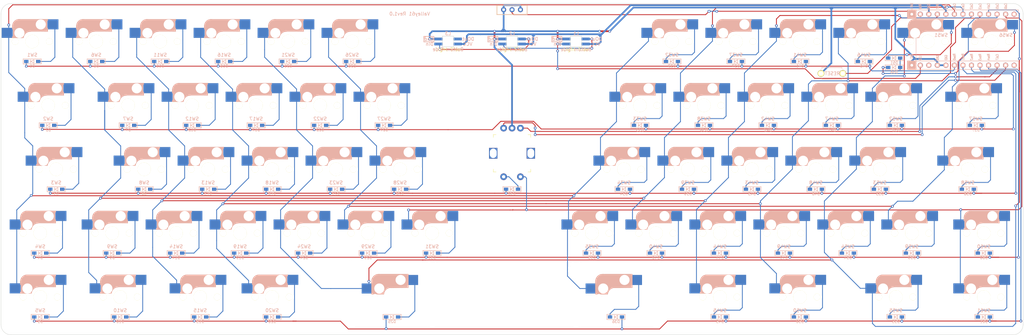
<source format=kicad_pcb>
(kicad_pcb (version 20171130) (host pcbnew "(5.1.12)-1")
  (layers (0 F.Cu signal) (31 B.Cu signal) (34 B.Paste user) (35 F.Paste user) (36 B.SilkS user) (37 F.SilkS user) (38 B.Mask user) (39 F.Mask user) (44 Edge.Cuts user))
  (net 0 "")
  (net 1 "Net-(D1-Pad2)")
  (net 2 Row0)
  (net 3 "Net-(D2-Pad2)")
  (net 4 Row1)
  (net 5 "Net-(D3-Pad2)")
  (net 6 Row2)
  (net 7 "Net-(D4-Pad2)")
  (net 8 Row3)
  (net 9 "Net-(D5-Pad2)")
  (net 10 Row4)
  (net 11 "Net-(D6-Pad2)")
  (net 12 "Net-(D7-Pad2)")
  (net 13 "Net-(D8-Pad2)")
  (net 14 "Net-(D9-Pad2)")
  (net 15 "Net-(D10-Pad2)")
  (net 16 "Net-(D11-Pad2)")
  (net 17 "Net-(D12-Pad2)")
  (net 18 "Net-(D13-Pad2)")
  (net 19 "Net-(D14-Pad2)")
  (net 20 "Net-(D15-Pad2)")
  (net 21 "Net-(D16-Pad2)")
  (net 22 "Net-(D17-Pad2)")
  (net 23 "Net-(D18-Pad2)")
  (net 24 "Net-(D19-Pad2)")
  (net 25 "Net-(D20-Pad2)")
  (net 26 "Net-(D21-Pad2)")
  (net 27 "Net-(D22-Pad2)")
  (net 28 "Net-(D23-Pad2)")
  (net 29 "Net-(D24-Pad2)")
  (net 30 "Net-(D25-Pad2)")
  (net 31 "Net-(D26-Pad2)")
  (net 32 "Net-(D27-Pad2)")
  (net 33 "Net-(D28-Pad2)")
  (net 34 "Net-(D29-Pad2)")
  (net 35 "Net-(D30-Pad2)")
  (net 36 "Net-(D31-Pad2)")
  (net 37 "Net-(D32-Pad1)")
  (net 38 "Net-(D33-Pad1)")
  (net 39 "Net-(D34-Pad1)")
  (net 40 "Net-(D35-Pad1)")
  (net 41 "Net-(D36-Pad1)")
  (net 42 "Net-(D37-Pad1)")
  (net 43 "Net-(D38-Pad1)")
  (net 44 "Net-(D39-Pad1)")
  (net 45 "Net-(D40-Pad1)")
  (net 46 "Net-(D41-Pad1)")
  (net 47 "Net-(D42-Pad1)")
  (net 48 "Net-(D43-Pad1)")
  (net 49 "Net-(D44-Pad1)")
  (net 50 "Net-(D45-Pad1)")
  (net 51 "Net-(D46-Pad1)")
  (net 52 "Net-(D47-Pad1)")
  (net 53 "Net-(D48-Pad1)")
  (net 54 "Net-(D49-Pad1)")
  (net 55 "Net-(D50-Pad1)")
  (net 56 "Net-(D51-Pad1)")
  (net 57 "Net-(D52-Pad1)")
  (net 58 "Net-(D53-Pad1)")
  (net 59 "Net-(D54-Pad1)")
  (net 60 "Net-(D55-Pad1)")
  (net 61 "Net-(D56-Pad1)")
  (net 62 "Net-(D57-Pad1)")
  (net 63 "Net-(D58-Pad1)")
  (net 64 "Net-(D59-Pad1)")
  (net 65 "Net-(D60-Pad1)")
  (net 66 "Net-(D61-Pad1)")
  (net 67 GND)
  (net 68 Bat+)
  (net 69 VCC)
  (net 70 "Net-(L1-Pad1)")
  (net 71 LED)
  (net 72 "Net-(L2-Pad1)")
  (net 73 "Net-(L3-Pad1)")
  (net 74 Col0)
  (net 75 Col1)
  (net 76 Col2)
  (net 77 Col3)
  (net 78 Col4)
  (net 79 Col5)
  (net 80 Col6)
  (net 81 B1)
  (net 82 A1)
  (net 83 Reset)
  (net 84 "Net-(U1-Pad24)")
  (net 85 "Net-(U1-Pad13)")
  (net 86 "Net-(U1-Pad12)")
  (net 87 "Net-(U1-Pad2)")
  (module kbd_SW:CherryMX_Hotswap_1.0u_Small1 (layer F.Cu) (at 314.325 28.575)
    (fp_text reference SW56 (at 4.191 -1.905) (layer B.SilkS) (effects (justify mirror)))
    (fp_text value SW_PUSH hide)
    (pad 1 smd rect (at -7 -2.58 180) (size 3.3 3) (drill (offset 0.45 0)) (layers B.Cu B.Paste B.Mask) (net 79 Col5))
    (pad "" np_thru_hole circle (at -3.81 -2.54 180) (size 3 3) (drill 3) (layers *.Cu *.Mask))
    (pad "" np_thru_hole circle (at 2.54 -5.08 180) (size 3 3) (drill 3) (layers *.Cu *.Mask))
    (pad "" np_thru_hole circle (at 0 0 90) (size 4 4) (drill 4) (layers *.Cu *.Mask F.SilkS))
    (pad "" np_thru_hole circle (at 5.08 0) (size 2 2) (drill 2) (layers *.Cu *.Mask F.SilkS))
    (pad "" np_thru_hole circle (at -5.08 0) (size 2 2) (drill 2) (layers *.Cu *.Mask F.SilkS))
    (pad 2 smd rect (at 5.7 -5.12 180) (size 3.3 2.8) (drill (offset -0.45 -0.1)) (layers B.Cu B.Paste B.Mask) (net 61 "Net-(D56-Pad1)"))
  )
  (module kbd_SW:CherryMX_Hotswap_1.0u_Small1 (layer F.Cu) (at 295.275 28.575)
    (fp_text reference SW51 (at 3.937 -1.905) (layer B.SilkS) (effects (justify mirror)))
    (fp_text value SW_PUSH hide)
    (pad 1 smd rect (at -7 -2.58 180) (size 3.3 3) (drill (offset 0.45 0)) (layers B.Cu B.Paste B.Mask) (net 78 Col4))
    (pad "" np_thru_hole circle (at -3.81 -2.54 180) (size 3 3) (drill 3) (layers *.Cu *.Mask))
    (pad "" np_thru_hole circle (at 2.54 -5.08 180) (size 3 3) (drill 3) (layers *.Cu *.Mask))
    (pad "" np_thru_hole circle (at 0 0 90) (size 4 4) (drill 4) (layers *.Cu *.Mask F.SilkS))
    (pad "" np_thru_hole circle (at 5.08 0) (size 2 2) (drill 2) (layers *.Cu *.Mask F.SilkS))
    (pad "" np_thru_hole circle (at -5.08 0) (size 2 2) (drill 2) (layers *.Cu *.Mask F.SilkS))
    (pad 2 smd rect (at 5.7 -5.12 180) (size 3.3 2.8) (drill (offset -0.45 -0.1)) (layers B.Cu B.Paste B.Mask) (net 56 "Net-(D51-Pad1)"))
  )
  (module kbd_SW:CherryMX_Hotswap_2.25u_Rev (layer F.Cu) (at 202.40625 104.775 180)
    (fp_text reference SW36 hide)
    (fp_text value SW_PUSH hide)
    (pad "" np_thru_hole circle (at -11.9 8.24) (size 4 4) (drill 4) (layers *.Cu *.Mask))
    (pad "" np_thru_hole circle (at 11.9 8.24) (size 4 4) (drill 4) (layers *.Cu *.Mask))
    (pad "" np_thru_hole circle (at 11.9 -7) (size 3.05 3.05) (drill 3.05) (layers *.Cu *.Mask))
    (pad "" np_thru_hole circle (at -11.9 -7) (size 3.05 3.05) (drill 3.05) (layers *.Cu *.Mask))
    (pad 1 smd rect (at 6.9 2.54 180) (size 3.3 3) (drill (offset 0.5 0)) (layers B.Cu B.Paste B.Mask) (net 74 Col0))
    (pad "" np_thru_hole circle (at -2.54 5.08 180) (size 3 3) (drill 3) (layers *.Cu *.Mask))
    (pad "" np_thru_hole circle (at 0 0 90) (size 4 4) (drill 4) (layers *.Cu *.Mask))
    (pad "" np_thru_hole circle (at -5.08 0) (size 1.8 1.8) (drill 1.8) (layers *.Cu *.Mask))
    (pad "" np_thru_hole circle (at 5.08 0) (size 1.8 1.8) (drill 1.8) (layers *.Cu *.Mask))
    (pad "" np_thru_hole circle (at 3.81 2.54 180) (size 3 3) (drill 3) (layers *.Cu *.Mask))
    (pad 2 smd rect (at -5.6 5.08 180) (size 3.3 3) (drill (offset -0.5 0)) (layers B.Cu B.Paste B.Mask) (net 41 "Net-(D36-Pad1)"))
  )
  (module kbd_SW:CherryMX_Hotswap_2.75u_Rev (layer F.Cu) (at 135.73125 104.775 180)
    (fp_text reference SW25 hide)
    (fp_text value SW_PUSH hide)
    (pad "" np_thru_hole circle (at -11.9 8.24) (size 4 4) (drill 4) (layers *.Cu *.Mask))
    (pad "" np_thru_hole circle (at 11.9 8.24) (size 4 4) (drill 4) (layers *.Cu *.Mask))
    (pad "" np_thru_hole circle (at 11.9 -7) (size 3.05 3.05) (drill 3.05) (layers *.Cu *.Mask))
    (pad "" np_thru_hole circle (at -11.9 -7) (size 3.05 3.05) (drill 3.05) (layers *.Cu *.Mask))
    (pad 1 smd rect (at 6.9 2.54 180) (size 3.3 3) (drill (offset 0.5 0)) (layers B.Cu B.Paste B.Mask) (net 78 Col4))
    (pad "" np_thru_hole circle (at -2.54 5.08 180) (size 3 3) (drill 3) (layers *.Cu *.Mask))
    (pad "" np_thru_hole circle (at 0 0 90) (size 4 4) (drill 4) (layers *.Cu *.Mask))
    (pad "" np_thru_hole circle (at -5.08 0) (size 1.8 1.8) (drill 1.8) (layers *.Cu *.Mask))
    (pad "" np_thru_hole circle (at 5.08 0) (size 1.8 1.8) (drill 1.8) (layers *.Cu *.Mask))
    (pad "" np_thru_hole circle (at 3.81 2.54 180) (size 3 3) (drill 3) (layers *.Cu *.Mask))
    (pad 2 smd rect (at -5.6 5.08 180) (size 3.3 3) (drill (offset -0.5 0)) (layers B.Cu B.Paste B.Mask) (net 30 "Net-(D25-Pad2)"))
  )
  (module kbd_Parts:Micon_BMP_GL (layer F.Cu) (at 307.5 28 90)
    (fp_text reference U1 hide)
    (fp_text value BLEMicroPro hide)
    (fp_text user Row3 (at -5.25 3.302 270) (layer B.SilkS) (effects (font (size 0.75 0.5) (thickness 0.125)) (justify mirror)))
    (fp_text user Col4 (at 9.95 5.85 270) (layer B.SilkS) (effects (font (size 0.75 0.5) (thickness 0.125)) (justify mirror)))
    (fp_text user Row4 (at -5.2 5.85 270) (layer B.SilkS) (effects (font (size 0.75 0.5) (thickness 0.125)) (justify mirror)))
    (fp_text user Col5 (at 9.95 8.4455 270) (layer B.SilkS) (effects (font (size 0.75 0.5) (thickness 0.125)) (justify mirror)))
    (fp_text user Col7 (at -5.2 8.4455 270) (layer B.SilkS) (effects (font (size 0.75 0.5) (thickness 0.125)) (justify mirror)))
    (fp_text user Col6 (at 9.95 10.95 270) (layer B.SilkS) (effects (font (size 0.75 0.5) (thickness 0.125)) (justify mirror)))
    (fp_text user Col0 (at 9.9 -4.3 270) (layer B.SilkS) (effects (font (size 0.75 0.5) (thickness 0.125)) (justify mirror)))
    (fp_text user Row0 (at -5.161 -4.318 270) (layer B.SilkS) (effects (font (size 0.75 0.5) (thickness 0.125)) (justify mirror)))
    (fp_text user Col1 (at 9.85 -1.778 270) (layer B.SilkS) (effects (font (size 0.75 0.5) (thickness 0.125)) (justify mirror)))
    (fp_text user Row1 (at -5.161 -1.778 270) (layer B.SilkS) (effects (font (size 0.75 0.5) (thickness 0.125)) (justify mirror)))
    (fp_text user Col2 (at 9.9 0.762 270) (layer B.SilkS) (effects (font (size 0.75 0.5) (thickness 0.125)) (justify mirror)))
    (fp_text user Row2 (at -5.2 0.8 270) (layer B.SilkS) (effects (font (size 0.75 0.5) (thickness 0.125)) (justify mirror)))
    (fp_text user Col3 (at 9.9 3.35 270) (layer B.SilkS) (effects (font (size 0.75 0.5) (thickness 0.125)) (justify mirror)))
    (fp_text user GND (at -5.361 -6.7945 270) (layer B.SilkS) (effects (font (size 0.75 0.5) (thickness 0.125)) (justify mirror)))
    (fp_text user VCC (at 9.8155 -6.858 270) (layer B.SilkS) (effects (font (size 0.75 0.5) (thickness 0.125)) (justify mirror)))
    (fp_text user GND (at -5.4245 -9.3345 270) (layer B.SilkS) (effects (font (size 0.75 0.5) (thickness 0.125)) (justify mirror)))
    (fp_text user RST (at 9.8155 -9.3345 270) (layer B.SilkS) (effects (font (size 0.75 0.5) (thickness 0.125)) (justify mirror)))
    (fp_text user GND (at 9.8155 -11.938 270) (layer B.SilkS) (effects (font (size 0.75 0.5) (thickness 0.125)) (justify mirror)))
    (fp_text user LED (at -5.5 -14.478 270) (layer B.SilkS) (effects (font (size 0.75 0.5) (thickness 0.125)) (justify mirror)))
    (fp_text user RAW (at 9.8155 -14.478 270) (layer B.SilkS) (effects (font (size 0.75 0.5) (thickness 0.125)) (justify mirror)))
    (fp_text user "" (at 1.2065 -16.256 270) (layer F.SilkS))
    (fp_text user "" (at 0.5 -17.25 270) (layer B.SilkS) (effects (justify mirror)))
    (fp_text user BAT+ (at 9.9155 -17.018 270) (layer B.SilkS) (effects (font (size 0.75 0.5) (thickness 0.125)) (justify mirror)))
    (fp_text user BAT- (at -5.3 -17.018 270) (layer B.SilkS) (effects (font (size 0.75 0.5) (thickness 0.125)) (justify mirror)))
    (fp_text user BMP (at 0 -17 270) (layer B.SilkS) (effects (justify mirror)))
    (pad 24 thru_hole circle (at 7.5636 -14.478 270) (size 1.524 1.524) (drill 0.8128) (layers *.Cu *.Mask B.SilkS) (net 84 "Net-(U1-Pad24)"))
    (pad 23 thru_hole circle (at 7.5636 -11.938 270) (size 1.524 1.524) (drill 0.8128) (layers *.Cu *.Mask B.SilkS) (net 67 GND))
    (pad 22 thru_hole circle (at 7.5636 -9.398 270) (size 1.524 1.524) (drill 0.8128) (layers *.Cu *.Mask B.SilkS) (net 83 Reset))
    (pad 21 thru_hole circle (at 7.5636 -6.858 270) (size 1.524 1.524) (drill 0.8128) (layers *.Cu *.Mask B.SilkS) (net 69 VCC))
    (pad 20 thru_hole circle (at 7.5636 -4.318 270) (size 1.524 1.524) (drill 0.8128) (layers *.Cu *.Mask B.SilkS) (net 74 Col0))
    (pad 19 thru_hole circle (at 7.5636 -1.778 270) (size 1.524 1.524) (drill 0.8128) (layers *.Cu *.Mask B.SilkS) (net 75 Col1))
    (pad 18 thru_hole circle (at 7.5636 0.762 270) (size 1.524 1.524) (drill 0.8128) (layers *.Cu *.Mask B.SilkS) (net 76 Col2))
    (pad 17 thru_hole circle (at 7.5636 3.302 270) (size 1.524 1.524) (drill 0.8128) (layers *.Cu *.Mask B.SilkS) (net 77 Col3))
    (pad 16 thru_hole circle (at 7.5636 5.842 270) (size 1.524 1.524) (drill 0.8128) (layers *.Cu *.Mask B.SilkS) (net 78 Col4))
    (pad 15 thru_hole circle (at 7.5636 8.382 270) (size 1.524 1.524) (drill 0.8128) (layers *.Cu *.Mask B.SilkS) (net 79 Col5))
    (pad 14 thru_hole circle (at 7.5636 10.922 270) (size 1.524 1.524) (drill 0.8128) (layers *.Cu *.Mask B.SilkS) (net 80 Col6))
    (pad 13 thru_hole circle (at 7.5636 13.462 270) (size 1.524 1.524) (drill 0.8128) (layers *.Cu *.Mask B.SilkS) (net 85 "Net-(U1-Pad13)"))
    (pad 12 thru_hole circle (at -7.6564 13.462 270) (size 1.524 1.524) (drill 0.8128) (layers *.Cu *.Mask B.SilkS) (net 86 "Net-(U1-Pad12)"))
    (pad 11 thru_hole circle (at -7.6564 10.922 270) (size 1.524 1.524) (drill 0.8128) (layers *.Cu *.Mask B.SilkS) (net 81 B1))
    (pad 10 thru_hole circle (at -7.6564 8.382 270) (size 1.524 1.524) (drill 0.8128) (layers *.Cu *.Mask B.SilkS) (net 82 A1))
    (pad 9 thru_hole circle (at -7.6564 5.842 270) (size 1.524 1.524) (drill 0.8128) (layers *.Cu *.Mask B.SilkS) (net 10 Row4))
    (pad 8 thru_hole circle (at -7.6564 3.302 270) (size 1.524 1.524) (drill 0.8128) (layers *.Cu *.Mask B.SilkS) (net 8 Row3))
    (pad 7 thru_hole circle (at -7.6564 0.762 270) (size 1.524 1.524) (drill 0.8128) (layers *.Cu *.Mask B.SilkS) (net 6 Row2))
    (pad 6 thru_hole circle (at -7.6564 -1.778 270) (size 1.524 1.524) (drill 0.8128) (layers *.Cu *.Mask B.SilkS) (net 4 Row1))
    (pad 5 thru_hole circle (at -7.6564 -4.318 270) (size 1.524 1.524) (drill 0.8128) (layers *.Cu *.Mask B.SilkS) (net 2 Row0))
    (pad 4 thru_hole circle (at -7.6564 -6.858 270) (size 1.524 1.524) (drill 0.8128) (layers *.Cu *.Mask B.SilkS) (net 67 GND))
    (pad 3 thru_hole circle (at -7.6564 -9.398 270) (size 1.524 1.524) (drill 0.8128) (layers *.Cu *.Mask B.SilkS) (net 67 GND))
    (pad 2 thru_hole circle (at -7.6564 -11.938 270) (size 1.524 1.524) (drill 0.8128) (layers *.Cu *.Mask B.SilkS) (net 87 "Net-(U1-Pad2)"))
    (pad 1 thru_hole circle (at -7.6564 -14.478 270) (size 1.524 1.524) (drill 0.8128) (layers *.Cu *.Mask B.SilkS) (net 71 LED))
    (pad 26 thru_hole circle (at -7.6564 -17.018 270) (size 1.524 1.524) (drill 0.8128) (layers *.Cu *.Mask B.SilkS) (net 67 GND))
    (pad 25 thru_hole circle (at 7.5636 -17.018 270) (size 1.524 1.524) (drill 0.8128) (layers *.Cu *.Mask B.SilkS) (net 68 Bat+))
  )
  (module kbd_Parts:ResetSW (layer F.Cu) (at 266.7 38.1)
    (fp_text reference SW62 hide)
    (fp_text value SW_PUSH)
    (fp_text user RESET (at 0.127 0) (layer B.SilkS) (effects (justify mirror)))
    (pad 2 thru_hole circle (at -3.25 0) (size 2 2) (drill 1.3) (layers *.Cu *.Mask F.SilkS) (net 67 GND))
    (pad 1 thru_hole circle (at 3.25 0) (size 2 2) (drill 1.3) (layers *.Cu *.Mask F.SilkS) (net 83 Reset))
  )
  (module kbd_SW:CherryMX_Hotswap_1.25u (layer F.Cu) (at 311.94375 104.775)
    (fp_text reference SW61 (at 0 4) (layer B.SilkS) (effects (justify mirror)))
    (fp_text value SW_PUSH hide)
    (pad 2 smd rect (at 5.7 -5.12 180) (size 3.3 3) (drill (offset -0.45 0)) (layers B.Cu B.Paste B.Mask) (net 66 "Net-(D61-Pad1)"))
    (pad "" np_thru_hole circle (at -5.08 0) (size 2 2) (drill 2) (layers *.Cu *.Mask F.SilkS))
    (pad "" np_thru_hole circle (at 5.08 0) (size 2 2) (drill 2) (layers *.Cu *.Mask F.SilkS))
    (pad "" np_thru_hole circle (at 0 0 90) (size 4 4) (drill 4) (layers *.Cu *.Mask F.SilkS))
    (pad "" np_thru_hole circle (at 2.54 -5.08 180) (size 3 3) (drill 3) (layers *.Cu *.Mask))
    (pad "" np_thru_hole circle (at -3.81 -2.54 180) (size 3 3) (drill 3) (layers *.Cu *.Mask))
    (pad 1 smd rect (at -7 -2.58 180) (size 3.3 3) (drill (offset 0.45 0)) (layers B.Cu B.Paste B.Mask) (net 80 Col6))
  )
  (module kbd_SW:CherryMX_Hotswap_1.25u (layer F.Cu) (at 311.94375 85.725)
    (fp_text reference SW60 (at 0 4) (layer B.SilkS) (effects (justify mirror)))
    (fp_text value SW_PUSH hide)
    (pad 2 smd rect (at 5.7 -5.12 180) (size 3.3 3) (drill (offset -0.45 0)) (layers B.Cu B.Paste B.Mask) (net 65 "Net-(D60-Pad1)"))
    (pad "" np_thru_hole circle (at -5.08 0) (size 2 2) (drill 2) (layers *.Cu *.Mask F.SilkS))
    (pad "" np_thru_hole circle (at 5.08 0) (size 2 2) (drill 2) (layers *.Cu *.Mask F.SilkS))
    (pad "" np_thru_hole circle (at 0 0 90) (size 4 4) (drill 4) (layers *.Cu *.Mask F.SilkS))
    (pad "" np_thru_hole circle (at 2.54 -5.08 180) (size 3 3) (drill 3) (layers *.Cu *.Mask))
    (pad "" np_thru_hole circle (at -3.81 -2.54 180) (size 3 3) (drill 3) (layers *.Cu *.Mask))
    (pad 1 smd rect (at -7 -2.58 180) (size 3.3 3) (drill (offset 0.45 0)) (layers B.Cu B.Paste B.Mask) (net 80 Col6))
  )
  (module kbd_SW:CherryMX_Hotswap_1.0u (layer F.Cu) (at 290.5125 85.725)
    (fp_text reference SW59 (at 0 4) (layer B.SilkS) (effects (justify mirror)))
    (fp_text value SW_PUSH hide)
    (pad 2 smd rect (at 5.7 -5.12 180) (size 3.3 3) (drill (offset -0.45 0)) (layers B.Cu B.Paste B.Mask) (net 64 "Net-(D59-Pad1)"))
    (pad "" np_thru_hole circle (at -5.08 0) (size 2 2) (drill 2) (layers *.Cu *.Mask F.SilkS))
    (pad "" np_thru_hole circle (at 5.08 0) (size 2 2) (drill 2) (layers *.Cu *.Mask F.SilkS))
    (pad "" np_thru_hole circle (at 0 0 90) (size 4 4) (drill 4) (layers *.Cu *.Mask F.SilkS))
    (pad "" np_thru_hole circle (at 2.54 -5.08 180) (size 3 3) (drill 3) (layers *.Cu *.Mask))
    (pad "" np_thru_hole circle (at -3.81 -2.54 180) (size 3 3) (drill 3) (layers *.Cu *.Mask))
    (pad 1 smd rect (at -7 -2.58 180) (size 3.3 3) (drill (offset 0.45 0)) (layers B.Cu B.Paste B.Mask) (net 79 Col5))
  )
  (module kbd_SW:CherryMX_Hotswap_1.75u (layer F.Cu) (at 307.18125 66.675)
    (fp_text reference SW58 (at 0 4) (layer B.SilkS) (effects (justify mirror)))
    (fp_text value SW_PUSH hide)
    (pad 1 smd rect (at -7 -2.58 180) (size 3.3 3) (drill (offset 0.45 0)) (layers B.Cu B.Paste B.Mask) (net 79 Col5))
    (pad "" np_thru_hole circle (at -3.81 -2.54 180) (size 3 3) (drill 3) (layers *.Cu *.Mask))
    (pad "" np_thru_hole circle (at 2.54 -5.08 180) (size 3 3) (drill 3) (layers *.Cu *.Mask))
    (pad "" np_thru_hole circle (at 0 0 90) (size 4 4) (drill 4) (layers *.Cu *.Mask F.SilkS))
    (pad "" np_thru_hole circle (at 5.08 0) (size 2 2) (drill 2) (layers *.Cu *.Mask F.SilkS))
    (pad "" np_thru_hole circle (at -5.08 0) (size 2 2) (drill 2) (layers *.Cu *.Mask F.SilkS))
    (pad 2 smd rect (at 5.7 -5.12 180) (size 3.3 3) (drill (offset -0.45 0)) (layers B.Cu B.Paste B.Mask) (net 63 "Net-(D58-Pad1)"))
  )
  (module kbd_SW:CherryMX_Hotswap_1.5u (layer F.Cu) (at 309.5625 47.625)
    (fp_text reference SW57 (at 0 4) (layer B.SilkS) (effects (justify mirror)))
    (fp_text value SW_PUSH hide)
    (pad 1 smd rect (at -7 -2.58 180) (size 3.3 3) (drill (offset 0.45 0)) (layers B.Cu B.Paste B.Mask) (net 79 Col5))
    (pad "" np_thru_hole circle (at -3.81 -2.54 180) (size 3 3) (drill 3) (layers *.Cu *.Mask))
    (pad "" np_thru_hole circle (at 2.54 -5.08 180) (size 3 3) (drill 3) (layers *.Cu *.Mask))
    (pad "" np_thru_hole circle (at 0 0 90) (size 4 4) (drill 4) (layers *.Cu *.Mask F.SilkS))
    (pad "" np_thru_hole circle (at 5.08 0) (size 2 2) (drill 2) (layers *.Cu *.Mask F.SilkS))
    (pad "" np_thru_hole circle (at -5.08 0) (size 2 2) (drill 2) (layers *.Cu *.Mask F.SilkS))
    (pad 2 smd rect (at 5.7 -5.12 180) (size 3.3 3) (drill (offset -0.45 0)) (layers B.Cu B.Paste B.Mask) (net 62 "Net-(D57-Pad1)"))
  )
  (module kbd_SW:CherryMX_Hotswap_1.5u (layer F.Cu) (at 285.75 104.775)
    (fp_text reference SW55 (at 0 4) (layer B.SilkS) (effects (justify mirror)))
    (fp_text value SW_PUSH hide)
    (pad 1 smd rect (at -7 -2.58 180) (size 3.3 3) (drill (offset 0.45 0)) (layers B.Cu B.Paste B.Mask) (net 78 Col4))
    (pad "" np_thru_hole circle (at -3.81 -2.54 180) (size 3 3) (drill 3) (layers *.Cu *.Mask))
    (pad "" np_thru_hole circle (at 2.54 -5.08 180) (size 3 3) (drill 3) (layers *.Cu *.Mask))
    (pad "" np_thru_hole circle (at 0 0 90) (size 4 4) (drill 4) (layers *.Cu *.Mask F.SilkS))
    (pad "" np_thru_hole circle (at 5.08 0) (size 2 2) (drill 2) (layers *.Cu *.Mask F.SilkS))
    (pad "" np_thru_hole circle (at -5.08 0) (size 2 2) (drill 2) (layers *.Cu *.Mask F.SilkS))
    (pad 2 smd rect (at 5.7 -5.12 180) (size 3.3 3) (drill (offset -0.45 0)) (layers B.Cu B.Paste B.Mask) (net 60 "Net-(D55-Pad1)"))
  )
  (module kbd_SW:CherryMX_Hotswap_1.0u (layer F.Cu) (at 271.4625 85.725)
    (fp_text reference SW54 (at 0 4) (layer B.SilkS) (effects (justify mirror)))
    (fp_text value SW_PUSH hide)
    (pad 2 smd rect (at 5.7 -5.12 180) (size 3.3 3) (drill (offset -0.45 0)) (layers B.Cu B.Paste B.Mask) (net 59 "Net-(D54-Pad1)"))
    (pad "" np_thru_hole circle (at -5.08 0) (size 2 2) (drill 2) (layers *.Cu *.Mask F.SilkS))
    (pad "" np_thru_hole circle (at 5.08 0) (size 2 2) (drill 2) (layers *.Cu *.Mask F.SilkS))
    (pad "" np_thru_hole circle (at 0 0 90) (size 4 4) (drill 4) (layers *.Cu *.Mask F.SilkS))
    (pad "" np_thru_hole circle (at 2.54 -5.08 180) (size 3 3) (drill 3) (layers *.Cu *.Mask))
    (pad "" np_thru_hole circle (at -3.81 -2.54 180) (size 3 3) (drill 3) (layers *.Cu *.Mask))
    (pad 1 smd rect (at -7 -2.58 180) (size 3.3 3) (drill (offset 0.45 0)) (layers B.Cu B.Paste B.Mask) (net 78 Col4))
  )
  (module kbd_SW:CherryMX_Hotswap_1.0u (layer F.Cu) (at 280.9875 66.675)
    (fp_text reference SW53 (at 0 4) (layer B.SilkS) (effects (justify mirror)))
    (fp_text value SW_PUSH hide)
    (pad 2 smd rect (at 5.7 -5.12 180) (size 3.3 3) (drill (offset -0.45 0)) (layers B.Cu B.Paste B.Mask) (net 58 "Net-(D53-Pad1)"))
    (pad "" np_thru_hole circle (at -5.08 0) (size 2 2) (drill 2) (layers *.Cu *.Mask F.SilkS))
    (pad "" np_thru_hole circle (at 5.08 0) (size 2 2) (drill 2) (layers *.Cu *.Mask F.SilkS))
    (pad "" np_thru_hole circle (at 0 0 90) (size 4 4) (drill 4) (layers *.Cu *.Mask F.SilkS))
    (pad "" np_thru_hole circle (at 2.54 -5.08 180) (size 3 3) (drill 3) (layers *.Cu *.Mask))
    (pad "" np_thru_hole circle (at -3.81 -2.54 180) (size 3 3) (drill 3) (layers *.Cu *.Mask))
    (pad 1 smd rect (at -7 -2.58 180) (size 3.3 3) (drill (offset 0.45 0)) (layers B.Cu B.Paste B.Mask) (net 78 Col4))
  )
  (module kbd_SW:CherryMX_Hotswap_1.0u (layer F.Cu) (at 285.75 47.625)
    (fp_text reference SW52 (at 0 4) (layer B.SilkS) (effects (justify mirror)))
    (fp_text value SW_PUSH hide)
    (pad 2 smd rect (at 5.7 -5.12 180) (size 3.3 3) (drill (offset -0.45 0)) (layers B.Cu B.Paste B.Mask) (net 57 "Net-(D52-Pad1)"))
    (pad "" np_thru_hole circle (at -5.08 0) (size 2 2) (drill 2) (layers *.Cu *.Mask F.SilkS))
    (pad "" np_thru_hole circle (at 5.08 0) (size 2 2) (drill 2) (layers *.Cu *.Mask F.SilkS))
    (pad "" np_thru_hole circle (at 0 0 90) (size 4 4) (drill 4) (layers *.Cu *.Mask F.SilkS))
    (pad "" np_thru_hole circle (at 2.54 -5.08 180) (size 3 3) (drill 3) (layers *.Cu *.Mask))
    (pad "" np_thru_hole circle (at -3.81 -2.54 180) (size 3 3) (drill 3) (layers *.Cu *.Mask))
    (pad 1 smd rect (at -7 -2.58 180) (size 3.3 3) (drill (offset 0.45 0)) (layers B.Cu B.Paste B.Mask) (net 78 Col4))
  )
  (module kbd_SW:CherryMX_Hotswap_1.5u (layer F.Cu) (at 257.175 104.775)
    (fp_text reference SW50 (at 0 4) (layer B.SilkS) (effects (justify mirror)))
    (fp_text value SW_PUSH hide)
    (pad 1 smd rect (at -7 -2.58 180) (size 3.3 3) (drill (offset 0.45 0)) (layers B.Cu B.Paste B.Mask) (net 77 Col3))
    (pad "" np_thru_hole circle (at -3.81 -2.54 180) (size 3 3) (drill 3) (layers *.Cu *.Mask))
    (pad "" np_thru_hole circle (at 2.54 -5.08 180) (size 3 3) (drill 3) (layers *.Cu *.Mask))
    (pad "" np_thru_hole circle (at 0 0 90) (size 4 4) (drill 4) (layers *.Cu *.Mask F.SilkS))
    (pad "" np_thru_hole circle (at 5.08 0) (size 2 2) (drill 2) (layers *.Cu *.Mask F.SilkS))
    (pad "" np_thru_hole circle (at -5.08 0) (size 2 2) (drill 2) (layers *.Cu *.Mask F.SilkS))
    (pad 2 smd rect (at 5.7 -5.12 180) (size 3.3 3) (drill (offset -0.45 0)) (layers B.Cu B.Paste B.Mask) (net 55 "Net-(D50-Pad1)"))
  )
  (module kbd_SW:CherryMX_Hotswap_1.0u (layer F.Cu) (at 252.4125 85.725)
    (fp_text reference SW49 (at 0 4) (layer B.SilkS) (effects (justify mirror)))
    (fp_text value SW_PUSH hide)
    (pad 2 smd rect (at 5.7 -5.12 180) (size 3.3 3) (drill (offset -0.45 0)) (layers B.Cu B.Paste B.Mask) (net 54 "Net-(D49-Pad1)"))
    (pad "" np_thru_hole circle (at -5.08 0) (size 2 2) (drill 2) (layers *.Cu *.Mask F.SilkS))
    (pad "" np_thru_hole circle (at 5.08 0) (size 2 2) (drill 2) (layers *.Cu *.Mask F.SilkS))
    (pad "" np_thru_hole circle (at 0 0 90) (size 4 4) (drill 4) (layers *.Cu *.Mask F.SilkS))
    (pad "" np_thru_hole circle (at 2.54 -5.08 180) (size 3 3) (drill 3) (layers *.Cu *.Mask))
    (pad "" np_thru_hole circle (at -3.81 -2.54 180) (size 3 3) (drill 3) (layers *.Cu *.Mask))
    (pad 1 smd rect (at -7 -2.58 180) (size 3.3 3) (drill (offset 0.45 0)) (layers B.Cu B.Paste B.Mask) (net 77 Col3))
  )
  (module kbd_SW:CherryMX_Hotswap_1.0u (layer F.Cu) (at 261.9375 66.675)
    (fp_text reference SW48 (at 0 4) (layer B.SilkS) (effects (justify mirror)))
    (fp_text value SW_PUSH hide)
    (pad 2 smd rect (at 5.7 -5.12 180) (size 3.3 3) (drill (offset -0.45 0)) (layers B.Cu B.Paste B.Mask) (net 53 "Net-(D48-Pad1)"))
    (pad "" np_thru_hole circle (at -5.08 0) (size 2 2) (drill 2) (layers *.Cu *.Mask F.SilkS))
    (pad "" np_thru_hole circle (at 5.08 0) (size 2 2) (drill 2) (layers *.Cu *.Mask F.SilkS))
    (pad "" np_thru_hole circle (at 0 0 90) (size 4 4) (drill 4) (layers *.Cu *.Mask F.SilkS))
    (pad "" np_thru_hole circle (at 2.54 -5.08 180) (size 3 3) (drill 3) (layers *.Cu *.Mask))
    (pad "" np_thru_hole circle (at -3.81 -2.54 180) (size 3 3) (drill 3) (layers *.Cu *.Mask))
    (pad 1 smd rect (at -7 -2.58 180) (size 3.3 3) (drill (offset 0.45 0)) (layers B.Cu B.Paste B.Mask) (net 77 Col3))
  )
  (module kbd_SW:CherryMX_Hotswap_1.0u (layer F.Cu) (at 266.7 47.625)
    (fp_text reference SW47 (at 0 4) (layer B.SilkS) (effects (justify mirror)))
    (fp_text value SW_PUSH hide)
    (pad 2 smd rect (at 5.7 -5.12 180) (size 3.3 3) (drill (offset -0.45 0)) (layers B.Cu B.Paste B.Mask) (net 52 "Net-(D47-Pad1)"))
    (pad "" np_thru_hole circle (at -5.08 0) (size 2 2) (drill 2) (layers *.Cu *.Mask F.SilkS))
    (pad "" np_thru_hole circle (at 5.08 0) (size 2 2) (drill 2) (layers *.Cu *.Mask F.SilkS))
    (pad "" np_thru_hole circle (at 0 0 90) (size 4 4) (drill 4) (layers *.Cu *.Mask F.SilkS))
    (pad "" np_thru_hole circle (at 2.54 -5.08 180) (size 3 3) (drill 3) (layers *.Cu *.Mask))
    (pad "" np_thru_hole circle (at -3.81 -2.54 180) (size 3 3) (drill 3) (layers *.Cu *.Mask))
    (pad 1 smd rect (at -7 -2.58 180) (size 3.3 3) (drill (offset 0.45 0)) (layers B.Cu B.Paste B.Mask) (net 77 Col3))
  )
  (module kbd_SW:CherryMX_Hotswap_1.0u (layer F.Cu) (at 276.225 28.575)
    (fp_text reference SW46 (at 0 4) (layer B.SilkS) (effects (justify mirror)))
    (fp_text value SW_PUSH hide)
    (pad 2 smd rect (at 5.7 -5.12 180) (size 3.3 3) (drill (offset -0.45 0)) (layers B.Cu B.Paste B.Mask) (net 51 "Net-(D46-Pad1)"))
    (pad "" np_thru_hole circle (at -5.08 0) (size 2 2) (drill 2) (layers *.Cu *.Mask F.SilkS))
    (pad "" np_thru_hole circle (at 5.08 0) (size 2 2) (drill 2) (layers *.Cu *.Mask F.SilkS))
    (pad "" np_thru_hole circle (at 0 0 90) (size 4 4) (drill 4) (layers *.Cu *.Mask F.SilkS))
    (pad "" np_thru_hole circle (at 2.54 -5.08 180) (size 3 3) (drill 3) (layers *.Cu *.Mask))
    (pad "" np_thru_hole circle (at -3.81 -2.54 180) (size 3 3) (drill 3) (layers *.Cu *.Mask))
    (pad 1 smd rect (at -7 -2.58 180) (size 3.3 3) (drill (offset 0.45 0)) (layers B.Cu B.Paste B.Mask) (net 77 Col3))
  )
  (module kbd_SW:CherryMX_Hotswap_1.0u (layer F.Cu) (at 233.3625 104.775)
    (fp_text reference SW45 (at 0 4) (layer B.SilkS) (effects (justify mirror)))
    (fp_text value SW_PUSH hide)
    (pad 2 smd rect (at 5.7 -5.12 180) (size 3.3 3) (drill (offset -0.45 0)) (layers B.Cu B.Paste B.Mask) (net 50 "Net-(D45-Pad1)"))
    (pad "" np_thru_hole circle (at -5.08 0) (size 2 2) (drill 2) (layers *.Cu *.Mask F.SilkS))
    (pad "" np_thru_hole circle (at 5.08 0) (size 2 2) (drill 2) (layers *.Cu *.Mask F.SilkS))
    (pad "" np_thru_hole circle (at 0 0 90) (size 4 4) (drill 4) (layers *.Cu *.Mask F.SilkS))
    (pad "" np_thru_hole circle (at 2.54 -5.08 180) (size 3 3) (drill 3) (layers *.Cu *.Mask))
    (pad "" np_thru_hole circle (at -3.81 -2.54 180) (size 3 3) (drill 3) (layers *.Cu *.Mask))
    (pad 1 smd rect (at -7 -2.58 180) (size 3.3 3) (drill (offset 0.45 0)) (layers B.Cu B.Paste B.Mask) (net 76 Col2))
  )
  (module kbd_SW:CherryMX_Hotswap_1.0u (layer F.Cu) (at 233.3625 85.725)
    (fp_text reference SW44 (at 0 4) (layer B.SilkS) (effects (justify mirror)))
    (fp_text value SW_PUSH hide)
    (pad 2 smd rect (at 5.7 -5.12 180) (size 3.3 3) (drill (offset -0.45 0)) (layers B.Cu B.Paste B.Mask) (net 49 "Net-(D44-Pad1)"))
    (pad "" np_thru_hole circle (at -5.08 0) (size 2 2) (drill 2) (layers *.Cu *.Mask F.SilkS))
    (pad "" np_thru_hole circle (at 5.08 0) (size 2 2) (drill 2) (layers *.Cu *.Mask F.SilkS))
    (pad "" np_thru_hole circle (at 0 0 90) (size 4 4) (drill 4) (layers *.Cu *.Mask F.SilkS))
    (pad "" np_thru_hole circle (at 2.54 -5.08 180) (size 3 3) (drill 3) (layers *.Cu *.Mask))
    (pad "" np_thru_hole circle (at -3.81 -2.54 180) (size 3 3) (drill 3) (layers *.Cu *.Mask))
    (pad 1 smd rect (at -7 -2.58 180) (size 3.3 3) (drill (offset 0.45 0)) (layers B.Cu B.Paste B.Mask) (net 76 Col2))
  )
  (module kbd_SW:CherryMX_Hotswap_1.0u (layer F.Cu) (at 242.8875 66.675)
    (fp_text reference SW43 (at 0 4) (layer B.SilkS) (effects (justify mirror)))
    (fp_text value SW_PUSH hide)
    (pad 2 smd rect (at 5.7 -5.12 180) (size 3.3 3) (drill (offset -0.45 0)) (layers B.Cu B.Paste B.Mask) (net 48 "Net-(D43-Pad1)"))
    (pad "" np_thru_hole circle (at -5.08 0) (size 2 2) (drill 2) (layers *.Cu *.Mask F.SilkS))
    (pad "" np_thru_hole circle (at 5.08 0) (size 2 2) (drill 2) (layers *.Cu *.Mask F.SilkS))
    (pad "" np_thru_hole circle (at 0 0 90) (size 4 4) (drill 4) (layers *.Cu *.Mask F.SilkS))
    (pad "" np_thru_hole circle (at 2.54 -5.08 180) (size 3 3) (drill 3) (layers *.Cu *.Mask))
    (pad "" np_thru_hole circle (at -3.81 -2.54 180) (size 3 3) (drill 3) (layers *.Cu *.Mask))
    (pad 1 smd rect (at -7 -2.58 180) (size 3.3 3) (drill (offset 0.45 0)) (layers B.Cu B.Paste B.Mask) (net 76 Col2))
  )
  (module kbd_SW:CherryMX_Hotswap_1.0u (layer F.Cu) (at 247.65 47.625)
    (fp_text reference SW42 (at 0 4) (layer B.SilkS) (effects (justify mirror)))
    (fp_text value SW_PUSH hide)
    (pad 2 smd rect (at 5.7 -5.12 180) (size 3.3 3) (drill (offset -0.45 0)) (layers B.Cu B.Paste B.Mask) (net 47 "Net-(D42-Pad1)"))
    (pad "" np_thru_hole circle (at -5.08 0) (size 2 2) (drill 2) (layers *.Cu *.Mask F.SilkS))
    (pad "" np_thru_hole circle (at 5.08 0) (size 2 2) (drill 2) (layers *.Cu *.Mask F.SilkS))
    (pad "" np_thru_hole circle (at 0 0 90) (size 4 4) (drill 4) (layers *.Cu *.Mask F.SilkS))
    (pad "" np_thru_hole circle (at 2.54 -5.08 180) (size 3 3) (drill 3) (layers *.Cu *.Mask))
    (pad "" np_thru_hole circle (at -3.81 -2.54 180) (size 3 3) (drill 3) (layers *.Cu *.Mask))
    (pad 1 smd rect (at -7 -2.58 180) (size 3.3 3) (drill (offset 0.45 0)) (layers B.Cu B.Paste B.Mask) (net 76 Col2))
  )
  (module kbd_SW:CherryMX_Hotswap_1.0u (layer F.Cu) (at 257.175 28.575)
    (fp_text reference SW41 (at 0 4) (layer B.SilkS) (effects (justify mirror)))
    (fp_text value SW_PUSH hide)
    (pad 2 smd rect (at 5.7 -5.12 180) (size 3.3 3) (drill (offset -0.45 0)) (layers B.Cu B.Paste B.Mask) (net 46 "Net-(D41-Pad1)"))
    (pad "" np_thru_hole circle (at -5.08 0) (size 2 2) (drill 2) (layers *.Cu *.Mask F.SilkS))
    (pad "" np_thru_hole circle (at 5.08 0) (size 2 2) (drill 2) (layers *.Cu *.Mask F.SilkS))
    (pad "" np_thru_hole circle (at 0 0 90) (size 4 4) (drill 4) (layers *.Cu *.Mask F.SilkS))
    (pad "" np_thru_hole circle (at 2.54 -5.08 180) (size 3 3) (drill 3) (layers *.Cu *.Mask))
    (pad "" np_thru_hole circle (at -3.81 -2.54 180) (size 3 3) (drill 3) (layers *.Cu *.Mask))
    (pad 1 smd rect (at -7 -2.58 180) (size 3.3 3) (drill (offset 0.45 0)) (layers B.Cu B.Paste B.Mask) (net 76 Col2))
  )
  (module kbd_SW:CherryMX_Hotswap_1.0u (layer F.Cu) (at 214.3125 85.725)
    (fp_text reference SW40 (at 0 4) (layer B.SilkS) (effects (justify mirror)))
    (fp_text value SW_PUSH hide)
    (pad 2 smd rect (at 5.7 -5.12 180) (size 3.3 3) (drill (offset -0.45 0)) (layers B.Cu B.Paste B.Mask) (net 45 "Net-(D40-Pad1)"))
    (pad "" np_thru_hole circle (at -5.08 0) (size 2 2) (drill 2) (layers *.Cu *.Mask F.SilkS))
    (pad "" np_thru_hole circle (at 5.08 0) (size 2 2) (drill 2) (layers *.Cu *.Mask F.SilkS))
    (pad "" np_thru_hole circle (at 0 0 90) (size 4 4) (drill 4) (layers *.Cu *.Mask F.SilkS))
    (pad "" np_thru_hole circle (at 2.54 -5.08 180) (size 3 3) (drill 3) (layers *.Cu *.Mask))
    (pad "" np_thru_hole circle (at -3.81 -2.54 180) (size 3 3) (drill 3) (layers *.Cu *.Mask))
    (pad 1 smd rect (at -7 -2.58 180) (size 3.3 3) (drill (offset 0.45 0)) (layers B.Cu B.Paste B.Mask) (net 75 Col1))
  )
  (module kbd_SW:CherryMX_Hotswap_1.0u (layer F.Cu) (at 223.8375 66.675)
    (fp_text reference SW39 (at 0 4) (layer B.SilkS) (effects (justify mirror)))
    (fp_text value SW_PUSH hide)
    (pad 2 smd rect (at 5.7 -5.12 180) (size 3.3 3) (drill (offset -0.45 0)) (layers B.Cu B.Paste B.Mask) (net 44 "Net-(D39-Pad1)"))
    (pad "" np_thru_hole circle (at -5.08 0) (size 2 2) (drill 2) (layers *.Cu *.Mask F.SilkS))
    (pad "" np_thru_hole circle (at 5.08 0) (size 2 2) (drill 2) (layers *.Cu *.Mask F.SilkS))
    (pad "" np_thru_hole circle (at 0 0 90) (size 4 4) (drill 4) (layers *.Cu *.Mask F.SilkS))
    (pad "" np_thru_hole circle (at 2.54 -5.08 180) (size 3 3) (drill 3) (layers *.Cu *.Mask))
    (pad "" np_thru_hole circle (at -3.81 -2.54 180) (size 3 3) (drill 3) (layers *.Cu *.Mask))
    (pad 1 smd rect (at -7 -2.58 180) (size 3.3 3) (drill (offset 0.45 0)) (layers B.Cu B.Paste B.Mask) (net 75 Col1))
  )
  (module kbd_SW:CherryMX_Hotswap_1.0u (layer F.Cu) (at 228.6 47.625)
    (fp_text reference SW38 (at 0 4) (layer B.SilkS) (effects (justify mirror)))
    (fp_text value SW_PUSH hide)
    (pad 2 smd rect (at 5.7 -5.12 180) (size 3.3 3) (drill (offset -0.45 0)) (layers B.Cu B.Paste B.Mask) (net 43 "Net-(D38-Pad1)"))
    (pad "" np_thru_hole circle (at -5.08 0) (size 2 2) (drill 2) (layers *.Cu *.Mask F.SilkS))
    (pad "" np_thru_hole circle (at 5.08 0) (size 2 2) (drill 2) (layers *.Cu *.Mask F.SilkS))
    (pad "" np_thru_hole circle (at 0 0 90) (size 4 4) (drill 4) (layers *.Cu *.Mask F.SilkS))
    (pad "" np_thru_hole circle (at 2.54 -5.08 180) (size 3 3) (drill 3) (layers *.Cu *.Mask))
    (pad "" np_thru_hole circle (at -3.81 -2.54 180) (size 3 3) (drill 3) (layers *.Cu *.Mask))
    (pad 1 smd rect (at -7 -2.58 180) (size 3.3 3) (drill (offset 0.45 0)) (layers B.Cu B.Paste B.Mask) (net 75 Col1))
  )
  (module kbd_SW:CherryMX_Hotswap_1.0u (layer F.Cu) (at 238.125 28.575)
    (fp_text reference SW37 (at 0 4) (layer B.SilkS) (effects (justify mirror)))
    (fp_text value SW_PUSH hide)
    (pad 2 smd rect (at 5.7 -5.12 180) (size 3.3 3) (drill (offset -0.45 0)) (layers B.Cu B.Paste B.Mask) (net 42 "Net-(D37-Pad1)"))
    (pad "" np_thru_hole circle (at -5.08 0) (size 2 2) (drill 2) (layers *.Cu *.Mask F.SilkS))
    (pad "" np_thru_hole circle (at 5.08 0) (size 2 2) (drill 2) (layers *.Cu *.Mask F.SilkS))
    (pad "" np_thru_hole circle (at 0 0 90) (size 4 4) (drill 4) (layers *.Cu *.Mask F.SilkS))
    (pad "" np_thru_hole circle (at 2.54 -5.08 180) (size 3 3) (drill 3) (layers *.Cu *.Mask))
    (pad "" np_thru_hole circle (at -3.81 -2.54 180) (size 3 3) (drill 3) (layers *.Cu *.Mask))
    (pad 1 smd rect (at -7 -2.58 180) (size 3.3 3) (drill (offset 0.45 0)) (layers B.Cu B.Paste B.Mask) (net 75 Col1))
  )
  (module kbd_SW:CherryMX_Hotswap_1.0u (layer F.Cu) (at 195.2625 85.725)
    (fp_text reference SW35 (at 0 4) (layer B.SilkS) (effects (justify mirror)))
    (fp_text value SW_PUSH hide)
    (pad 2 smd rect (at 5.7 -5.12 180) (size 3.3 3) (drill (offset -0.45 0)) (layers B.Cu B.Paste B.Mask) (net 40 "Net-(D35-Pad1)"))
    (pad "" np_thru_hole circle (at -5.08 0) (size 2 2) (drill 2) (layers *.Cu *.Mask F.SilkS))
    (pad "" np_thru_hole circle (at 5.08 0) (size 2 2) (drill 2) (layers *.Cu *.Mask F.SilkS))
    (pad "" np_thru_hole circle (at 0 0 90) (size 4 4) (drill 4) (layers *.Cu *.Mask F.SilkS))
    (pad "" np_thru_hole circle (at 2.54 -5.08 180) (size 3 3) (drill 3) (layers *.Cu *.Mask))
    (pad "" np_thru_hole circle (at -3.81 -2.54 180) (size 3 3) (drill 3) (layers *.Cu *.Mask))
    (pad 1 smd rect (at -7 -2.58 180) (size 3.3 3) (drill (offset 0.45 0)) (layers B.Cu B.Paste B.Mask) (net 74 Col0))
  )
  (module kbd_SW:CherryMX_Hotswap_1.0u (layer F.Cu) (at 204.7875 66.675)
    (fp_text reference SW34 (at 0 4) (layer B.SilkS) (effects (justify mirror)))
    (fp_text value SW_PUSH hide)
    (pad 2 smd rect (at 5.7 -5.12 180) (size 3.3 3) (drill (offset -0.45 0)) (layers B.Cu B.Paste B.Mask) (net 39 "Net-(D34-Pad1)"))
    (pad "" np_thru_hole circle (at -5.08 0) (size 2 2) (drill 2) (layers *.Cu *.Mask F.SilkS))
    (pad "" np_thru_hole circle (at 5.08 0) (size 2 2) (drill 2) (layers *.Cu *.Mask F.SilkS))
    (pad "" np_thru_hole circle (at 0 0 90) (size 4 4) (drill 4) (layers *.Cu *.Mask F.SilkS))
    (pad "" np_thru_hole circle (at 2.54 -5.08 180) (size 3 3) (drill 3) (layers *.Cu *.Mask))
    (pad "" np_thru_hole circle (at -3.81 -2.54 180) (size 3 3) (drill 3) (layers *.Cu *.Mask))
    (pad 1 smd rect (at -7 -2.58 180) (size 3.3 3) (drill (offset 0.45 0)) (layers B.Cu B.Paste B.Mask) (net 74 Col0))
  )
  (module kbd_SW:CherryMX_Hotswap_1.0u (layer F.Cu) (at 209.55 47.625)
    (fp_text reference SW33 (at 0 4) (layer B.SilkS) (effects (justify mirror)))
    (fp_text value SW_PUSH hide)
    (pad 2 smd rect (at 5.7 -5.12 180) (size 3.3 3) (drill (offset -0.45 0)) (layers B.Cu B.Paste B.Mask) (net 38 "Net-(D33-Pad1)"))
    (pad "" np_thru_hole circle (at -5.08 0) (size 2 2) (drill 2) (layers *.Cu *.Mask F.SilkS))
    (pad "" np_thru_hole circle (at 5.08 0) (size 2 2) (drill 2) (layers *.Cu *.Mask F.SilkS))
    (pad "" np_thru_hole circle (at 0 0 90) (size 4 4) (drill 4) (layers *.Cu *.Mask F.SilkS))
    (pad "" np_thru_hole circle (at 2.54 -5.08 180) (size 3 3) (drill 3) (layers *.Cu *.Mask))
    (pad "" np_thru_hole circle (at -3.81 -2.54 180) (size 3 3) (drill 3) (layers *.Cu *.Mask))
    (pad 1 smd rect (at -7 -2.58 180) (size 3.3 3) (drill (offset 0.45 0)) (layers B.Cu B.Paste B.Mask) (net 74 Col0))
  )
  (module kbd_SW:CherryMX_Hotswap_1.0u (layer F.Cu) (at 219.075 28.575)
    (fp_text reference SW32 (at 0 4) (layer B.SilkS) (effects (justify mirror)))
    (fp_text value SW_PUSH hide)
    (pad 2 smd rect (at 5.7 -5.12 180) (size 3.3 3) (drill (offset -0.45 0)) (layers B.Cu B.Paste B.Mask) (net 37 "Net-(D32-Pad1)"))
    (pad "" np_thru_hole circle (at -5.08 0) (size 2 2) (drill 2) (layers *.Cu *.Mask F.SilkS))
    (pad "" np_thru_hole circle (at 5.08 0) (size 2 2) (drill 2) (layers *.Cu *.Mask F.SilkS))
    (pad "" np_thru_hole circle (at 0 0 90) (size 4 4) (drill 4) (layers *.Cu *.Mask F.SilkS))
    (pad "" np_thru_hole circle (at 2.54 -5.08 180) (size 3 3) (drill 3) (layers *.Cu *.Mask))
    (pad "" np_thru_hole circle (at -3.81 -2.54 180) (size 3 3) (drill 3) (layers *.Cu *.Mask))
    (pad 1 smd rect (at -7 -2.58 180) (size 3.3 3) (drill (offset 0.45 0)) (layers B.Cu B.Paste B.Mask) (net 74 Col0))
  )
  (module kbd_SW:CherryMX_Hotswap_1.0u (layer F.Cu) (at 147.6375 85.725)
    (fp_text reference SW31 (at 0 4) (layer B.SilkS) (effects (justify mirror)))
    (fp_text value SW_PUSH hide)
    (pad 2 smd rect (at 5.7 -5.12 180) (size 3.3 3) (drill (offset -0.45 0)) (layers B.Cu B.Paste B.Mask) (net 36 "Net-(D31-Pad2)"))
    (pad "" np_thru_hole circle (at -5.08 0) (size 2 2) (drill 2) (layers *.Cu *.Mask F.SilkS))
    (pad "" np_thru_hole circle (at 5.08 0) (size 2 2) (drill 2) (layers *.Cu *.Mask F.SilkS))
    (pad "" np_thru_hole circle (at 0 0 90) (size 4 4) (drill 4) (layers *.Cu *.Mask F.SilkS))
    (pad "" np_thru_hole circle (at 2.54 -5.08 180) (size 3 3) (drill 3) (layers *.Cu *.Mask))
    (pad "" np_thru_hole circle (at -3.81 -2.54 180) (size 3 3) (drill 3) (layers *.Cu *.Mask))
    (pad 1 smd rect (at -7 -2.58 180) (size 3.3 3) (drill (offset 0.45 0)) (layers B.Cu B.Paste B.Mask) (net 80 Col6))
  )
  (module kbd_Parts:RotaryEncoder_EC12E (layer F.Cu) (at 171.45 61.9125 270)
    (fp_text reference SW30)
    (fp_text value Rotary_Encoder_Switch)
    (pad S1 thru_hole circle (at 7 2.5 270) (size 2 2) (drill 1) (layers *.Cu *.Mask) (net 35 "Net-(D30-Pad2)"))
    (pad S2 thru_hole circle (at 7 -2.5 270) (size 2 2) (drill 1) (layers *.Cu *.Mask) (net 80 Col6))
    (pad MP thru_hole rect (at 0 5.6 270) (size 3.2 2.5) (drill oval 2.8 2) (layers *.Cu *.Mask))
    (pad MP thru_hole rect (at 0 -5.6 270) (size 3.2 2.5) (drill oval 2.8 2) (layers *.Cu *.Mask))
    (pad B thru_hole circle (at -7.5 2.5 270) (size 2 2) (drill 1) (layers *.Cu *.Mask) (net 81 B1))
    (pad C thru_hole circle (at -7.5 0 270) (size 2 2) (drill 1) (layers *.Cu *.Mask) (net 67 GND))
    (pad A thru_hole circle (at -7.5 -2.5 270) (size 2 2) (drill 1) (layers *.Cu *.Mask) (net 82 A1))
  )
  (module kbd_SW:CherryMX_Hotswap_1.0u (layer F.Cu) (at 128.5875 85.725)
    (fp_text reference SW29 (at 0 4) (layer B.SilkS) (effects (justify mirror)))
    (fp_text value SW_PUSH hide)
    (pad 2 smd rect (at 5.7 -5.12 180) (size 3.3 3) (drill (offset -0.45 0)) (layers B.Cu B.Paste B.Mask) (net 34 "Net-(D29-Pad2)"))
    (pad "" np_thru_hole circle (at -5.08 0) (size 2 2) (drill 2) (layers *.Cu *.Mask F.SilkS))
    (pad "" np_thru_hole circle (at 5.08 0) (size 2 2) (drill 2) (layers *.Cu *.Mask F.SilkS))
    (pad "" np_thru_hole circle (at 0 0 90) (size 4 4) (drill 4) (layers *.Cu *.Mask F.SilkS))
    (pad "" np_thru_hole circle (at 2.54 -5.08 180) (size 3 3) (drill 3) (layers *.Cu *.Mask))
    (pad "" np_thru_hole circle (at -3.81 -2.54 180) (size 3 3) (drill 3) (layers *.Cu *.Mask))
    (pad 1 smd rect (at -7 -2.58 180) (size 3.3 3) (drill (offset 0.45 0)) (layers B.Cu B.Paste B.Mask) (net 79 Col5))
  )
  (module kbd_SW:CherryMX_Hotswap_1.0u (layer F.Cu) (at 138.1125 66.675)
    (fp_text reference SW28 (at 0 4) (layer B.SilkS) (effects (justify mirror)))
    (fp_text value SW_PUSH hide)
    (pad 2 smd rect (at 5.7 -5.12 180) (size 3.3 3) (drill (offset -0.45 0)) (layers B.Cu B.Paste B.Mask) (net 33 "Net-(D28-Pad2)"))
    (pad "" np_thru_hole circle (at -5.08 0) (size 2 2) (drill 2) (layers *.Cu *.Mask F.SilkS))
    (pad "" np_thru_hole circle (at 5.08 0) (size 2 2) (drill 2) (layers *.Cu *.Mask F.SilkS))
    (pad "" np_thru_hole circle (at 0 0 90) (size 4 4) (drill 4) (layers *.Cu *.Mask F.SilkS))
    (pad "" np_thru_hole circle (at 2.54 -5.08 180) (size 3 3) (drill 3) (layers *.Cu *.Mask))
    (pad "" np_thru_hole circle (at -3.81 -2.54 180) (size 3 3) (drill 3) (layers *.Cu *.Mask))
    (pad 1 smd rect (at -7 -2.58 180) (size 3.3 3) (drill (offset 0.45 0)) (layers B.Cu B.Paste B.Mask) (net 79 Col5))
  )
  (module kbd_SW:CherryMX_Hotswap_1.0u (layer F.Cu) (at 133.35 47.625)
    (fp_text reference SW27 (at 0 4) (layer B.SilkS) (effects (justify mirror)))
    (fp_text value SW_PUSH hide)
    (pad 2 smd rect (at 5.7 -5.12 180) (size 3.3 3) (drill (offset -0.45 0)) (layers B.Cu B.Paste B.Mask) (net 32 "Net-(D27-Pad2)"))
    (pad "" np_thru_hole circle (at -5.08 0) (size 2 2) (drill 2) (layers *.Cu *.Mask F.SilkS))
    (pad "" np_thru_hole circle (at 5.08 0) (size 2 2) (drill 2) (layers *.Cu *.Mask F.SilkS))
    (pad "" np_thru_hole circle (at 0 0 90) (size 4 4) (drill 4) (layers *.Cu *.Mask F.SilkS))
    (pad "" np_thru_hole circle (at 2.54 -5.08 180) (size 3 3) (drill 3) (layers *.Cu *.Mask))
    (pad "" np_thru_hole circle (at -3.81 -2.54 180) (size 3 3) (drill 3) (layers *.Cu *.Mask))
    (pad 1 smd rect (at -7 -2.58 180) (size 3.3 3) (drill (offset 0.45 0)) (layers B.Cu B.Paste B.Mask) (net 79 Col5))
  )
  (module kbd_SW:CherryMX_Hotswap_1.0u (layer F.Cu) (at 123.825 28.575)
    (fp_text reference SW26 (at 0 4) (layer B.SilkS) (effects (justify mirror)))
    (fp_text value SW_PUSH hide)
    (pad 2 smd rect (at 5.7 -5.12 180) (size 3.3 3) (drill (offset -0.45 0)) (layers B.Cu B.Paste B.Mask) (net 31 "Net-(D26-Pad2)"))
    (pad "" np_thru_hole circle (at -5.08 0) (size 2 2) (drill 2) (layers *.Cu *.Mask F.SilkS))
    (pad "" np_thru_hole circle (at 5.08 0) (size 2 2) (drill 2) (layers *.Cu *.Mask F.SilkS))
    (pad "" np_thru_hole circle (at 0 0 90) (size 4 4) (drill 4) (layers *.Cu *.Mask F.SilkS))
    (pad "" np_thru_hole circle (at 2.54 -5.08 180) (size 3 3) (drill 3) (layers *.Cu *.Mask))
    (pad "" np_thru_hole circle (at -3.81 -2.54 180) (size 3 3) (drill 3) (layers *.Cu *.Mask))
    (pad 1 smd rect (at -7 -2.58 180) (size 3.3 3) (drill (offset 0.45 0)) (layers B.Cu B.Paste B.Mask) (net 79 Col5))
  )
  (module kbd_SW:CherryMX_Hotswap_1.0u (layer F.Cu) (at 109.5375 85.725)
    (fp_text reference SW24 (at 0 4) (layer B.SilkS) (effects (justify mirror)))
    (fp_text value SW_PUSH hide)
    (pad 2 smd rect (at 5.7 -5.12 180) (size 3.3 3) (drill (offset -0.45 0)) (layers B.Cu B.Paste B.Mask) (net 29 "Net-(D24-Pad2)"))
    (pad "" np_thru_hole circle (at -5.08 0) (size 2 2) (drill 2) (layers *.Cu *.Mask F.SilkS))
    (pad "" np_thru_hole circle (at 5.08 0) (size 2 2) (drill 2) (layers *.Cu *.Mask F.SilkS))
    (pad "" np_thru_hole circle (at 0 0 90) (size 4 4) (drill 4) (layers *.Cu *.Mask F.SilkS))
    (pad "" np_thru_hole circle (at 2.54 -5.08 180) (size 3 3) (drill 3) (layers *.Cu *.Mask))
    (pad "" np_thru_hole circle (at -3.81 -2.54 180) (size 3 3) (drill 3) (layers *.Cu *.Mask))
    (pad 1 smd rect (at -7 -2.58 180) (size 3.3 3) (drill (offset 0.45 0)) (layers B.Cu B.Paste B.Mask) (net 78 Col4))
  )
  (module kbd_SW:CherryMX_Hotswap_1.0u (layer F.Cu) (at 119.0625 66.675)
    (fp_text reference SW23 (at 0 4) (layer B.SilkS) (effects (justify mirror)))
    (fp_text value SW_PUSH hide)
    (pad 2 smd rect (at 5.7 -5.12 180) (size 3.3 3) (drill (offset -0.45 0)) (layers B.Cu B.Paste B.Mask) (net 28 "Net-(D23-Pad2)"))
    (pad "" np_thru_hole circle (at -5.08 0) (size 2 2) (drill 2) (layers *.Cu *.Mask F.SilkS))
    (pad "" np_thru_hole circle (at 5.08 0) (size 2 2) (drill 2) (layers *.Cu *.Mask F.SilkS))
    (pad "" np_thru_hole circle (at 0 0 90) (size 4 4) (drill 4) (layers *.Cu *.Mask F.SilkS))
    (pad "" np_thru_hole circle (at 2.54 -5.08 180) (size 3 3) (drill 3) (layers *.Cu *.Mask))
    (pad "" np_thru_hole circle (at -3.81 -2.54 180) (size 3 3) (drill 3) (layers *.Cu *.Mask))
    (pad 1 smd rect (at -7 -2.58 180) (size 3.3 3) (drill (offset 0.45 0)) (layers B.Cu B.Paste B.Mask) (net 78 Col4))
  )
  (module kbd_SW:CherryMX_Hotswap_1.0u (layer F.Cu) (at 114.3 47.625)
    (fp_text reference SW22 (at 0 4) (layer B.SilkS) (effects (justify mirror)))
    (fp_text value SW_PUSH hide)
    (pad 2 smd rect (at 5.7 -5.12 180) (size 3.3 3) (drill (offset -0.45 0)) (layers B.Cu B.Paste B.Mask) (net 27 "Net-(D22-Pad2)"))
    (pad "" np_thru_hole circle (at -5.08 0) (size 2 2) (drill 2) (layers *.Cu *.Mask F.SilkS))
    (pad "" np_thru_hole circle (at 5.08 0) (size 2 2) (drill 2) (layers *.Cu *.Mask F.SilkS))
    (pad "" np_thru_hole circle (at 0 0 90) (size 4 4) (drill 4) (layers *.Cu *.Mask F.SilkS))
    (pad "" np_thru_hole circle (at 2.54 -5.08 180) (size 3 3) (drill 3) (layers *.Cu *.Mask))
    (pad "" np_thru_hole circle (at -3.81 -2.54 180) (size 3 3) (drill 3) (layers *.Cu *.Mask))
    (pad 1 smd rect (at -7 -2.58 180) (size 3.3 3) (drill (offset 0.45 0)) (layers B.Cu B.Paste B.Mask) (net 78 Col4))
  )
  (module kbd_SW:CherryMX_Hotswap_1.0u (layer F.Cu) (at 104.775 28.575)
    (fp_text reference SW21 (at 0 4) (layer B.SilkS) (effects (justify mirror)))
    (fp_text value SW_PUSH hide)
    (pad 2 smd rect (at 5.7 -5.12 180) (size 3.3 3) (drill (offset -0.45 0)) (layers B.Cu B.Paste B.Mask) (net 26 "Net-(D21-Pad2)"))
    (pad "" np_thru_hole circle (at -5.08 0) (size 2 2) (drill 2) (layers *.Cu *.Mask F.SilkS))
    (pad "" np_thru_hole circle (at 5.08 0) (size 2 2) (drill 2) (layers *.Cu *.Mask F.SilkS))
    (pad "" np_thru_hole circle (at 0 0 90) (size 4 4) (drill 4) (layers *.Cu *.Mask F.SilkS))
    (pad "" np_thru_hole circle (at 2.54 -5.08 180) (size 3 3) (drill 3) (layers *.Cu *.Mask))
    (pad "" np_thru_hole circle (at -3.81 -2.54 180) (size 3 3) (drill 3) (layers *.Cu *.Mask))
    (pad 1 smd rect (at -7 -2.58 180) (size 3.3 3) (drill (offset 0.45 0)) (layers B.Cu B.Paste B.Mask) (net 78 Col4))
  )
  (module kbd_SW:CherryMX_Hotswap_1.0u (layer F.Cu) (at 100.0125 104.775)
    (fp_text reference SW20 (at 0 4) (layer B.SilkS) (effects (justify mirror)))
    (fp_text value SW_PUSH hide)
    (pad 2 smd rect (at 5.7 -5.12 180) (size 3.3 3) (drill (offset -0.45 0)) (layers B.Cu B.Paste B.Mask) (net 25 "Net-(D20-Pad2)"))
    (pad "" np_thru_hole circle (at -5.08 0) (size 2 2) (drill 2) (layers *.Cu *.Mask F.SilkS))
    (pad "" np_thru_hole circle (at 5.08 0) (size 2 2) (drill 2) (layers *.Cu *.Mask F.SilkS))
    (pad "" np_thru_hole circle (at 0 0 90) (size 4 4) (drill 4) (layers *.Cu *.Mask F.SilkS))
    (pad "" np_thru_hole circle (at 2.54 -5.08 180) (size 3 3) (drill 3) (layers *.Cu *.Mask))
    (pad "" np_thru_hole circle (at -3.81 -2.54 180) (size 3 3) (drill 3) (layers *.Cu *.Mask))
    (pad 1 smd rect (at -7 -2.58 180) (size 3.3 3) (drill (offset 0.45 0)) (layers B.Cu B.Paste B.Mask) (net 77 Col3))
  )
  (module kbd_SW:CherryMX_Hotswap_1.0u (layer F.Cu) (at 90.4875 85.725)
    (fp_text reference SW19 (at 0 4) (layer B.SilkS) (effects (justify mirror)))
    (fp_text value SW_PUSH hide)
    (pad 2 smd rect (at 5.7 -5.12 180) (size 3.3 3) (drill (offset -0.45 0)) (layers B.Cu B.Paste B.Mask) (net 24 "Net-(D19-Pad2)"))
    (pad "" np_thru_hole circle (at -5.08 0) (size 2 2) (drill 2) (layers *.Cu *.Mask F.SilkS))
    (pad "" np_thru_hole circle (at 5.08 0) (size 2 2) (drill 2) (layers *.Cu *.Mask F.SilkS))
    (pad "" np_thru_hole circle (at 0 0 90) (size 4 4) (drill 4) (layers *.Cu *.Mask F.SilkS))
    (pad "" np_thru_hole circle (at 2.54 -5.08 180) (size 3 3) (drill 3) (layers *.Cu *.Mask))
    (pad "" np_thru_hole circle (at -3.81 -2.54 180) (size 3 3) (drill 3) (layers *.Cu *.Mask))
    (pad 1 smd rect (at -7 -2.58 180) (size 3.3 3) (drill (offset 0.45 0)) (layers B.Cu B.Paste B.Mask) (net 77 Col3))
  )
  (module kbd_SW:CherryMX_Hotswap_1.0u (layer F.Cu) (at 100.0125 66.675)
    (fp_text reference SW18 (at 0 4) (layer B.SilkS) (effects (justify mirror)))
    (fp_text value SW_PUSH hide)
    (pad 2 smd rect (at 5.7 -5.12 180) (size 3.3 3) (drill (offset -0.45 0)) (layers B.Cu B.Paste B.Mask) (net 23 "Net-(D18-Pad2)"))
    (pad "" np_thru_hole circle (at -5.08 0) (size 2 2) (drill 2) (layers *.Cu *.Mask F.SilkS))
    (pad "" np_thru_hole circle (at 5.08 0) (size 2 2) (drill 2) (layers *.Cu *.Mask F.SilkS))
    (pad "" np_thru_hole circle (at 0 0 90) (size 4 4) (drill 4) (layers *.Cu *.Mask F.SilkS))
    (pad "" np_thru_hole circle (at 2.54 -5.08 180) (size 3 3) (drill 3) (layers *.Cu *.Mask))
    (pad "" np_thru_hole circle (at -3.81 -2.54 180) (size 3 3) (drill 3) (layers *.Cu *.Mask))
    (pad 1 smd rect (at -7 -2.58 180) (size 3.3 3) (drill (offset 0.45 0)) (layers B.Cu B.Paste B.Mask) (net 77 Col3))
  )
  (module kbd_SW:CherryMX_Hotswap_1.0u (layer F.Cu) (at 95.25 47.625)
    (fp_text reference SW17 (at 0 4) (layer B.SilkS) (effects (justify mirror)))
    (fp_text value SW_PUSH hide)
    (pad 2 smd rect (at 5.7 -5.12 180) (size 3.3 3) (drill (offset -0.45 0)) (layers B.Cu B.Paste B.Mask) (net 22 "Net-(D17-Pad2)"))
    (pad "" np_thru_hole circle (at -5.08 0) (size 2 2) (drill 2) (layers *.Cu *.Mask F.SilkS))
    (pad "" np_thru_hole circle (at 5.08 0) (size 2 2) (drill 2) (layers *.Cu *.Mask F.SilkS))
    (pad "" np_thru_hole circle (at 0 0 90) (size 4 4) (drill 4) (layers *.Cu *.Mask F.SilkS))
    (pad "" np_thru_hole circle (at 2.54 -5.08 180) (size 3 3) (drill 3) (layers *.Cu *.Mask))
    (pad "" np_thru_hole circle (at -3.81 -2.54 180) (size 3 3) (drill 3) (layers *.Cu *.Mask))
    (pad 1 smd rect (at -7 -2.58 180) (size 3.3 3) (drill (offset 0.45 0)) (layers B.Cu B.Paste B.Mask) (net 77 Col3))
  )
  (module kbd_SW:CherryMX_Hotswap_1.0u (layer F.Cu) (at 85.725 28.575)
    (fp_text reference SW16 (at 0 4) (layer B.SilkS) (effects (justify mirror)))
    (fp_text value SW_PUSH hide)
    (pad 2 smd rect (at 5.7 -5.12 180) (size 3.3 3) (drill (offset -0.45 0)) (layers B.Cu B.Paste B.Mask) (net 21 "Net-(D16-Pad2)"))
    (pad "" np_thru_hole circle (at -5.08 0) (size 2 2) (drill 2) (layers *.Cu *.Mask F.SilkS))
    (pad "" np_thru_hole circle (at 5.08 0) (size 2 2) (drill 2) (layers *.Cu *.Mask F.SilkS))
    (pad "" np_thru_hole circle (at 0 0 90) (size 4 4) (drill 4) (layers *.Cu *.Mask F.SilkS))
    (pad "" np_thru_hole circle (at 2.54 -5.08 180) (size 3 3) (drill 3) (layers *.Cu *.Mask))
    (pad "" np_thru_hole circle (at -3.81 -2.54 180) (size 3 3) (drill 3) (layers *.Cu *.Mask))
    (pad 1 smd rect (at -7 -2.58 180) (size 3.3 3) (drill (offset 0.45 0)) (layers B.Cu B.Paste B.Mask) (net 77 Col3))
  )
  (module kbd_SW:CherryMX_Hotswap_1.25u (layer F.Cu) (at 78.58125 104.775)
    (fp_text reference SW15 (at 0 4) (layer B.SilkS) (effects (justify mirror)))
    (fp_text value SW_PUSH hide)
    (pad 2 smd rect (at 5.7 -5.12 180) (size 3.3 3) (drill (offset -0.45 0)) (layers B.Cu B.Paste B.Mask) (net 20 "Net-(D15-Pad2)"))
    (pad "" np_thru_hole circle (at -5.08 0) (size 2 2) (drill 2) (layers *.Cu *.Mask F.SilkS))
    (pad "" np_thru_hole circle (at 5.08 0) (size 2 2) (drill 2) (layers *.Cu *.Mask F.SilkS))
    (pad "" np_thru_hole circle (at 0 0 90) (size 4 4) (drill 4) (layers *.Cu *.Mask F.SilkS))
    (pad "" np_thru_hole circle (at 2.54 -5.08 180) (size 3 3) (drill 3) (layers *.Cu *.Mask))
    (pad "" np_thru_hole circle (at -3.81 -2.54 180) (size 3 3) (drill 3) (layers *.Cu *.Mask))
    (pad 1 smd rect (at -7 -2.58 180) (size 3.3 3) (drill (offset 0.45 0)) (layers B.Cu B.Paste B.Mask) (net 76 Col2))
  )
  (module kbd_SW:CherryMX_Hotswap_1.0u (layer F.Cu) (at 71.4375 85.725)
    (fp_text reference SW14 (at 0 4) (layer B.SilkS) (effects (justify mirror)))
    (fp_text value SW_PUSH hide)
    (pad 2 smd rect (at 5.7 -5.12 180) (size 3.3 3) (drill (offset -0.45 0)) (layers B.Cu B.Paste B.Mask) (net 19 "Net-(D14-Pad2)"))
    (pad "" np_thru_hole circle (at -5.08 0) (size 2 2) (drill 2) (layers *.Cu *.Mask F.SilkS))
    (pad "" np_thru_hole circle (at 5.08 0) (size 2 2) (drill 2) (layers *.Cu *.Mask F.SilkS))
    (pad "" np_thru_hole circle (at 0 0 90) (size 4 4) (drill 4) (layers *.Cu *.Mask F.SilkS))
    (pad "" np_thru_hole circle (at 2.54 -5.08 180) (size 3 3) (drill 3) (layers *.Cu *.Mask))
    (pad "" np_thru_hole circle (at -3.81 -2.54 180) (size 3 3) (drill 3) (layers *.Cu *.Mask))
    (pad 1 smd rect (at -7 -2.58 180) (size 3.3 3) (drill (offset 0.45 0)) (layers B.Cu B.Paste B.Mask) (net 76 Col2))
  )
  (module kbd_SW:CherryMX_Hotswap_1.0u (layer F.Cu) (at 80.9625 66.675)
    (fp_text reference SW13 (at 0 4) (layer B.SilkS) (effects (justify mirror)))
    (fp_text value SW_PUSH hide)
    (pad 2 smd rect (at 5.7 -5.12 180) (size 3.3 3) (drill (offset -0.45 0)) (layers B.Cu B.Paste B.Mask) (net 18 "Net-(D13-Pad2)"))
    (pad "" np_thru_hole circle (at -5.08 0) (size 2 2) (drill 2) (layers *.Cu *.Mask F.SilkS))
    (pad "" np_thru_hole circle (at 5.08 0) (size 2 2) (drill 2) (layers *.Cu *.Mask F.SilkS))
    (pad "" np_thru_hole circle (at 0 0 90) (size 4 4) (drill 4) (layers *.Cu *.Mask F.SilkS))
    (pad "" np_thru_hole circle (at 2.54 -5.08 180) (size 3 3) (drill 3) (layers *.Cu *.Mask))
    (pad "" np_thru_hole circle (at -3.81 -2.54 180) (size 3 3) (drill 3) (layers *.Cu *.Mask))
    (pad 1 smd rect (at -7 -2.58 180) (size 3.3 3) (drill (offset 0.45 0)) (layers B.Cu B.Paste B.Mask) (net 76 Col2))
  )
  (module kbd_SW:CherryMX_Hotswap_1.0u (layer F.Cu) (at 76.2 47.625)
    (fp_text reference SW12 (at 0 4) (layer B.SilkS) (effects (justify mirror)))
    (fp_text value SW_PUSH hide)
    (pad 2 smd rect (at 5.7 -5.12 180) (size 3.3 3) (drill (offset -0.45 0)) (layers B.Cu B.Paste B.Mask) (net 17 "Net-(D12-Pad2)"))
    (pad "" np_thru_hole circle (at -5.08 0) (size 2 2) (drill 2) (layers *.Cu *.Mask F.SilkS))
    (pad "" np_thru_hole circle (at 5.08 0) (size 2 2) (drill 2) (layers *.Cu *.Mask F.SilkS))
    (pad "" np_thru_hole circle (at 0 0 90) (size 4 4) (drill 4) (layers *.Cu *.Mask F.SilkS))
    (pad "" np_thru_hole circle (at 2.54 -5.08 180) (size 3 3) (drill 3) (layers *.Cu *.Mask))
    (pad "" np_thru_hole circle (at -3.81 -2.54 180) (size 3 3) (drill 3) (layers *.Cu *.Mask))
    (pad 1 smd rect (at -7 -2.58 180) (size 3.3 3) (drill (offset 0.45 0)) (layers B.Cu B.Paste B.Mask) (net 76 Col2))
  )
  (module kbd_SW:CherryMX_Hotswap_1.0u (layer F.Cu) (at 66.675 28.575)
    (fp_text reference SW11 (at 0 4) (layer B.SilkS) (effects (justify mirror)))
    (fp_text value SW_PUSH hide)
    (pad 2 smd rect (at 5.7 -5.12 180) (size 3.3 3) (drill (offset -0.45 0)) (layers B.Cu B.Paste B.Mask) (net 16 "Net-(D11-Pad2)"))
    (pad "" np_thru_hole circle (at -5.08 0) (size 2 2) (drill 2) (layers *.Cu *.Mask F.SilkS))
    (pad "" np_thru_hole circle (at 5.08 0) (size 2 2) (drill 2) (layers *.Cu *.Mask F.SilkS))
    (pad "" np_thru_hole circle (at 0 0 90) (size 4 4) (drill 4) (layers *.Cu *.Mask F.SilkS))
    (pad "" np_thru_hole circle (at 2.54 -5.08 180) (size 3 3) (drill 3) (layers *.Cu *.Mask))
    (pad "" np_thru_hole circle (at -3.81 -2.54 180) (size 3 3) (drill 3) (layers *.Cu *.Mask))
    (pad 1 smd rect (at -7 -2.58 180) (size 3.3 3) (drill (offset 0.45 0)) (layers B.Cu B.Paste B.Mask) (net 76 Col2))
  )
  (module kbd_SW:CherryMX_Hotswap_1.25u (layer F.Cu) (at 54.76875 104.775)
    (fp_text reference SW10 (at 0 4) (layer B.SilkS) (effects (justify mirror)))
    (fp_text value SW_PUSH hide)
    (pad 2 smd rect (at 5.7 -5.12 180) (size 3.3 3) (drill (offset -0.45 0)) (layers B.Cu B.Paste B.Mask) (net 15 "Net-(D10-Pad2)"))
    (pad "" np_thru_hole circle (at -5.08 0) (size 2 2) (drill 2) (layers *.Cu *.Mask F.SilkS))
    (pad "" np_thru_hole circle (at 5.08 0) (size 2 2) (drill 2) (layers *.Cu *.Mask F.SilkS))
    (pad "" np_thru_hole circle (at 0 0 90) (size 4 4) (drill 4) (layers *.Cu *.Mask F.SilkS))
    (pad "" np_thru_hole circle (at 2.54 -5.08 180) (size 3 3) (drill 3) (layers *.Cu *.Mask))
    (pad "" np_thru_hole circle (at -3.81 -2.54 180) (size 3 3) (drill 3) (layers *.Cu *.Mask))
    (pad 1 smd rect (at -7 -2.58 180) (size 3.3 3) (drill (offset 0.45 0)) (layers B.Cu B.Paste B.Mask) (net 75 Col1))
  )
  (module kbd_SW:CherryMX_Hotswap_1.0u (layer F.Cu) (at 52.3875 85.725)
    (fp_text reference SW9 (at 0 4) (layer B.SilkS) (effects (justify mirror)))
    (fp_text value SW_PUSH hide)
    (pad 2 smd rect (at 5.7 -5.12 180) (size 3.3 3) (drill (offset -0.45 0)) (layers B.Cu B.Paste B.Mask) (net 14 "Net-(D9-Pad2)"))
    (pad "" np_thru_hole circle (at -5.08 0) (size 2 2) (drill 2) (layers *.Cu *.Mask F.SilkS))
    (pad "" np_thru_hole circle (at 5.08 0) (size 2 2) (drill 2) (layers *.Cu *.Mask F.SilkS))
    (pad "" np_thru_hole circle (at 0 0 90) (size 4 4) (drill 4) (layers *.Cu *.Mask F.SilkS))
    (pad "" np_thru_hole circle (at 2.54 -5.08 180) (size 3 3) (drill 3) (layers *.Cu *.Mask))
    (pad "" np_thru_hole circle (at -3.81 -2.54 180) (size 3 3) (drill 3) (layers *.Cu *.Mask))
    (pad 1 smd rect (at -7 -2.58 180) (size 3.3 3) (drill (offset 0.45 0)) (layers B.Cu B.Paste B.Mask) (net 75 Col1))
  )
  (module kbd_SW:CherryMX_Hotswap_1.0u (layer F.Cu) (at 61.9125 66.675)
    (fp_text reference SW8 (at 0 4) (layer B.SilkS) (effects (justify mirror)))
    (fp_text value SW_PUSH hide)
    (pad 2 smd rect (at 5.7 -5.12 180) (size 3.3 3) (drill (offset -0.45 0)) (layers B.Cu B.Paste B.Mask) (net 13 "Net-(D8-Pad2)"))
    (pad "" np_thru_hole circle (at -5.08 0) (size 2 2) (drill 2) (layers *.Cu *.Mask F.SilkS))
    (pad "" np_thru_hole circle (at 5.08 0) (size 2 2) (drill 2) (layers *.Cu *.Mask F.SilkS))
    (pad "" np_thru_hole circle (at 0 0 90) (size 4 4) (drill 4) (layers *.Cu *.Mask F.SilkS))
    (pad "" np_thru_hole circle (at 2.54 -5.08 180) (size 3 3) (drill 3) (layers *.Cu *.Mask))
    (pad "" np_thru_hole circle (at -3.81 -2.54 180) (size 3 3) (drill 3) (layers *.Cu *.Mask))
    (pad 1 smd rect (at -7 -2.58 180) (size 3.3 3) (drill (offset 0.45 0)) (layers B.Cu B.Paste B.Mask) (net 75 Col1))
  )
  (module kbd_SW:CherryMX_Hotswap_1.0u (layer F.Cu) (at 57.15 47.625)
    (fp_text reference SW7 (at 0 4) (layer B.SilkS) (effects (justify mirror)))
    (fp_text value SW_PUSH hide)
    (pad 2 smd rect (at 5.7 -5.12 180) (size 3.3 3) (drill (offset -0.45 0)) (layers B.Cu B.Paste B.Mask) (net 12 "Net-(D7-Pad2)"))
    (pad "" np_thru_hole circle (at -5.08 0) (size 2 2) (drill 2) (layers *.Cu *.Mask F.SilkS))
    (pad "" np_thru_hole circle (at 5.08 0) (size 2 2) (drill 2) (layers *.Cu *.Mask F.SilkS))
    (pad "" np_thru_hole circle (at 0 0 90) (size 4 4) (drill 4) (layers *.Cu *.Mask F.SilkS))
    (pad "" np_thru_hole circle (at 2.54 -5.08 180) (size 3 3) (drill 3) (layers *.Cu *.Mask))
    (pad "" np_thru_hole circle (at -3.81 -2.54 180) (size 3 3) (drill 3) (layers *.Cu *.Mask))
    (pad 1 smd rect (at -7 -2.58 180) (size 3.3 3) (drill (offset 0.45 0)) (layers B.Cu B.Paste B.Mask) (net 75 Col1))
  )
  (module kbd_SW:CherryMX_Hotswap_1.0u (layer F.Cu) (at 47.625 28.575)
    (fp_text reference SW6 (at 0 4) (layer B.SilkS) (effects (justify mirror)))
    (fp_text value SW_PUSH hide)
    (pad 2 smd rect (at 5.7 -5.12 180) (size 3.3 3) (drill (offset -0.45 0)) (layers B.Cu B.Paste B.Mask) (net 11 "Net-(D6-Pad2)"))
    (pad "" np_thru_hole circle (at -5.08 0) (size 2 2) (drill 2) (layers *.Cu *.Mask F.SilkS))
    (pad "" np_thru_hole circle (at 5.08 0) (size 2 2) (drill 2) (layers *.Cu *.Mask F.SilkS))
    (pad "" np_thru_hole circle (at 0 0 90) (size 4 4) (drill 4) (layers *.Cu *.Mask F.SilkS))
    (pad "" np_thru_hole circle (at 2.54 -5.08 180) (size 3 3) (drill 3) (layers *.Cu *.Mask))
    (pad "" np_thru_hole circle (at -3.81 -2.54 180) (size 3 3) (drill 3) (layers *.Cu *.Mask))
    (pad 1 smd rect (at -7 -2.58 180) (size 3.3 3) (drill (offset 0.45 0)) (layers B.Cu B.Paste B.Mask) (net 75 Col1))
  )
  (module kbd_SW:CherryMX_Hotswap_1.25u (layer F.Cu) (at 30.95625 104.775)
    (fp_text reference SW5 (at 0 4) (layer B.SilkS) (effects (justify mirror)))
    (fp_text value SW_PUSH hide)
    (pad 2 smd rect (at 5.7 -5.12 180) (size 3.3 3) (drill (offset -0.45 0)) (layers B.Cu B.Paste B.Mask) (net 9 "Net-(D5-Pad2)"))
    (pad "" np_thru_hole circle (at -5.08 0) (size 2 2) (drill 2) (layers *.Cu *.Mask F.SilkS))
    (pad "" np_thru_hole circle (at 5.08 0) (size 2 2) (drill 2) (layers *.Cu *.Mask F.SilkS))
    (pad "" np_thru_hole circle (at 0 0 90) (size 4 4) (drill 4) (layers *.Cu *.Mask F.SilkS))
    (pad "" np_thru_hole circle (at 2.54 -5.08 180) (size 3 3) (drill 3) (layers *.Cu *.Mask))
    (pad "" np_thru_hole circle (at -3.81 -2.54 180) (size 3 3) (drill 3) (layers *.Cu *.Mask))
    (pad 1 smd rect (at -7 -2.58 180) (size 3.3 3) (drill (offset 0.45 0)) (layers B.Cu B.Paste B.Mask) (net 74 Col0))
  )
  (module kbd_SW:CherryMX_Hotswap_1.25u (layer F.Cu) (at 30.95625 85.725)
    (fp_text reference SW4 (at 0 4) (layer B.SilkS) (effects (justify mirror)))
    (fp_text value SW_PUSH hide)
    (pad 2 smd rect (at 5.7 -5.12 180) (size 3.3 3) (drill (offset -0.45 0)) (layers B.Cu B.Paste B.Mask) (net 7 "Net-(D4-Pad2)"))
    (pad "" np_thru_hole circle (at -5.08 0) (size 2 2) (drill 2) (layers *.Cu *.Mask F.SilkS))
    (pad "" np_thru_hole circle (at 5.08 0) (size 2 2) (drill 2) (layers *.Cu *.Mask F.SilkS))
    (pad "" np_thru_hole circle (at 0 0 90) (size 4 4) (drill 4) (layers *.Cu *.Mask F.SilkS))
    (pad "" np_thru_hole circle (at 2.54 -5.08 180) (size 3 3) (drill 3) (layers *.Cu *.Mask))
    (pad "" np_thru_hole circle (at -3.81 -2.54 180) (size 3 3) (drill 3) (layers *.Cu *.Mask))
    (pad 1 smd rect (at -7 -2.58 180) (size 3.3 3) (drill (offset 0.45 0)) (layers B.Cu B.Paste B.Mask) (net 74 Col0))
  )
  (module kbd_SW:CherryMX_Hotswap_1.75u (layer F.Cu) (at 35.71875 66.675)
    (fp_text reference SW3 (at 0 4) (layer B.SilkS) (effects (justify mirror)))
    (fp_text value SW_PUSH hide)
    (pad 1 smd rect (at -7 -2.58 180) (size 3.3 3) (drill (offset 0.45 0)) (layers B.Cu B.Paste B.Mask) (net 74 Col0))
    (pad "" np_thru_hole circle (at -3.81 -2.54 180) (size 3 3) (drill 3) (layers *.Cu *.Mask))
    (pad "" np_thru_hole circle (at 2.54 -5.08 180) (size 3 3) (drill 3) (layers *.Cu *.Mask))
    (pad "" np_thru_hole circle (at 0 0 90) (size 4 4) (drill 4) (layers *.Cu *.Mask F.SilkS))
    (pad "" np_thru_hole circle (at 5.08 0) (size 2 2) (drill 2) (layers *.Cu *.Mask F.SilkS))
    (pad "" np_thru_hole circle (at -5.08 0) (size 2 2) (drill 2) (layers *.Cu *.Mask F.SilkS))
    (pad 2 smd rect (at 5.7 -5.12 180) (size 3.3 3) (drill (offset -0.45 0)) (layers B.Cu B.Paste B.Mask) (net 5 "Net-(D3-Pad2)"))
  )
  (module kbd_SW:CherryMX_Hotswap_1.5u (layer F.Cu) (at 33.3375 47.625)
    (fp_text reference SW2 (at 0 4) (layer B.SilkS) (effects (justify mirror)))
    (fp_text value SW_PUSH hide)
    (pad 1 smd rect (at -7 -2.58 180) (size 3.3 3) (drill (offset 0.45 0)) (layers B.Cu B.Paste B.Mask) (net 74 Col0))
    (pad "" np_thru_hole circle (at -3.81 -2.54 180) (size 3 3) (drill 3) (layers *.Cu *.Mask))
    (pad "" np_thru_hole circle (at 2.54 -5.08 180) (size 3 3) (drill 3) (layers *.Cu *.Mask))
    (pad "" np_thru_hole circle (at 0 0 90) (size 4 4) (drill 4) (layers *.Cu *.Mask F.SilkS))
    (pad "" np_thru_hole circle (at 5.08 0) (size 2 2) (drill 2) (layers *.Cu *.Mask F.SilkS))
    (pad "" np_thru_hole circle (at -5.08 0) (size 2 2) (drill 2) (layers *.Cu *.Mask F.SilkS))
    (pad 2 smd rect (at 5.7 -5.12 180) (size 3.3 3) (drill (offset -0.45 0)) (layers B.Cu B.Paste B.Mask) (net 3 "Net-(D2-Pad2)"))
  )
  (module kbd_SW:CherryMX_Hotswap_1.0u (layer F.Cu) (at 28.575 28.575)
    (fp_text reference SW1 (at 0 4) (layer B.SilkS) (effects (justify mirror)))
    (fp_text value SW_PUSH hide)
    (pad 2 smd rect (at 5.7 -5.12 180) (size 3.3 3) (drill (offset -0.45 0)) (layers B.Cu B.Paste B.Mask) (net 1 "Net-(D1-Pad2)"))
    (pad "" np_thru_hole circle (at -5.08 0) (size 2 2) (drill 2) (layers *.Cu *.Mask F.SilkS))
    (pad "" np_thru_hole circle (at 5.08 0) (size 2 2) (drill 2) (layers *.Cu *.Mask F.SilkS))
    (pad "" np_thru_hole circle (at 0 0 90) (size 4 4) (drill 4) (layers *.Cu *.Mask F.SilkS))
    (pad "" np_thru_hole circle (at 2.54 -5.08 180) (size 3 3) (drill 3) (layers *.Cu *.Mask))
    (pad "" np_thru_hole circle (at -3.81 -2.54 180) (size 3 3) (drill 3) (layers *.Cu *.Mask))
    (pad 1 smd rect (at -7 -2.58 180) (size 3.3 3) (drill (offset 0.45 0)) (layers B.Cu B.Paste B.Mask) (net 74 Col0))
  )
  (module kbd_Parts:LED_SK6812MINI-E_BL (layer F.Cu) (at 152.4 28.575)
    (fp_text reference L3 (at 0 -2.4) (layer B.SilkS) (effects (justify mirror)))
    (fp_text value SK6812MINI)
    (fp_line (start -1.75 1.6) (end -1.75 -1.6) (layer Edge.Cuts) (width 0.12))
    (fp_line (start -1.75 -1.6) (end 1.75 -1.6) (layer Edge.Cuts) (width 0.12))
    (fp_line (start 1.75 -1.6) (end 1.75 1.6) (layer Edge.Cuts) (width 0.12))
    (fp_line (start 1.75 1.6) (end -1.75 1.6) (layer Edge.Cuts) (width 0.12))
    (fp_text user Gnd (at -5.69 -0.7) (layer B.SilkS) (effects (justify mirror)))
    (fp_text user DIn (at -5.49 0.79) (layer B.SilkS) (effects (justify mirror)))
    (fp_text user DOut (at 6.03 -0.75) (layer B.SilkS) (effects (justify mirror)))
    (fp_text user VCC (at 5.82 0.75) (layer B.SilkS) (effects (justify mirror)))
    (fp_text user "Light Side" (at 0 2.35) (layer F.SilkS))
    (fp_text user "Bottom Side" (at 0 2.35) (layer B.SilkS) (effects (justify mirror)))
    (pad 4 smd rect (at 2.5 0.75) (size 2.5 0.82) (drill (offset 0.35 0)) (layers B.Cu B.Paste B.Mask) (net 69 VCC))
    (pad 1 smd rect (at 2.5 -0.75) (size 2.5 0.82) (drill (offset 0.35 0)) (layers B.Cu B.Paste B.Mask) (net 73 "Net-(L3-Pad1)"))
    (pad 2 smd rect (at -2.5 -0.75) (size 2.5 0.82) (drill (offset -0.35 0)) (layers B.Cu B.Paste B.Mask) (net 67 GND))
    (pad 3 smd rect (at -2.5 0.75) (size 2.5 0.82) (drill (offset -0.35 0)) (layers B.Cu B.Paste B.Mask) (net 72 "Net-(L2-Pad1)"))
  )
  (module kbd_Parts:LED_SK6812MINI-E_BL (layer F.Cu) (at 171.45 28.575)
    (fp_text reference L2 (at 0 -2.4) (layer B.SilkS) (effects (justify mirror)))
    (fp_text value SK6812MINI)
    (fp_line (start -1.75 1.6) (end -1.75 -1.6) (layer Edge.Cuts) (width 0.12))
    (fp_line (start -1.75 -1.6) (end 1.75 -1.6) (layer Edge.Cuts) (width 0.12))
    (fp_line (start 1.75 -1.6) (end 1.75 1.6) (layer Edge.Cuts) (width 0.12))
    (fp_line (start 1.75 1.6) (end -1.75 1.6) (layer Edge.Cuts) (width 0.12))
    (fp_text user Gnd (at -5.69 -0.7) (layer B.SilkS) (effects (justify mirror)))
    (fp_text user DIn (at -5.49 0.79) (layer B.SilkS) (effects (justify mirror)))
    (fp_text user DOut (at 6.03 -0.75) (layer B.SilkS) (effects (justify mirror)))
    (fp_text user VCC (at 5.82 0.75) (layer B.SilkS) (effects (justify mirror)))
    (fp_text user "Light Side" (at 0 2.35) (layer F.SilkS))
    (fp_text user "Bottom Side" (at 0 2.35) (layer B.SilkS) (effects (justify mirror)))
    (pad 4 smd rect (at 2.5 0.75) (size 2.5 0.82) (drill (offset 0.35 0)) (layers B.Cu B.Paste B.Mask) (net 69 VCC))
    (pad 1 smd rect (at 2.5 -0.75) (size 2.5 0.82) (drill (offset 0.35 0)) (layers B.Cu B.Paste B.Mask) (net 72 "Net-(L2-Pad1)"))
    (pad 2 smd rect (at -2.5 -0.75) (size 2.5 0.82) (drill (offset -0.35 0)) (layers B.Cu B.Paste B.Mask) (net 67 GND))
    (pad 3 smd rect (at -2.5 0.75) (size 2.5 0.82) (drill (offset -0.35 0)) (layers B.Cu B.Paste B.Mask) (net 70 "Net-(L1-Pad1)"))
  )
  (module kbd_Parts:LED_SK6812MINI-E_BL (layer F.Cu) (at 190.5 28.575)
    (fp_text reference L1 (at 0 -2.4) (layer B.SilkS) (effects (justify mirror)))
    (fp_text value SK6812MINI)
    (fp_line (start -1.75 1.6) (end -1.75 -1.6) (layer Edge.Cuts) (width 0.12))
    (fp_line (start -1.75 -1.6) (end 1.75 -1.6) (layer Edge.Cuts) (width 0.12))
    (fp_line (start 1.75 -1.6) (end 1.75 1.6) (layer Edge.Cuts) (width 0.12))
    (fp_line (start 1.75 1.6) (end -1.75 1.6) (layer Edge.Cuts) (width 0.12))
    (fp_text user Gnd (at -5.69 -0.7) (layer B.SilkS) (effects (justify mirror)))
    (fp_text user DIn (at -5.49 0.79) (layer B.SilkS) (effects (justify mirror)))
    (fp_text user DOut (at 6.03 -0.75) (layer B.SilkS) (effects (justify mirror)))
    (fp_text user VCC (at 5.82 0.75) (layer B.SilkS) (effects (justify mirror)))
    (fp_text user "Light Side" (at 0 2.35) (layer F.SilkS))
    (fp_text user "Bottom Side" (at 0 2.35) (layer B.SilkS) (effects (justify mirror)))
    (pad 4 smd rect (at 2.5 0.75) (size 2.5 0.82) (drill (offset 0.35 0)) (layers B.Cu B.Paste B.Mask) (net 69 VCC))
    (pad 1 smd rect (at 2.5 -0.75) (size 2.5 0.82) (drill (offset 0.35 0)) (layers B.Cu B.Paste B.Mask) (net 70 "Net-(L1-Pad1)"))
    (pad 2 smd rect (at -2.5 -0.75) (size 2.5 0.82) (drill (offset -0.35 0)) (layers B.Cu B.Paste B.Mask) (net 67 GND))
    (pad 3 smd rect (at -2.5 0.75) (size 2.5 0.82) (drill (offset -0.35 0)) (layers B.Cu B.Paste B.Mask) (net 71 LED))
  )
  (module kbd_Parts:Battery_XH2.5_GL_PCB (layer F.Cu) (at 171.45 19.05)
    (fp_text reference J1)
    (fp_text value Conn_01x02 hide)
    (pad 2 thru_hole oval (at -2.5 0.05) (size 1.5 1.5) (drill oval 0.8) (layers *.Cu *.Mask) (net 67 GND) (clearance 0.15))
    (pad 1 thru_hole oval (at 0 0.05) (size 1.5 1.5) (drill oval 0.8) (layers *.Cu *.Mask) (net 68 Bat+) (clearance 0.15))
    (pad 2 thru_hole oval (at 2.5 0.05) (size 1.5 1.5) (drill oval 0.8) (layers *.Cu *.Mask) (net 67 GND) (clearance 0.15))
  )
  (module kbd_Parts:Diode_SMD (layer F.Cu) (at 311.94375 110.728125)
    (fp_text reference D61 (at 0 1.4) (layer B.SilkS) (effects (font (size 0.8 0.8) (thickness 0.125)) (justify mirror)))
    (fp_text value D hide)
    (pad 2 smd rect (at 1.775 0) (size 1.3 0.95) (layers B.Cu B.Paste B.Mask) (net 10 Row4))
    (pad 1 smd rect (at -1.775 0) (size 1.3 0.95) (layers B.Cu B.Paste B.Mask) (net 66 "Net-(D61-Pad1)"))
  )
  (module kbd_Parts:Diode_SMD (layer F.Cu) (at 311.94375 91.678125)
    (fp_text reference D60 (at 0 1.4) (layer B.SilkS) (effects (font (size 0.8 0.8) (thickness 0.125)) (justify mirror)))
    (fp_text value D hide)
    (pad 2 smd rect (at 1.775 0) (size 1.3 0.95) (layers B.Cu B.Paste B.Mask) (net 8 Row3))
    (pad 1 smd rect (at -1.775 0) (size 1.3 0.95) (layers B.Cu B.Paste B.Mask) (net 65 "Net-(D60-Pad1)"))
  )
  (module kbd_Parts:Diode_SMD (layer F.Cu) (at 290.5125 91.678125)
    (fp_text reference D59 (at 0 1.4) (layer B.SilkS) (effects (font (size 0.8 0.8) (thickness 0.125)) (justify mirror)))
    (fp_text value D hide)
    (pad 2 smd rect (at 1.775 0) (size 1.3 0.95) (layers B.Cu B.Paste B.Mask) (net 8 Row3))
    (pad 1 smd rect (at -1.775 0) (size 1.3 0.95) (layers B.Cu B.Paste B.Mask) (net 64 "Net-(D59-Pad1)"))
  )
  (module kbd_Parts:Diode_SMD (layer F.Cu) (at 307.18125 72.628125)
    (fp_text reference D58 (at 0 1.4) (layer B.SilkS) (effects (font (size 0.8 0.8) (thickness 0.125)) (justify mirror)))
    (fp_text value D hide)
    (pad 2 smd rect (at 1.775 0) (size 1.3 0.95) (layers B.Cu B.Paste B.Mask) (net 6 Row2))
    (pad 1 smd rect (at -1.775 0) (size 1.3 0.95) (layers B.Cu B.Paste B.Mask) (net 63 "Net-(D58-Pad1)"))
  )
  (module kbd_Parts:Diode_SMD (layer F.Cu) (at 309.5625 53.578125)
    (fp_text reference D57 (at 0 1.4) (layer B.SilkS) (effects (font (size 0.8 0.8) (thickness 0.125)) (justify mirror)))
    (fp_text value D hide)
    (pad 2 smd rect (at 1.775 0) (size 1.3 0.95) (layers B.Cu B.Paste B.Mask) (net 4 Row1))
    (pad 1 smd rect (at -1.775 0) (size 1.3 0.95) (layers B.Cu B.Paste B.Mask) (net 62 "Net-(D57-Pad1)"))
  )
  (module kbd_Parts:Diode_SMD (layer F.Cu) (at 285.242 36.322)
    (fp_text reference D56 (at 0 1.4) (layer B.SilkS) (effects (font (size 0.8 0.8) (thickness 0.125)) (justify mirror)))
    (fp_text value D hide)
    (pad 2 smd rect (at 1.775 0) (size 1.3 0.95) (layers B.Cu B.Paste B.Mask) (net 2 Row0))
    (pad 1 smd rect (at -1.775 0) (size 1.3 0.95) (layers B.Cu B.Paste B.Mask) (net 61 "Net-(D56-Pad1)"))
  )
  (module kbd_Parts:Diode_SMD (layer F.Cu) (at 285.75 110.728125)
    (fp_text reference D55 (at 0 1.4) (layer B.SilkS) (effects (font (size 0.8 0.8) (thickness 0.125)) (justify mirror)))
    (fp_text value D hide)
    (pad 2 smd rect (at 1.775 0) (size 1.3 0.95) (layers B.Cu B.Paste B.Mask) (net 10 Row4))
    (pad 1 smd rect (at -1.775 0) (size 1.3 0.95) (layers B.Cu B.Paste B.Mask) (net 60 "Net-(D55-Pad1)"))
  )
  (module kbd_Parts:Diode_SMD (layer F.Cu) (at 271.4625 91.678125)
    (fp_text reference D54 (at 0 1.4) (layer B.SilkS) (effects (font (size 0.8 0.8) (thickness 0.125)) (justify mirror)))
    (fp_text value D hide)
    (pad 2 smd rect (at 1.775 0) (size 1.3 0.95) (layers B.Cu B.Paste B.Mask) (net 8 Row3))
    (pad 1 smd rect (at -1.775 0) (size 1.3 0.95) (layers B.Cu B.Paste B.Mask) (net 59 "Net-(D54-Pad1)"))
  )
  (module kbd_Parts:Diode_SMD (layer F.Cu) (at 280.9875 72.628125)
    (fp_text reference D53 (at 0 1.4) (layer B.SilkS) (effects (font (size 0.8 0.8) (thickness 0.125)) (justify mirror)))
    (fp_text value D hide)
    (pad 2 smd rect (at 1.775 0) (size 1.3 0.95) (layers B.Cu B.Paste B.Mask) (net 6 Row2))
    (pad 1 smd rect (at -1.775 0) (size 1.3 0.95) (layers B.Cu B.Paste B.Mask) (net 58 "Net-(D53-Pad1)"))
  )
  (module kbd_Parts:Diode_SMD (layer F.Cu) (at 285.75 53.578125)
    (fp_text reference D52 (at 0 1.4) (layer B.SilkS) (effects (font (size 0.8 0.8) (thickness 0.125)) (justify mirror)))
    (fp_text value D hide)
    (pad 2 smd rect (at 1.775 0) (size 1.3 0.95) (layers B.Cu B.Paste B.Mask) (net 4 Row1))
    (pad 1 smd rect (at -1.775 0) (size 1.3 0.95) (layers B.Cu B.Paste B.Mask) (net 57 "Net-(D52-Pad1)"))
  )
  (module kbd_Parts:Diode_SMD (layer F.Cu) (at 285.242 33.528)
    (fp_text reference D51 (at 0 1.4) (layer B.SilkS) (effects (font (size 0.8 0.8) (thickness 0.125)) (justify mirror)))
    (fp_text value D hide)
    (pad 2 smd rect (at 1.775 0) (size 1.3 0.95) (layers B.Cu B.Paste B.Mask) (net 2 Row0))
    (pad 1 smd rect (at -1.775 0) (size 1.3 0.95) (layers B.Cu B.Paste B.Mask) (net 56 "Net-(D51-Pad1)"))
  )
  (module kbd_Parts:Diode_SMD (layer F.Cu) (at 257.175 110.728125)
    (fp_text reference D50 (at 0 1.4) (layer B.SilkS) (effects (font (size 0.8 0.8) (thickness 0.125)) (justify mirror)))
    (fp_text value D hide)
    (pad 2 smd rect (at 1.775 0) (size 1.3 0.95) (layers B.Cu B.Paste B.Mask) (net 10 Row4))
    (pad 1 smd rect (at -1.775 0) (size 1.3 0.95) (layers B.Cu B.Paste B.Mask) (net 55 "Net-(D50-Pad1)"))
  )
  (module kbd_Parts:Diode_SMD (layer F.Cu) (at 252.4125 91.678125)
    (fp_text reference D49 (at 0 1.4) (layer B.SilkS) (effects (font (size 0.8 0.8) (thickness 0.125)) (justify mirror)))
    (fp_text value D hide)
    (pad 2 smd rect (at 1.775 0) (size 1.3 0.95) (layers B.Cu B.Paste B.Mask) (net 8 Row3))
    (pad 1 smd rect (at -1.775 0) (size 1.3 0.95) (layers B.Cu B.Paste B.Mask) (net 54 "Net-(D49-Pad1)"))
  )
  (module kbd_Parts:Diode_SMD (layer F.Cu) (at 261.9375 72.628125)
    (fp_text reference D48 (at 0 1.4) (layer B.SilkS) (effects (font (size 0.8 0.8) (thickness 0.125)) (justify mirror)))
    (fp_text value D hide)
    (pad 2 smd rect (at 1.775 0) (size 1.3 0.95) (layers B.Cu B.Paste B.Mask) (net 6 Row2))
    (pad 1 smd rect (at -1.775 0) (size 1.3 0.95) (layers B.Cu B.Paste B.Mask) (net 53 "Net-(D48-Pad1)"))
  )
  (module kbd_Parts:Diode_SMD (layer F.Cu) (at 266.7 53.578125)
    (fp_text reference D47 (at 0 1.4) (layer B.SilkS) (effects (font (size 0.8 0.8) (thickness 0.125)) (justify mirror)))
    (fp_text value D hide)
    (pad 2 smd rect (at 1.775 0) (size 1.3 0.95) (layers B.Cu B.Paste B.Mask) (net 4 Row1))
    (pad 1 smd rect (at -1.775 0) (size 1.3 0.95) (layers B.Cu B.Paste B.Mask) (net 52 "Net-(D47-Pad1)"))
  )
  (module kbd_Parts:Diode_SMD (layer F.Cu) (at 276.225 34.528125)
    (fp_text reference D46 (at 0 1.4) (layer B.SilkS) (effects (font (size 0.8 0.8) (thickness 0.125)) (justify mirror)))
    (fp_text value D hide)
    (pad 2 smd rect (at 1.775 0) (size 1.3 0.95) (layers B.Cu B.Paste B.Mask) (net 2 Row0))
    (pad 1 smd rect (at -1.775 0) (size 1.3 0.95) (layers B.Cu B.Paste B.Mask) (net 51 "Net-(D46-Pad1)"))
  )
  (module kbd_Parts:Diode_SMD (layer F.Cu) (at 233.3625 110.728125)
    (fp_text reference D45 (at 0 1.4) (layer B.SilkS) (effects (font (size 0.8 0.8) (thickness 0.125)) (justify mirror)))
    (fp_text value D hide)
    (pad 2 smd rect (at 1.775 0) (size 1.3 0.95) (layers B.Cu B.Paste B.Mask) (net 10 Row4))
    (pad 1 smd rect (at -1.775 0) (size 1.3 0.95) (layers B.Cu B.Paste B.Mask) (net 50 "Net-(D45-Pad1)"))
  )
  (module kbd_Parts:Diode_SMD (layer F.Cu) (at 233.3625 91.678125)
    (fp_text reference D44 (at 0 1.4) (layer B.SilkS) (effects (font (size 0.8 0.8) (thickness 0.125)) (justify mirror)))
    (fp_text value D hide)
    (pad 2 smd rect (at 1.775 0) (size 1.3 0.95) (layers B.Cu B.Paste B.Mask) (net 8 Row3))
    (pad 1 smd rect (at -1.775 0) (size 1.3 0.95) (layers B.Cu B.Paste B.Mask) (net 49 "Net-(D44-Pad1)"))
  )
  (module kbd_Parts:Diode_SMD (layer F.Cu) (at 242.8875 72.628125)
    (fp_text reference D43 (at 0 1.4) (layer B.SilkS) (effects (font (size 0.8 0.8) (thickness 0.125)) (justify mirror)))
    (fp_text value D hide)
    (pad 2 smd rect (at 1.775 0) (size 1.3 0.95) (layers B.Cu B.Paste B.Mask) (net 6 Row2))
    (pad 1 smd rect (at -1.775 0) (size 1.3 0.95) (layers B.Cu B.Paste B.Mask) (net 48 "Net-(D43-Pad1)"))
  )
  (module kbd_Parts:Diode_SMD (layer F.Cu) (at 247.65 53.578125)
    (fp_text reference D42 (at 0 1.4) (layer B.SilkS) (effects (font (size 0.8 0.8) (thickness 0.125)) (justify mirror)))
    (fp_text value D hide)
    (pad 2 smd rect (at 1.775 0) (size 1.3 0.95) (layers B.Cu B.Paste B.Mask) (net 4 Row1))
    (pad 1 smd rect (at -1.775 0) (size 1.3 0.95) (layers B.Cu B.Paste B.Mask) (net 47 "Net-(D42-Pad1)"))
  )
  (module kbd_Parts:Diode_SMD (layer F.Cu) (at 257.175 34.528125)
    (fp_text reference D41 (at 0 1.4) (layer B.SilkS) (effects (font (size 0.8 0.8) (thickness 0.125)) (justify mirror)))
    (fp_text value D hide)
    (pad 2 smd rect (at 1.775 0) (size 1.3 0.95) (layers B.Cu B.Paste B.Mask) (net 2 Row0))
    (pad 1 smd rect (at -1.775 0) (size 1.3 0.95) (layers B.Cu B.Paste B.Mask) (net 46 "Net-(D41-Pad1)"))
  )
  (module kbd_Parts:Diode_SMD (layer F.Cu) (at 214.3125 91.678125)
    (fp_text reference D40 (at 0 1.4) (layer B.SilkS) (effects (font (size 0.8 0.8) (thickness 0.125)) (justify mirror)))
    (fp_text value D hide)
    (pad 2 smd rect (at 1.775 0) (size 1.3 0.95) (layers B.Cu B.Paste B.Mask) (net 8 Row3))
    (pad 1 smd rect (at -1.775 0) (size 1.3 0.95) (layers B.Cu B.Paste B.Mask) (net 45 "Net-(D40-Pad1)"))
  )
  (module kbd_Parts:Diode_SMD (layer F.Cu) (at 223.8375 72.628125)
    (fp_text reference D39 (at 0 1.4) (layer B.SilkS) (effects (font (size 0.8 0.8) (thickness 0.125)) (justify mirror)))
    (fp_text value D hide)
    (pad 2 smd rect (at 1.775 0) (size 1.3 0.95) (layers B.Cu B.Paste B.Mask) (net 6 Row2))
    (pad 1 smd rect (at -1.775 0) (size 1.3 0.95) (layers B.Cu B.Paste B.Mask) (net 44 "Net-(D39-Pad1)"))
  )
  (module kbd_Parts:Diode_SMD (layer F.Cu) (at 228.6 53.578125)
    (fp_text reference D38 (at 0 1.4) (layer B.SilkS) (effects (font (size 0.8 0.8) (thickness 0.125)) (justify mirror)))
    (fp_text value D hide)
    (pad 2 smd rect (at 1.775 0) (size 1.3 0.95) (layers B.Cu B.Paste B.Mask) (net 4 Row1))
    (pad 1 smd rect (at -1.775 0) (size 1.3 0.95) (layers B.Cu B.Paste B.Mask) (net 43 "Net-(D38-Pad1)"))
  )
  (module kbd_Parts:Diode_SMD (layer F.Cu) (at 238.125 34.528125)
    (fp_text reference D37 (at 0 1.4) (layer B.SilkS) (effects (font (size 0.8 0.8) (thickness 0.125)) (justify mirror)))
    (fp_text value D hide)
    (pad 2 smd rect (at 1.775 0) (size 1.3 0.95) (layers B.Cu B.Paste B.Mask) (net 2 Row0))
    (pad 1 smd rect (at -1.775 0) (size 1.3 0.95) (layers B.Cu B.Paste B.Mask) (net 42 "Net-(D37-Pad1)"))
  )
  (module kbd_Parts:Diode_SMD (layer F.Cu) (at 202.40625 110.728125)
    (fp_text reference D36 (at 0 1.4) (layer B.SilkS) (effects (font (size 0.8 0.8) (thickness 0.125)) (justify mirror)))
    (fp_text value D hide)
    (pad 2 smd rect (at 1.775 0) (size 1.3 0.95) (layers B.Cu B.Paste B.Mask) (net 10 Row4))
    (pad 1 smd rect (at -1.775 0) (size 1.3 0.95) (layers B.Cu B.Paste B.Mask) (net 41 "Net-(D36-Pad1)"))
  )
  (module kbd_Parts:Diode_SMD (layer F.Cu) (at 195.2625 91.678125)
    (fp_text reference D35 (at 0 1.4) (layer B.SilkS) (effects (font (size 0.8 0.8) (thickness 0.125)) (justify mirror)))
    (fp_text value D hide)
    (pad 2 smd rect (at 1.775 0) (size 1.3 0.95) (layers B.Cu B.Paste B.Mask) (net 8 Row3))
    (pad 1 smd rect (at -1.775 0) (size 1.3 0.95) (layers B.Cu B.Paste B.Mask) (net 40 "Net-(D35-Pad1)"))
  )
  (module kbd_Parts:Diode_SMD (layer F.Cu) (at 204.7875 72.628125)
    (fp_text reference D34 (at 0 1.4) (layer B.SilkS) (effects (font (size 0.8 0.8) (thickness 0.125)) (justify mirror)))
    (fp_text value D hide)
    (pad 2 smd rect (at 1.775 0) (size 1.3 0.95) (layers B.Cu B.Paste B.Mask) (net 6 Row2))
    (pad 1 smd rect (at -1.775 0) (size 1.3 0.95) (layers B.Cu B.Paste B.Mask) (net 39 "Net-(D34-Pad1)"))
  )
  (module kbd_Parts:Diode_SMD (layer F.Cu) (at 209.55 53.578125)
    (fp_text reference D33 (at 0 1.4) (layer B.SilkS) (effects (font (size 0.8 0.8) (thickness 0.125)) (justify mirror)))
    (fp_text value D hide)
    (pad 2 smd rect (at 1.775 0) (size 1.3 0.95) (layers B.Cu B.Paste B.Mask) (net 4 Row1))
    (pad 1 smd rect (at -1.775 0) (size 1.3 0.95) (layers B.Cu B.Paste B.Mask) (net 38 "Net-(D33-Pad1)"))
  )
  (module kbd_Parts:Diode_SMD (layer F.Cu) (at 219.075 34.528125)
    (fp_text reference D32 (at 0 1.4) (layer B.SilkS) (effects (font (size 0.8 0.8) (thickness 0.125)) (justify mirror)))
    (fp_text value D hide)
    (pad 2 smd rect (at 1.775 0) (size 1.3 0.95) (layers B.Cu B.Paste B.Mask) (net 2 Row0))
    (pad 1 smd rect (at -1.775 0) (size 1.3 0.95) (layers B.Cu B.Paste B.Mask) (net 37 "Net-(D32-Pad1)"))
  )
  (module kbd_Parts:Diode_SMD (layer F.Cu) (at 147.6375 91.678125)
    (fp_text reference D31 (at 0 1.4) (layer B.SilkS) (effects (font (size 0.8 0.8) (thickness 0.125)) (justify mirror)))
    (fp_text value D hide)
    (pad 2 smd rect (at 1.775 0) (size 1.3 0.95) (layers B.Cu B.Paste B.Mask) (net 36 "Net-(D31-Pad2)"))
    (pad 1 smd rect (at -1.775 0) (size 1.3 0.95) (layers B.Cu B.Paste B.Mask) (net 8 Row3))
  )
  (module kbd_Parts:Diode_SMD (layer F.Cu) (at 171.45 72.628125)
    (fp_text reference D30 (at 0 1.4) (layer B.SilkS) (effects (font (size 0.8 0.8) (thickness 0.125)) (justify mirror)))
    (fp_text value D hide)
    (pad 2 smd rect (at 1.775 0) (size 1.3 0.95) (layers B.Cu B.Paste B.Mask) (net 35 "Net-(D30-Pad2)"))
    (pad 1 smd rect (at -1.775 0) (size 1.3 0.95) (layers B.Cu B.Paste B.Mask) (net 6 Row2))
  )
  (module kbd_Parts:Diode_SMD (layer F.Cu) (at 128.5875 91.678125)
    (fp_text reference D29 (at 0 1.4) (layer B.SilkS) (effects (font (size 0.8 0.8) (thickness 0.125)) (justify mirror)))
    (fp_text value D hide)
    (pad 2 smd rect (at 1.775 0) (size 1.3 0.95) (layers B.Cu B.Paste B.Mask) (net 34 "Net-(D29-Pad2)"))
    (pad 1 smd rect (at -1.775 0) (size 1.3 0.95) (layers B.Cu B.Paste B.Mask) (net 8 Row3))
  )
  (module kbd_Parts:Diode_SMD (layer F.Cu) (at 138.1125 72.628125)
    (fp_text reference D28 (at 0 1.4) (layer B.SilkS) (effects (font (size 0.8 0.8) (thickness 0.125)) (justify mirror)))
    (fp_text value D hide)
    (pad 2 smd rect (at 1.775 0) (size 1.3 0.95) (layers B.Cu B.Paste B.Mask) (net 33 "Net-(D28-Pad2)"))
    (pad 1 smd rect (at -1.775 0) (size 1.3 0.95) (layers B.Cu B.Paste B.Mask) (net 6 Row2))
  )
  (module kbd_Parts:Diode_SMD (layer F.Cu) (at 133.35 53.578125)
    (fp_text reference D27 (at 0 1.4) (layer B.SilkS) (effects (font (size 0.8 0.8) (thickness 0.125)) (justify mirror)))
    (fp_text value D hide)
    (pad 2 smd rect (at 1.775 0) (size 1.3 0.95) (layers B.Cu B.Paste B.Mask) (net 32 "Net-(D27-Pad2)"))
    (pad 1 smd rect (at -1.775 0) (size 1.3 0.95) (layers B.Cu B.Paste B.Mask) (net 4 Row1))
  )
  (module kbd_Parts:Diode_SMD (layer F.Cu) (at 123.825 34.528125)
    (fp_text reference D26 (at 0 1.4) (layer B.SilkS) (effects (font (size 0.8 0.8) (thickness 0.125)) (justify mirror)))
    (fp_text value D hide)
    (pad 2 smd rect (at 1.775 0) (size 1.3 0.95) (layers B.Cu B.Paste B.Mask) (net 31 "Net-(D26-Pad2)"))
    (pad 1 smd rect (at -1.775 0) (size 1.3 0.95) (layers B.Cu B.Paste B.Mask) (net 2 Row0))
  )
  (module kbd_Parts:Diode_SMD (layer F.Cu) (at 135.73125 110.728125)
    (fp_text reference D25 (at 0 1.4) (layer B.SilkS) (effects (font (size 0.8 0.8) (thickness 0.125)) (justify mirror)))
    (fp_text value D hide)
    (pad 2 smd rect (at 1.775 0) (size 1.3 0.95) (layers B.Cu B.Paste B.Mask) (net 30 "Net-(D25-Pad2)"))
    (pad 1 smd rect (at -1.775 0) (size 1.3 0.95) (layers B.Cu B.Paste B.Mask) (net 10 Row4))
  )
  (module kbd_Parts:Diode_SMD (layer F.Cu) (at 109.5375 91.678125)
    (fp_text reference D24 (at 0 1.4) (layer B.SilkS) (effects (font (size 0.8 0.8) (thickness 0.125)) (justify mirror)))
    (fp_text value D hide)
    (pad 2 smd rect (at 1.775 0) (size 1.3 0.95) (layers B.Cu B.Paste B.Mask) (net 29 "Net-(D24-Pad2)"))
    (pad 1 smd rect (at -1.775 0) (size 1.3 0.95) (layers B.Cu B.Paste B.Mask) (net 8 Row3))
  )
  (module kbd_Parts:Diode_SMD (layer F.Cu) (at 119.0625 72.628125)
    (fp_text reference D23 (at 0 1.4) (layer B.SilkS) (effects (font (size 0.8 0.8) (thickness 0.125)) (justify mirror)))
    (fp_text value D hide)
    (pad 2 smd rect (at 1.775 0) (size 1.3 0.95) (layers B.Cu B.Paste B.Mask) (net 28 "Net-(D23-Pad2)"))
    (pad 1 smd rect (at -1.775 0) (size 1.3 0.95) (layers B.Cu B.Paste B.Mask) (net 6 Row2))
  )
  (module kbd_Parts:Diode_SMD (layer F.Cu) (at 114.3 53.578125)
    (fp_text reference D22 (at 0 1.4) (layer B.SilkS) (effects (font (size 0.8 0.8) (thickness 0.125)) (justify mirror)))
    (fp_text value D hide)
    (pad 2 smd rect (at 1.775 0) (size 1.3 0.95) (layers B.Cu B.Paste B.Mask) (net 27 "Net-(D22-Pad2)"))
    (pad 1 smd rect (at -1.775 0) (size 1.3 0.95) (layers B.Cu B.Paste B.Mask) (net 4 Row1))
  )
  (module kbd_Parts:Diode_SMD (layer F.Cu) (at 104.775 34.528125)
    (fp_text reference D21 (at 0 1.4) (layer B.SilkS) (effects (font (size 0.8 0.8) (thickness 0.125)) (justify mirror)))
    (fp_text value D hide)
    (pad 2 smd rect (at 1.775 0) (size 1.3 0.95) (layers B.Cu B.Paste B.Mask) (net 26 "Net-(D21-Pad2)"))
    (pad 1 smd rect (at -1.775 0) (size 1.3 0.95) (layers B.Cu B.Paste B.Mask) (net 2 Row0))
  )
  (module kbd_Parts:Diode_SMD (layer F.Cu) (at 100.0125 110.728125)
    (fp_text reference D20 (at 0 1.4) (layer B.SilkS) (effects (font (size 0.8 0.8) (thickness 0.125)) (justify mirror)))
    (fp_text value D hide)
    (pad 2 smd rect (at 1.775 0) (size 1.3 0.95) (layers B.Cu B.Paste B.Mask) (net 25 "Net-(D20-Pad2)"))
    (pad 1 smd rect (at -1.775 0) (size 1.3 0.95) (layers B.Cu B.Paste B.Mask) (net 10 Row4))
  )
  (module kbd_Parts:Diode_SMD (layer F.Cu) (at 90.4875 91.678125)
    (fp_text reference D19 (at 0 1.4) (layer B.SilkS) (effects (font (size 0.8 0.8) (thickness 0.125)) (justify mirror)))
    (fp_text value D hide)
    (pad 2 smd rect (at 1.775 0) (size 1.3 0.95) (layers B.Cu B.Paste B.Mask) (net 24 "Net-(D19-Pad2)"))
    (pad 1 smd rect (at -1.775 0) (size 1.3 0.95) (layers B.Cu B.Paste B.Mask) (net 8 Row3))
  )
  (module kbd_Parts:Diode_SMD (layer F.Cu) (at 100.0125 72.628125)
    (fp_text reference D18 (at 0 1.4) (layer B.SilkS) (effects (font (size 0.8 0.8) (thickness 0.125)) (justify mirror)))
    (fp_text value D hide)
    (pad 2 smd rect (at 1.775 0) (size 1.3 0.95) (layers B.Cu B.Paste B.Mask) (net 23 "Net-(D18-Pad2)"))
    (pad 1 smd rect (at -1.775 0) (size 1.3 0.95) (layers B.Cu B.Paste B.Mask) (net 6 Row2))
  )
  (module kbd_Parts:Diode_SMD (layer F.Cu) (at 95.25 53.578125)
    (fp_text reference D17 (at 0 1.4) (layer B.SilkS) (effects (font (size 0.8 0.8) (thickness 0.125)) (justify mirror)))
    (fp_text value D hide)
    (pad 2 smd rect (at 1.775 0) (size 1.3 0.95) (layers B.Cu B.Paste B.Mask) (net 22 "Net-(D17-Pad2)"))
    (pad 1 smd rect (at -1.775 0) (size 1.3 0.95) (layers B.Cu B.Paste B.Mask) (net 4 Row1))
  )
  (module kbd_Parts:Diode_SMD (layer F.Cu) (at 85.725 34.528125)
    (fp_text reference D16 (at 0 1.4) (layer B.SilkS) (effects (font (size 0.8 0.8) (thickness 0.125)) (justify mirror)))
    (fp_text value D hide)
    (pad 2 smd rect (at 1.775 0) (size 1.3 0.95) (layers B.Cu B.Paste B.Mask) (net 21 "Net-(D16-Pad2)"))
    (pad 1 smd rect (at -1.775 0) (size 1.3 0.95) (layers B.Cu B.Paste B.Mask) (net 2 Row0))
  )
  (module kbd_Parts:Diode_SMD (layer F.Cu) (at 78.58125 110.728125)
    (fp_text reference D15 (at 0 1.4) (layer B.SilkS) (effects (font (size 0.8 0.8) (thickness 0.125)) (justify mirror)))
    (fp_text value D hide)
    (pad 2 smd rect (at 1.775 0) (size 1.3 0.95) (layers B.Cu B.Paste B.Mask) (net 20 "Net-(D15-Pad2)"))
    (pad 1 smd rect (at -1.775 0) (size 1.3 0.95) (layers B.Cu B.Paste B.Mask) (net 10 Row4))
  )
  (module kbd_Parts:Diode_SMD (layer F.Cu) (at 71.4375 91.678125)
    (fp_text reference D14 (at 0 1.4) (layer B.SilkS) (effects (font (size 0.8 0.8) (thickness 0.125)) (justify mirror)))
    (fp_text value D hide)
    (pad 2 smd rect (at 1.775 0) (size 1.3 0.95) (layers B.Cu B.Paste B.Mask) (net 19 "Net-(D14-Pad2)"))
    (pad 1 smd rect (at -1.775 0) (size 1.3 0.95) (layers B.Cu B.Paste B.Mask) (net 8 Row3))
  )
  (module kbd_Parts:Diode_SMD (layer F.Cu) (at 80.9625 72.628125)
    (fp_text reference D13 (at 0 1.4) (layer B.SilkS) (effects (font (size 0.8 0.8) (thickness 0.125)) (justify mirror)))
    (fp_text value D hide)
    (pad 2 smd rect (at 1.775 0) (size 1.3 0.95) (layers B.Cu B.Paste B.Mask) (net 18 "Net-(D13-Pad2)"))
    (pad 1 smd rect (at -1.775 0) (size 1.3 0.95) (layers B.Cu B.Paste B.Mask) (net 6 Row2))
  )
  (module kbd_Parts:Diode_SMD (layer F.Cu) (at 76.2 53.578125)
    (fp_text reference D12 (at 0 1.4) (layer B.SilkS) (effects (font (size 0.8 0.8) (thickness 0.125)) (justify mirror)))
    (fp_text value D hide)
    (pad 2 smd rect (at 1.775 0) (size 1.3 0.95) (layers B.Cu B.Paste B.Mask) (net 17 "Net-(D12-Pad2)"))
    (pad 1 smd rect (at -1.775 0) (size 1.3 0.95) (layers B.Cu B.Paste B.Mask) (net 4 Row1))
  )
  (module kbd_Parts:Diode_SMD (layer F.Cu) (at 66.675 34.528125)
    (fp_text reference D11 (at 0 1.4) (layer B.SilkS) (effects (font (size 0.8 0.8) (thickness 0.125)) (justify mirror)))
    (fp_text value D hide)
    (pad 2 smd rect (at 1.775 0) (size 1.3 0.95) (layers B.Cu B.Paste B.Mask) (net 16 "Net-(D11-Pad2)"))
    (pad 1 smd rect (at -1.775 0) (size 1.3 0.95) (layers B.Cu B.Paste B.Mask) (net 2 Row0))
  )
  (module kbd_Parts:Diode_SMD (layer F.Cu) (at 54.76875 110.728125)
    (fp_text reference D10 (at 0 1.4) (layer B.SilkS) (effects (font (size 0.8 0.8) (thickness 0.125)) (justify mirror)))
    (fp_text value D hide)
    (pad 2 smd rect (at 1.775 0) (size 1.3 0.95) (layers B.Cu B.Paste B.Mask) (net 15 "Net-(D10-Pad2)"))
    (pad 1 smd rect (at -1.775 0) (size 1.3 0.95) (layers B.Cu B.Paste B.Mask) (net 10 Row4))
  )
  (module kbd_Parts:Diode_SMD (layer F.Cu) (at 52.3875 91.678125)
    (fp_text reference D9 (at 0 1.4) (layer B.SilkS) (effects (font (size 0.8 0.8) (thickness 0.125)) (justify mirror)))
    (fp_text value D hide)
    (pad 2 smd rect (at 1.775 0) (size 1.3 0.95) (layers B.Cu B.Paste B.Mask) (net 14 "Net-(D9-Pad2)"))
    (pad 1 smd rect (at -1.775 0) (size 1.3 0.95) (layers B.Cu B.Paste B.Mask) (net 8 Row3))
  )
  (module kbd_Parts:Diode_SMD (layer F.Cu) (at 61.9125 72.628125)
    (fp_text reference D8 (at 0 1.4) (layer B.SilkS) (effects (font (size 0.8 0.8) (thickness 0.125)) (justify mirror)))
    (fp_text value D hide)
    (pad 2 smd rect (at 1.775 0) (size 1.3 0.95) (layers B.Cu B.Paste B.Mask) (net 13 "Net-(D8-Pad2)"))
    (pad 1 smd rect (at -1.775 0) (size 1.3 0.95) (layers B.Cu B.Paste B.Mask) (net 6 Row2))
  )
  (module kbd_Parts:Diode_SMD (layer F.Cu) (at 57.15 53.578125)
    (fp_text reference D7 (at 0 1.4) (layer B.SilkS) (effects (font (size 0.8 0.8) (thickness 0.125)) (justify mirror)))
    (fp_text value D hide)
    (pad 2 smd rect (at 1.775 0) (size 1.3 0.95) (layers B.Cu B.Paste B.Mask) (net 12 "Net-(D7-Pad2)"))
    (pad 1 smd rect (at -1.775 0) (size 1.3 0.95) (layers B.Cu B.Paste B.Mask) (net 4 Row1))
  )
  (module kbd_Parts:Diode_SMD (layer F.Cu) (at 47.625 34.528125)
    (fp_text reference D6 (at 0 1.4) (layer B.SilkS) (effects (font (size 0.8 0.8) (thickness 0.125)) (justify mirror)))
    (fp_text value D hide)
    (pad 2 smd rect (at 1.775 0) (size 1.3 0.95) (layers B.Cu B.Paste B.Mask) (net 11 "Net-(D6-Pad2)"))
    (pad 1 smd rect (at -1.775 0) (size 1.3 0.95) (layers B.Cu B.Paste B.Mask) (net 2 Row0))
  )
  (module kbd_Parts:Diode_SMD (layer F.Cu) (at 30.95625 110.728125)
    (fp_text reference D5 (at 0 1.4) (layer B.SilkS) (effects (font (size 0.8 0.8) (thickness 0.125)) (justify mirror)))
    (fp_text value D hide)
    (pad 2 smd rect (at 1.775 0) (size 1.3 0.95) (layers B.Cu B.Paste B.Mask) (net 9 "Net-(D5-Pad2)"))
    (pad 1 smd rect (at -1.775 0) (size 1.3 0.95) (layers B.Cu B.Paste B.Mask) (net 10 Row4))
  )
  (module kbd_Parts:Diode_SMD (layer F.Cu) (at 30.95625 91.678125)
    (fp_text reference D4 (at 0 1.4) (layer B.SilkS) (effects (font (size 0.8 0.8) (thickness 0.125)) (justify mirror)))
    (fp_text value D hide)
    (pad 2 smd rect (at 1.775 0) (size 1.3 0.95) (layers B.Cu B.Paste B.Mask) (net 7 "Net-(D4-Pad2)"))
    (pad 1 smd rect (at -1.775 0) (size 1.3 0.95) (layers B.Cu B.Paste B.Mask) (net 8 Row3))
  )
  (module kbd_Parts:Diode_SMD (layer F.Cu) (at 35.71875 72.628125)
    (fp_text reference D3 (at 0 1.4) (layer B.SilkS) (effects (font (size 0.8 0.8) (thickness 0.125)) (justify mirror)))
    (fp_text value D hide)
    (pad 2 smd rect (at 1.775 0) (size 1.3 0.95) (layers B.Cu B.Paste B.Mask) (net 5 "Net-(D3-Pad2)"))
    (pad 1 smd rect (at -1.775 0) (size 1.3 0.95) (layers B.Cu B.Paste B.Mask) (net 6 Row2))
  )
  (module kbd_Parts:Diode_SMD (layer F.Cu) (at 33.3375 53.578125)
    (fp_text reference D2 (at 0 1.4) (layer B.SilkS) (effects (font (size 0.8 0.8) (thickness 0.125)) (justify mirror)))
    (fp_text value D hide)
    (pad 2 smd rect (at 1.775 0) (size 1.3 0.95) (layers B.Cu B.Paste B.Mask) (net 3 "Net-(D2-Pad2)"))
    (pad 1 smd rect (at -1.775 0) (size 1.3 0.95) (layers B.Cu B.Paste B.Mask) (net 4 Row1))
  )
  (module kbd_Parts:Diode_SMD (layer F.Cu) (at 28.575 34.528125)
    (fp_text reference D1 (at 0 1.4) (layer B.SilkS) (effects (font (size 0.8 0.8) (thickness 0.125)) (justify mirror)))
    (fp_text value D hide)
    (pad 2 smd rect (at 1.775 0) (size 1.3 0.95) (layers B.Cu B.Paste B.Mask) (net 1 "Net-(D1-Pad2)"))
    (pad 1 smd rect (at -1.775 0) (size 1.3 0.95) (layers B.Cu B.Paste B.Mask) (net 2 Row0))
  )
  (gr_text "Valley61 Rev1.0" (at 140.97 20.32) (layer B.SilkS) (effects (font (size 1 1)) (justify mirror)))
  (gr_arc (start 320.625 20.25) (end 323.625 20.25) (angle -90) (layer Edge.Cuts) (width 0.1))
  (gr_arc (start 320.625 113.05) (end 320.625 116.05) (angle -90) (layer Edge.Cuts) (width 0.1))
  (gr_arc (start 22.275 20.25) (end 22.275 17.25) (angle -90) (layer Edge.Cuts) (width 0.1))
  (gr_arc (start 22.275 113.05) (end 19.275 113.05) (angle -90) (layer Edge.Cuts) (width 0.1))
  (gr_line (start 323.625 20.25) (end 323.625 113.05) (layer Edge.Cuts) (width 0.1))
  (gr_line (start 19.275 20.25) (end 19.275 113.05) (layer Edge.Cuts) (width 0.1))
  (gr_line (start 22.275 116.05) (end 320.625 116.05) (layer Edge.Cuts) (width 0.1))
  (gr_line (start 320.625 17.25) (end 22.275 17.25) (layer Edge.Cuts) (width 0.1))
  (segment (start 35.306 24.486) (end 34.275 23.455) (width 0.25) (layer B.Cu) (net 1))
  (segment (start 35.306 33.274) (end 35.306 24.486) (width 0.25) (layer B.Cu) (net 1))
  (segment (start 34.051875 34.528125) (end 35.306 33.274) (width 0.25) (layer B.Cu) (net 1))
  (segment (start 30.35 34.528125) (end 34.051875 34.528125) (width 0.25) (layer B.Cu) (net 1))
  (segment (start 26.8 34.528125) (end 26.8 35.944) (width 0.25) (layer B.Cu) (net 2))
  (via (at 26.8 35.944) (size 0.8) (drill 0.4) (layers F.Cu B.Cu) (net 2))
  (segment (start 45.85 34.528125) (end 45.85 35.938) (width 0.25) (layer B.Cu) (net 2))
  (via (at 45.85 35.938) (size 0.8) (drill 0.4) (layers F.Cu B.Cu) (net 2))
  (segment (start 64.9 34.528125) (end 64.9 35.944) (width 0.25) (layer B.Cu) (net 2))
  (via (at 64.9 35.944) (size 0.8) (drill 0.4) (layers F.Cu B.Cu) (net 2))
  (segment (start 83.95 34.528125) (end 83.95 35.938) (width 0.25) (layer B.Cu) (net 2))
  (via (at 83.95 35.938) (size 0.8) (drill 0.4) (layers F.Cu B.Cu) (net 2))
  (segment (start 103 34.528125) (end 103 35.944) (width 0.25) (layer B.Cu) (net 2))
  (segment (start 122.05 34.528125) (end 122.05 35.938) (width 0.25) (layer B.Cu) (net 2))
  (segment (start 122.05 35.938) (end 122.05 35.938) (width 0.25) (layer B.Cu) (net 2))
  (via (at 122.05 35.938) (size 0.8) (drill 0.4) (layers F.Cu B.Cu) (net 2))
  (segment (start 103 35.944) (end 103 35.944) (width 0.25) (layer B.Cu) (net 2))
  (via (at 103 35.944) (size 0.8) (drill 0.4) (layers F.Cu B.Cu) (net 2))
  (segment (start 45.844 35.944) (end 45.85 35.938) (width 0.25) (layer F.Cu) (net 2))
  (segment (start 26.8 35.944) (end 45.844 35.944) (width 0.25) (layer F.Cu) (net 2))
  (segment (start 45.85 35.938) (end 83.95 35.938) (width 0.25) (layer F.Cu) (net 2))
  (segment (start 102.994 35.938) (end 103 35.944) (width 0.25) (layer F.Cu) (net 2))
  (segment (start 83.95 35.938) (end 102.994 35.938) (width 0.25) (layer F.Cu) (net 2))
  (segment (start 122.044 35.944) (end 122.05 35.938) (width 0.25) (layer F.Cu) (net 2))
  (segment (start 103 35.944) (end 122.044 35.944) (width 0.25) (layer F.Cu) (net 2))
  (segment (start 220.85 34.528125) (end 220.85 35.944) (width 0.25) (layer B.Cu) (net 2))
  (via (at 220.85 35.944) (size 0.8) (drill 0.4) (layers F.Cu B.Cu) (net 2))
  (segment (start 239.9 34.528125) (end 239.9 35.944) (width 0.25) (layer B.Cu) (net 2))
  (via (at 239.9 35.944) (size 0.8) (drill 0.4) (layers F.Cu B.Cu) (net 2))
  (segment (start 258.95 34.528125) (end 258.95 35.944) (width 0.25) (layer B.Cu) (net 2))
  (via (at 258.95 35.944) (size 0.8) (drill 0.4) (layers F.Cu B.Cu) (net 2))
  (segment (start 278 34.528125) (end 278 35.944) (width 0.25) (layer B.Cu) (net 2))
  (via (at 278 35.944) (size 0.8) (drill 0.4) (layers F.Cu B.Cu) (net 2))
  (segment (start 287.017 36.322) (end 287.017 33.528) (width 0.25) (layer B.Cu) (net 2))
  (segment (start 278 36.7) (end 278 35.944) (width 0.25) (layer B.Cu) (net 2))
  (segment (start 287.017 37.087) (end 286.766 37.338) (width 0.25) (layer B.Cu) (net 2))
  (segment (start 278.638 37.338) (end 278 36.7) (width 0.25) (layer B.Cu) (net 2))
  (segment (start 287.017 36.322) (end 287.017 37.087) (width 0.25) (layer B.Cu) (net 2))
  (segment (start 277.994 35.938) (end 278 35.944) (width 0.25) (layer F.Cu) (net 2))
  (segment (start 221.612 35.938) (end 277.994 35.938) (width 0.25) (layer F.Cu) (net 2))
  (segment (start 122.05 35.938) (end 221.612 35.938) (width 0.25) (layer F.Cu) (net 2))
  (segment (start 221.612 35.938) (end 221.872 35.938) (width 0.25) (layer F.Cu) (net 2))
  (segment (start 303.182 35.6564) (end 303.182 36.924) (width 0.25) (layer B.Cu) (net 2))
  (segment (start 303.182 36.924) (end 302.768 37.338) (width 0.25) (layer B.Cu) (net 2))
  (segment (start 286.258 37.338) (end 278.638 37.338) (width 0.25) (layer B.Cu) (net 2))
  (segment (start 286.766 37.338) (end 286.258 37.338) (width 0.25) (layer B.Cu) (net 2))
  (segment (start 287.017 37.087) (end 287.023 37.087) (width 0.25) (layer B.Cu) (net 2))
  (segment (start 287.274 37.338) (end 286.258 37.338) (width 0.25) (layer B.Cu) (net 2))
  (segment (start 287.023 37.087) (end 287.274 37.338) (width 0.25) (layer B.Cu) (net 2))
  (segment (start 302.768 37.338) (end 287.274 37.338) (width 0.25) (layer B.Cu) (net 2))
  (segment (start 40.132 43.5995) (end 39.0375 42.505) (width 0.25) (layer B.Cu) (net 3))
  (segment (start 38.369875 53.578125) (end 40.132 51.816) (width 0.25) (layer B.Cu) (net 3))
  (segment (start 40.132 51.816) (end 40.132 43.5995) (width 0.25) (layer B.Cu) (net 3))
  (segment (start 35.1125 53.578125) (end 38.369875 53.578125) (width 0.25) (layer B.Cu) (net 3))
  (segment (start 31.5625 53.578125) (end 31.5625 54.7975) (width 0.25) (layer B.Cu) (net 4))
  (via (at 31.5625 54.7975) (size 0.8) (drill 0.4) (layers F.Cu B.Cu) (net 4))
  (segment (start 55.375 53.578125) (end 55.375 54.861) (width 0.25) (layer B.Cu) (net 4))
  (via (at 55.375 54.861) (size 0.8) (drill 0.4) (layers F.Cu B.Cu) (net 4))
  (segment (start 74.425 53.578125) (end 74.425 54.607) (width 0.25) (layer B.Cu) (net 4))
  (segment (start 131.575 53.578125) (end 131.575 54.861) (width 0.25) (layer B.Cu) (net 4))
  (via (at 131.575 54.861) (size 0.8) (drill 0.4) (layers F.Cu B.Cu) (net 4))
  (segment (start 55.3115 54.7975) (end 55.375 54.861) (width 0.25) (layer F.Cu) (net 4))
  (segment (start 31.5625 54.7975) (end 55.3115 54.7975) (width 0.25) (layer F.Cu) (net 4))
  (segment (start 55.375 54.861) (end 74.673 54.861) (width 0.25) (layer F.Cu) (net 4))
  (segment (start 112.525 53.578125) (end 112.525 54.607) (width 0.25) (layer B.Cu) (net 4))
  (segment (start 112.525 54.607) (end 112.522 54.61) (width 0.25) (layer B.Cu) (net 4))
  (via (at 112.519 54.861) (size 0.8) (drill 0.4) (layers F.Cu B.Cu) (net 4))
  (segment (start 112.522 54.858) (end 112.519 54.861) (width 0.25) (layer B.Cu) (net 4))
  (segment (start 112.522 54.61) (end 112.522 54.858) (width 0.25) (layer B.Cu) (net 4))
  (segment (start 112.519 54.861) (end 131.575 54.861) (width 0.25) (layer F.Cu) (net 4))
  (segment (start 93.475 53.578125) (end 93.475 54.861) (width 0.25) (layer B.Cu) (net 4))
  (via (at 93.469 54.861) (size 0.8) (drill 0.4) (layers F.Cu B.Cu) (net 4))
  (segment (start 93.475 54.861) (end 93.469 54.861) (width 0.25) (layer B.Cu) (net 4))
  (segment (start 93.469 54.861) (end 112.519 54.861) (width 0.25) (layer F.Cu) (net 4))
  (segment (start 74.673 54.861) (end 93.469 54.861) (width 0.25) (layer F.Cu) (net 4))
  (segment (start 74.425 53.578125) (end 74.425 54.861) (width 0.25) (layer B.Cu) (net 4))
  (via (at 74.425 54.861) (size 0.8) (drill 0.4) (layers F.Cu B.Cu) (net 4))
  (segment (start 311.3375 53.578125) (end 311.3375 54.6765) (width 0.25) (layer B.Cu) (net 4))
  (via (at 311.3375 54.6765) (size 0.8) (drill 0.4) (layers F.Cu B.Cu) (net 4))
  (segment (start 211.325 53.578125) (end 211.325 54.607) (width 0.25) (layer B.Cu) (net 4))
  (via (at 211.325 54.607) (size 0.8) (drill 0.4) (layers F.Cu B.Cu) (net 4))
  (segment (start 230.375 53.578125) (end 230.375 54.607) (width 0.25) (layer B.Cu) (net 4))
  (via (at 230.375 54.607) (size 0.8) (drill 0.4) (layers F.Cu B.Cu) (net 4))
  (segment (start 249.425 53.578125) (end 249.425 54.607) (width 0.25) (layer B.Cu) (net 4))
  (via (at 249.425 54.607) (size 0.8) (drill 0.4) (layers F.Cu B.Cu) (net 4))
  (segment (start 268.475 53.578125) (end 268.475 54.607) (width 0.25) (layer B.Cu) (net 4))
  (via (at 268.475 54.607) (size 0.8) (drill 0.4) (layers F.Cu B.Cu) (net 4))
  (segment (start 287.525 53.578125) (end 287.525 54.607) (width 0.25) (layer B.Cu) (net 4))
  (via (at 287.525 54.607) (size 0.8) (drill 0.4) (layers F.Cu B.Cu) (net 4))
  (segment (start 305.722 35.6564) (end 305.722 36.736) (width 0.25) (layer B.Cu) (net 4))
  (segment (start 311.3375 54.6765) (end 320.7355 54.6765) (width 0.25) (layer F.Cu) (net 4))
  (via (at 320.7355 54.6765) (size 0.8) (drill 0.4) (layers F.Cu B.Cu) (net 4))
  (segment (start 320.7355 54.6765) (end 320.7355 38.7955) (width 0.25) (layer B.Cu) (net 4))
  (segment (start 320.7355 38.7955) (end 320.12003 38.18003) (width 0.25) (layer B.Cu) (net 4))
  (segment (start 320.12003 38.18003) (end 306.91203 38.18003) (width 0.25) (layer B.Cu) (net 4))
  (segment (start 305.722 36.99) (end 305.722 35.6564) (width 0.25) (layer B.Cu) (net 4))
  (segment (start 306.91203 38.18003) (end 305.722 36.99) (width 0.25) (layer B.Cu) (net 4))
  (segment (start 152.403 54.861) (end 131.575 54.861) (width 0.25) (layer F.Cu) (net 4))
  (segment (start 165.611 54.861) (end 152.403 54.861) (width 0.25) (layer F.Cu) (net 4))
  (segment (start 177.85799 52.38199) (end 168.09001 52.38199) (width 0.25) (layer F.Cu) (net 4))
  (segment (start 168.09001 52.38199) (end 165.611 54.861) (width 0.25) (layer F.Cu) (net 4))
  (segment (start 180.1525 54.6765) (end 177.85799 52.38199) (width 0.25) (layer F.Cu) (net 4))
  (segment (start 311.3375 54.6765) (end 180.1525 54.6765) (width 0.25) (layer F.Cu) (net 4))
  (segment (start 42.418 62.55425) (end 41.41875 61.555) (width 0.25) (layer B.Cu) (net 5))
  (segment (start 42.418 70.866) (end 42.418 62.55425) (width 0.25) (layer B.Cu) (net 5))
  (segment (start 40.655875 72.628125) (end 42.418 70.866) (width 0.25) (layer B.Cu) (net 5))
  (segment (start 37.49375 72.628125) (end 40.655875 72.628125) (width 0.25) (layer B.Cu) (net 5))
  (segment (start 33.94375 72.628125) (end 33.94375 73.82175) (width 0.25) (layer B.Cu) (net 6))
  (via (at 33.94375 73.82175) (size 0.8) (drill 0.4) (layers F.Cu B.Cu) (net 6))
  (segment (start 33.94375 73.82175) (end 135.28975 73.82175) (width 0.25) (layer F.Cu) (net 6))
  (segment (start 117.2875 72.628125) (end 117.2875 73.8535) (width 0.25) (layer B.Cu) (net 6))
  (via (at 117.2875 73.8535) (size 0.8) (drill 0.4) (layers F.Cu B.Cu) (net 6))
  (segment (start 98.2375 72.628125) (end 98.2375 73.8535) (width 0.25) (layer B.Cu) (net 6))
  (via (at 98.2375 73.8535) (size 0.8) (drill 0.4) (layers F.Cu B.Cu) (net 6))
  (segment (start 79.1875 72.628125) (end 79.1875 73.8535) (width 0.25) (layer B.Cu) (net 6))
  (via (at 79.1875 73.8535) (size 0.8) (drill 0.4) (layers F.Cu B.Cu) (net 6))
  (segment (start 60.1375 72.628125) (end 60.1375 73.8535) (width 0.25) (layer B.Cu) (net 6))
  (via (at 60.1375 73.8535) (size 0.8) (drill 0.4) (layers F.Cu B.Cu) (net 6))
  (segment (start 135.79775 73.82175) (end 141.82425 73.82175) (width 0.25) (layer F.Cu) (net 6))
  (segment (start 135.28975 73.82175) (end 135.79775 73.82175) (width 0.25) (layer F.Cu) (net 6))
  (segment (start 135.79775 73.82175) (end 136.05175 73.82175) (width 0.25) (layer F.Cu) (net 6))
  (segment (start 136.3375 72.628125) (end 136.3375 73.8535) (width 0.25) (layer B.Cu) (net 6))
  (via (at 136.3375 73.8535) (size 0.8) (drill 0.4) (layers F.Cu B.Cu) (net 6))
  (segment (start 141.82425 73.82175) (end 166.27775 73.82175) (width 0.25) (layer F.Cu) (net 6))
  (segment (start 206.5625 72.628125) (end 206.5625 73.8535) (width 0.25) (layer B.Cu) (net 6))
  (via (at 206.5625 73.8535) (size 0.8) (drill 0.4) (layers F.Cu B.Cu) (net 6))
  (segment (start 206.5625 73.8535) (end 311.3435 73.8535) (width 0.25) (layer F.Cu) (net 6))
  (segment (start 308.95625 72.628125) (end 308.95625 73.82175) (width 0.25) (layer B.Cu) (net 6))
  (via (at 308.95625 73.82175) (size 0.8) (drill 0.4) (layers F.Cu B.Cu) (net 6))
  (segment (start 282.7625 72.628125) (end 282.7625 73.8535) (width 0.25) (layer B.Cu) (net 6))
  (via (at 282.7625 73.8535) (size 0.8) (drill 0.4) (layers F.Cu B.Cu) (net 6))
  (segment (start 263.7125 72.628125) (end 263.7125 73.8535) (width 0.25) (layer B.Cu) (net 6))
  (via (at 263.7125 73.8535) (size 0.8) (drill 0.4) (layers F.Cu B.Cu) (net 6))
  (segment (start 244.6625 72.628125) (end 244.6625 73.8535) (width 0.25) (layer B.Cu) (net 6))
  (via (at 244.6625 73.8535) (size 0.8) (drill 0.4) (layers F.Cu B.Cu) (net 6))
  (segment (start 225.6125 72.628125) (end 225.6125 73.8535) (width 0.25) (layer B.Cu) (net 6))
  (via (at 225.6125 73.8535) (size 0.8) (drill 0.4) (layers F.Cu B.Cu) (net 6))
  (segment (start 308.95625 73.82175) (end 321.47175 73.82175) (width 0.25) (layer F.Cu) (net 6))
  (via (at 321.47175 73.82175) (size 0.8) (drill 0.4) (layers F.Cu B.Cu) (net 6))
  (segment (start 321.47175 38.26175) (end 320.94002 37.73002) (width 0.25) (layer B.Cu) (net 6))
  (segment (start 321.47175 73.82175) (end 321.47175 38.26175) (width 0.25) (layer B.Cu) (net 6))
  (segment (start 308.262 36.99) (end 309.00202 37.73002) (width 0.25) (layer B.Cu) (net 6))
  (segment (start 308.262 36.924) (end 308.262 36.99) (width 0.25) (layer B.Cu) (net 6))
  (segment (start 308.262 35.6564) (end 308.262 36.924) (width 0.25) (layer B.Cu) (net 6))
  (segment (start 320.94002 37.73002) (end 309.00202 37.73002) (width 0.25) (layer B.Cu) (net 6))
  (segment (start 175.79675 73.82175) (end 175.8285 73.8535) (width 0.25) (layer F.Cu) (net 6))
  (segment (start 166.27775 73.82175) (end 175.79675 73.82175) (width 0.25) (layer F.Cu) (net 6))
  (segment (start 175.8285 73.8535) (end 175.5745 73.8535) (width 0.25) (layer F.Cu) (net 6))
  (segment (start 206.5625 73.8535) (end 175.8285 73.8535) (width 0.25) (layer F.Cu) (net 6))
  (segment (start 169.675 72.628125) (end 169.675 73.784) (width 0.25) (layer B.Cu) (net 6))
  (via (at 169.675 73.784) (size 0.8) (drill 0.4) (layers F.Cu B.Cu) (net 6))
  (segment (start 37.592 81.54075) (end 36.65625 80.605) (width 0.25) (layer B.Cu) (net 7))
  (segment (start 37.592 90.17) (end 37.592 81.54075) (width 0.25) (layer B.Cu) (net 7))
  (segment (start 36.083875 91.678125) (end 37.592 90.17) (width 0.25) (layer B.Cu) (net 7))
  (segment (start 32.73125 91.678125) (end 36.083875 91.678125) (width 0.25) (layer B.Cu) (net 7))
  (segment (start 29.18125 91.678125) (end 29.18125 92.93525) (width 0.25) (layer B.Cu) (net 8))
  (via (at 29.18125 92.93525) (size 0.8) (drill 0.4) (layers F.Cu B.Cu) (net 8))
  (segment (start 145.8625 91.678125) (end 145.8625 92.8975) (width 0.25) (layer B.Cu) (net 8))
  (via (at 145.8625 92.8975) (size 0.8) (drill 0.4) (layers F.Cu B.Cu) (net 8))
  (segment (start 126.8125 91.678125) (end 126.8125 92.8975) (width 0.25) (layer B.Cu) (net 8))
  (via (at 126.8125 92.8975) (size 0.8) (drill 0.4) (layers F.Cu B.Cu) (net 8))
  (segment (start 107.7625 91.678125) (end 107.7625 92.8975) (width 0.25) (layer B.Cu) (net 8))
  (via (at 107.7625 92.8975) (size 0.8) (drill 0.4) (layers F.Cu B.Cu) (net 8))
  (segment (start 88.7125 91.678125) (end 88.7125 92.8975) (width 0.25) (layer B.Cu) (net 8))
  (via (at 88.7125 92.8975) (size 0.8) (drill 0.4) (layers F.Cu B.Cu) (net 8))
  (segment (start 69.6625 91.678125) (end 69.6625 92.8975) (width 0.25) (layer B.Cu) (net 8))
  (via (at 69.6625 92.8975) (size 0.8) (drill 0.4) (layers F.Cu B.Cu) (net 8))
  (segment (start 50.6125 91.678125) (end 50.6125 92.8975) (width 0.25) (layer B.Cu) (net 8))
  (via (at 50.57475 92.93525) (size 0.8) (drill 0.4) (layers F.Cu B.Cu) (net 8))
  (segment (start 50.6125 92.8975) (end 50.57475 92.93525) (width 0.25) (layer B.Cu) (net 8))
  (segment (start 50.57475 92.93525) (end 152.11725 92.93525) (width 0.25) (layer F.Cu) (net 8))
  (segment (start 29.18125 92.93525) (end 50.57475 92.93525) (width 0.25) (layer F.Cu) (net 8))
  (segment (start 313.71875 91.678125) (end 313.71875 92.93525) (width 0.25) (layer B.Cu) (net 8))
  (via (at 313.71875 92.93525) (size 0.8) (drill 0.4) (layers F.Cu B.Cu) (net 8))
  (segment (start 292.2875 91.678125) (end 292.2875 92.8975) (width 0.25) (layer B.Cu) (net 8))
  (via (at 292.2875 92.8975) (size 0.8) (drill 0.4) (layers F.Cu B.Cu) (net 8))
  (segment (start 152.11725 92.93525) (end 316.45525 92.93525) (width 0.25) (layer F.Cu) (net 8))
  (segment (start 273.2375 91.678125) (end 273.2375 92.8975) (width 0.25) (layer B.Cu) (net 8))
  (via (at 273.2375 92.8975) (size 0.8) (drill 0.4) (layers F.Cu B.Cu) (net 8))
  (segment (start 254.1875 91.678125) (end 254.1875 92.8975) (width 0.25) (layer B.Cu) (net 8))
  (via (at 254.1875 92.8975) (size 0.8) (drill 0.4) (layers F.Cu B.Cu) (net 8))
  (segment (start 235.1375 91.678125) (end 235.1375 92.8975) (width 0.25) (layer B.Cu) (net 8))
  (via (at 235.1375 92.8975) (size 0.8) (drill 0.4) (layers F.Cu B.Cu) (net 8))
  (segment (start 216.0875 91.678125) (end 216.0875 92.8975) (width 0.25) (layer B.Cu) (net 8))
  (via (at 216.0875 92.8975) (size 0.8) (drill 0.4) (layers F.Cu B.Cu) (net 8))
  (segment (start 197.0375 91.678125) (end 197.0375 92.8975) (width 0.25) (layer B.Cu) (net 8))
  (via (at 197.0375 92.8975) (size 0.8) (drill 0.4) (layers F.Cu B.Cu) (net 8))
  (segment (start 310.802 35.6564) (end 310.802 36.99) (width 0.25) (layer B.Cu) (net 8))
  (segment (start 313.71875 92.93525) (end 322.29725 92.93525) (width 0.25) (layer F.Cu) (net 8))
  (via (at 322.25 92.93525) (size 0.8) (drill 0.4) (layers F.Cu B.Cu) (net 8))
  (segment (start 322.29725 92.93525) (end 322.25 92.93525) (width 0.25) (layer F.Cu) (net 8))
  (segment (start 322.25 92.93525) (end 322.25 38.024) (width 0.25) (layer B.Cu) (net 8))
  (segment (start 322.25 38.024) (end 321.50601 37.28001) (width 0.25) (layer B.Cu) (net 8))
  (segment (start 311.09201 37.28001) (end 310.802 36.99) (width 0.25) (layer B.Cu) (net 8))
  (segment (start 321.50601 37.28001) (end 311.09201 37.28001) (width 0.25) (layer B.Cu) (net 8))
  (segment (start 37.846 100.84475) (end 36.65625 99.655) (width 0.25) (layer B.Cu) (net 9))
  (segment (start 37.846 108.966) (end 37.846 100.84475) (width 0.25) (layer B.Cu) (net 9))
  (segment (start 36.083875 110.728125) (end 37.846 108.966) (width 0.25) (layer B.Cu) (net 9))
  (segment (start 32.73125 110.728125) (end 36.083875 110.728125) (width 0.25) (layer B.Cu) (net 9))
  (segment (start 29.18125 110.728125) (end 29.18125 111.98525) (width 0.25) (layer B.Cu) (net 10))
  (via (at 29.18125 111.98525) (size 0.8) (drill 0.4) (layers F.Cu B.Cu) (net 10))
  (segment (start 98.2375 110.728125) (end 98.2375 111.9535) (width 0.25) (layer B.Cu) (net 10))
  (via (at 98.2375 111.9535) (size 0.8) (drill 0.4) (layers F.Cu B.Cu) (net 10))
  (segment (start 76.80625 110.728125) (end 76.80625 111.91575) (width 0.25) (layer B.Cu) (net 10))
  (via (at 76.80625 111.91575) (size 0.8) (drill 0.4) (layers F.Cu B.Cu) (net 10))
  (segment (start 52.99375 110.728125) (end 52.99375 111.92175) (width 0.25) (layer B.Cu) (net 10))
  (via (at 52.99375 111.92175) (size 0.8) (drill 0.4) (layers F.Cu B.Cu) (net 10))
  (segment (start 235.1375 110.728125) (end 235.1375 111.9475) (width 0.25) (layer B.Cu) (net 10))
  (via (at 235.1375 111.9475) (size 0.8) (drill 0.4) (layers F.Cu B.Cu) (net 10))
  (segment (start 313.71875 110.728125) (end 313.71875 111.98525) (width 0.25) (layer B.Cu) (net 10))
  (via (at 313.71875 111.98525) (size 0.8) (drill 0.4) (layers F.Cu B.Cu) (net 10))
  (segment (start 287.525 110.728125) (end 287.525 112.011) (width 0.25) (layer B.Cu) (net 10))
  (via (at 287.525 112.011) (size 0.8) (drill 0.4) (layers F.Cu B.Cu) (net 10))
  (segment (start 258.95 110.728125) (end 258.95 111.89) (width 0.25) (layer B.Cu) (net 10))
  (via (at 258.95 111.89) (size 0.8) (drill 0.4) (layers F.Cu B.Cu) (net 10))
  (segment (start 106.20075 111.98525) (end 107.21675 111.98525) (width 0.25) (layer F.Cu) (net 10))
  (segment (start 29.18125 111.98525) (end 106.20075 111.98525) (width 0.25) (layer F.Cu) (net 10))
  (segment (start 120.36725 111.98525) (end 106.20075 111.98525) (width 0.25) (layer F.Cu) (net 10))
  (segment (start 122.682 114.3) (end 120.36725 111.98525) (width 0.25) (layer F.Cu) (net 10))
  (segment (start 215.392 114.3) (end 122.682 114.3) (width 0.25) (layer F.Cu) (net 10))
  (segment (start 217.7445 111.9475) (end 215.392 114.3) (width 0.25) (layer F.Cu) (net 10))
  (segment (start 235.1375 111.9475) (end 217.7445 111.9475) (width 0.25) (layer F.Cu) (net 10))
  (segment (start 133.95625 110.728125) (end 133.95625 114.20175) (width 0.25) (layer B.Cu) (net 10))
  (via (at 133.95625 114.20175) (size 0.8) (drill 0.4) (layers F.Cu B.Cu) (net 10))
  (segment (start 204.18125 110.728125) (end 204.18125 114.26525) (width 0.25) (layer B.Cu) (net 10))
  (via (at 204.18125 114.26525) (size 0.8) (drill 0.4) (layers F.Cu B.Cu) (net 10))
  (segment (start 313.342 35.6564) (end 313.342 36.736) (width 0.25) (layer B.Cu) (net 10))
  (segment (start 313.342 36.736) (end 313.436 36.83) (width 0.25) (layer B.Cu) (net 10))
  (segment (start 313.436 36.83) (end 321.818 36.83) (width 0.25) (layer B.Cu) (net 10))
  (segment (start 314.2645 111.9475) (end 323.0215 111.9475) (width 0.25) (layer F.Cu) (net 10))
  (segment (start 235.1375 111.9475) (end 314.2645 111.9475) (width 0.25) (layer F.Cu) (net 10))
  (segment (start 314.2645 111.9475) (end 315.6555 111.9475) (width 0.25) (layer F.Cu) (net 10))
  (via (at 322.975 111.9475) (size 0.8) (drill 0.4) (layers F.Cu B.Cu) (net 10))
  (segment (start 323.0215 111.9475) (end 322.975 111.9475) (width 0.25) (layer F.Cu) (net 10))
  (segment (start 322.975 37.987) (end 322.326 37.338) (width 0.25) (layer B.Cu) (net 10))
  (segment (start 322.975 111.9475) (end 322.975 37.987) (width 0.25) (layer B.Cu) (net 10))
  (segment (start 322.326 37.338) (end 322.79998 37.81198) (width 0.25) (layer B.Cu) (net 10))
  (segment (start 321.818 36.83) (end 322.326 37.338) (width 0.25) (layer B.Cu) (net 10))
  (segment (start 54.356 24.486) (end 53.325 23.455) (width 0.25) (layer B.Cu) (net 11))
  (segment (start 54.356 33.274) (end 54.356 24.486) (width 0.25) (layer B.Cu) (net 11))
  (segment (start 53.101875 34.528125) (end 54.356 33.274) (width 0.25) (layer B.Cu) (net 11))
  (segment (start 49.4 34.528125) (end 53.101875 34.528125) (width 0.25) (layer B.Cu) (net 11))
  (segment (start 64.008 43.663) (end 62.85 42.505) (width 0.25) (layer B.Cu) (net 12))
  (segment (start 64.008 51.816) (end 64.008 43.663) (width 0.25) (layer B.Cu) (net 12))
  (segment (start 62.245875 53.578125) (end 64.008 51.816) (width 0.25) (layer B.Cu) (net 12))
  (segment (start 58.925 53.578125) (end 62.245875 53.578125) (width 0.25) (layer B.Cu) (net 12))
  (segment (start 68.58 62.5225) (end 67.6125 61.555) (width 0.25) (layer B.Cu) (net 13))
  (segment (start 68.58 71.12) (end 68.58 62.5225) (width 0.25) (layer B.Cu) (net 13))
  (segment (start 67.071875 72.628125) (end 68.58 71.12) (width 0.25) (layer B.Cu) (net 13))
  (segment (start 63.6875 72.628125) (end 67.071875 72.628125) (width 0.25) (layer B.Cu) (net 13))
  (segment (start 59.182 81.6995) (end 58.0875 80.605) (width 0.25) (layer B.Cu) (net 14))
  (segment (start 59.182 90.17) (end 59.182 81.6995) (width 0.25) (layer B.Cu) (net 14))
  (segment (start 57.673875 91.678125) (end 59.182 90.17) (width 0.25) (layer B.Cu) (net 14))
  (segment (start 54.1625 91.678125) (end 57.673875 91.678125) (width 0.25) (layer B.Cu) (net 14))
  (segment (start 61.468 100.65425) (end 60.46875 99.655) (width 0.25) (layer B.Cu) (net 15))
  (segment (start 61.468 108.966) (end 61.468 100.65425) (width 0.25) (layer B.Cu) (net 15))
  (segment (start 59.705875 110.728125) (end 61.468 108.966) (width 0.25) (layer B.Cu) (net 15))
  (segment (start 56.54375 110.728125) (end 59.705875 110.728125) (width 0.25) (layer B.Cu) (net 15))
  (segment (start 73.406 24.486) (end 72.375 23.455) (width 0.25) (layer B.Cu) (net 16))
  (segment (start 73.406 33.274) (end 73.406 24.486) (width 0.25) (layer B.Cu) (net 16))
  (segment (start 72.151875 34.528125) (end 73.406 33.274) (width 0.25) (layer B.Cu) (net 16))
  (segment (start 68.45 34.528125) (end 72.151875 34.528125) (width 0.25) (layer B.Cu) (net 16))
  (segment (start 83.058 43.663) (end 81.9 42.505) (width 0.25) (layer B.Cu) (net 17))
  (segment (start 83.058 51.816) (end 83.058 43.663) (width 0.25) (layer B.Cu) (net 17))
  (segment (start 81.295875 53.578125) (end 83.058 51.816) (width 0.25) (layer B.Cu) (net 17))
  (segment (start 77.975 53.578125) (end 81.295875 53.578125) (width 0.25) (layer B.Cu) (net 17))
  (segment (start 87.63 62.5225) (end 86.6625 61.555) (width 0.25) (layer B.Cu) (net 18))
  (segment (start 87.63 71.12) (end 87.63 62.5225) (width 0.25) (layer B.Cu) (net 18))
  (segment (start 86.121875 72.628125) (end 87.63 71.12) (width 0.25) (layer B.Cu) (net 18))
  (segment (start 82.7375 72.628125) (end 86.121875 72.628125) (width 0.25) (layer B.Cu) (net 18))
  (segment (start 78.232 81.6995) (end 77.1375 80.605) (width 0.25) (layer B.Cu) (net 19))
  (segment (start 78.232 90.17) (end 78.232 81.6995) (width 0.25) (layer B.Cu) (net 19))
  (segment (start 76.723875 91.678125) (end 78.232 90.17) (width 0.25) (layer B.Cu) (net 19))
  (segment (start 73.2125 91.678125) (end 76.723875 91.678125) (width 0.25) (layer B.Cu) (net 19))
  (segment (start 85.344 100.71775) (end 84.28125 99.655) (width 0.25) (layer B.Cu) (net 20))
  (segment (start 85.344 108.966) (end 85.344 100.71775) (width 0.25) (layer B.Cu) (net 20))
  (segment (start 83.581875 110.728125) (end 85.344 108.966) (width 0.25) (layer B.Cu) (net 20))
  (segment (start 80.35625 110.728125) (end 83.581875 110.728125) (width 0.25) (layer B.Cu) (net 20))
  (segment (start 92.456 24.486) (end 91.425 23.455) (width 0.25) (layer B.Cu) (net 21))
  (segment (start 92.456 33.274) (end 92.456 24.486) (width 0.25) (layer B.Cu) (net 21))
  (segment (start 91.201875 34.528125) (end 92.456 33.274) (width 0.25) (layer B.Cu) (net 21))
  (segment (start 87.5 34.528125) (end 91.201875 34.528125) (width 0.25) (layer B.Cu) (net 21))
  (segment (start 102.108 43.663) (end 100.95 42.505) (width 0.25) (layer B.Cu) (net 22))
  (segment (start 102.108 51.816) (end 102.108 43.663) (width 0.25) (layer B.Cu) (net 22))
  (segment (start 100.345875 53.578125) (end 102.108 51.816) (width 0.25) (layer B.Cu) (net 22))
  (segment (start 97.025 53.578125) (end 100.345875 53.578125) (width 0.25) (layer B.Cu) (net 22))
  (segment (start 106.68 62.5225) (end 105.7125 61.555) (width 0.25) (layer B.Cu) (net 23))
  (segment (start 106.68 71.12) (end 106.68 62.5225) (width 0.25) (layer B.Cu) (net 23))
  (segment (start 105.171875 72.628125) (end 106.68 71.12) (width 0.25) (layer B.Cu) (net 23))
  (segment (start 101.7875 72.628125) (end 105.171875 72.628125) (width 0.25) (layer B.Cu) (net 23))
  (segment (start 97.282 81.6995) (end 96.1875 80.605) (width 0.25) (layer B.Cu) (net 24))
  (segment (start 97.282 90.17) (end 97.282 81.6995) (width 0.25) (layer B.Cu) (net 24))
  (segment (start 95.773875 91.678125) (end 97.282 90.17) (width 0.25) (layer B.Cu) (net 24))
  (segment (start 92.2625 91.678125) (end 95.773875 91.678125) (width 0.25) (layer B.Cu) (net 24))
  (segment (start 106.68 100.6225) (end 105.7125 99.655) (width 0.25) (layer B.Cu) (net 25))
  (segment (start 106.68 109.22) (end 106.68 100.6225) (width 0.25) (layer B.Cu) (net 25))
  (segment (start 105.171875 110.728125) (end 106.68 109.22) (width 0.25) (layer B.Cu) (net 25))
  (segment (start 101.7875 110.728125) (end 105.171875 110.728125) (width 0.25) (layer B.Cu) (net 25))
  (segment (start 111.506 24.486) (end 110.475 23.455) (width 0.25) (layer B.Cu) (net 26))
  (segment (start 111.506 33.274) (end 111.506 24.486) (width 0.25) (layer B.Cu) (net 26))
  (segment (start 110.251875 34.528125) (end 111.506 33.274) (width 0.25) (layer B.Cu) (net 26))
  (segment (start 106.55 34.528125) (end 110.251875 34.528125) (width 0.25) (layer B.Cu) (net 26))
  (segment (start 121.158 43.663) (end 120 42.505) (width 0.25) (layer B.Cu) (net 27))
  (segment (start 121.158 51.816) (end 121.158 43.663) (width 0.25) (layer B.Cu) (net 27))
  (segment (start 119.395875 53.578125) (end 121.158 51.816) (width 0.25) (layer B.Cu) (net 27))
  (segment (start 116.075 53.578125) (end 119.395875 53.578125) (width 0.25) (layer B.Cu) (net 27))
  (segment (start 125.73 62.5225) (end 124.7625 61.555) (width 0.25) (layer B.Cu) (net 28))
  (segment (start 125.73 71.12) (end 125.73 62.5225) (width 0.25) (layer B.Cu) (net 28))
  (segment (start 124.221875 72.628125) (end 125.73 71.12) (width 0.25) (layer B.Cu) (net 28))
  (segment (start 120.8375 72.628125) (end 124.221875 72.628125) (width 0.25) (layer B.Cu) (net 28))
  (segment (start 116.332 81.6995) (end 115.2375 80.605) (width 0.25) (layer B.Cu) (net 29))
  (segment (start 116.332 90.17) (end 116.332 81.6995) (width 0.25) (layer B.Cu) (net 29))
  (segment (start 114.823875 91.678125) (end 116.332 90.17) (width 0.25) (layer B.Cu) (net 29))
  (segment (start 111.3125 91.678125) (end 114.823875 91.678125) (width 0.25) (layer B.Cu) (net 29))
  (segment (start 142.494 100.85775) (end 141.33125 99.695) (width 0.25) (layer B.Cu) (net 30))
  (segment (start 142.494 108.966) (end 142.494 100.85775) (width 0.25) (layer B.Cu) (net 30))
  (segment (start 140.731875 110.728125) (end 142.494 108.966) (width 0.25) (layer B.Cu) (net 30))
  (segment (start 137.50625 110.728125) (end 140.731875 110.728125) (width 0.25) (layer B.Cu) (net 30))
  (segment (start 130.556 24.486) (end 129.525 23.455) (width 0.25) (layer B.Cu) (net 31))
  (segment (start 130.556 33.274) (end 130.556 24.486) (width 0.25) (layer B.Cu) (net 31))
  (segment (start 129.301875 34.528125) (end 130.556 33.274) (width 0.25) (layer B.Cu) (net 31))
  (segment (start 125.6 34.528125) (end 129.301875 34.528125) (width 0.25) (layer B.Cu) (net 31))
  (segment (start 140.208 43.663) (end 139.05 42.505) (width 0.25) (layer B.Cu) (net 32))
  (segment (start 140.208 51.816) (end 140.208 43.663) (width 0.25) (layer B.Cu) (net 32))
  (segment (start 138.445875 53.578125) (end 140.208 51.816) (width 0.25) (layer B.Cu) (net 32))
  (segment (start 135.125 53.578125) (end 138.445875 53.578125) (width 0.25) (layer B.Cu) (net 32))
  (segment (start 144.78 62.5225) (end 143.8125 61.555) (width 0.25) (layer B.Cu) (net 33))
  (segment (start 144.78 71.12) (end 144.78 62.5225) (width 0.25) (layer B.Cu) (net 33))
  (segment (start 143.271875 72.628125) (end 144.78 71.12) (width 0.25) (layer B.Cu) (net 33))
  (segment (start 139.8875 72.628125) (end 143.271875 72.628125) (width 0.25) (layer B.Cu) (net 33))
  (segment (start 135.382 81.6995) (end 134.2875 80.605) (width 0.25) (layer B.Cu) (net 34))
  (segment (start 135.382 89.916) (end 135.382 81.6995) (width 0.25) (layer B.Cu) (net 34))
  (segment (start 133.619875 91.678125) (end 135.382 89.916) (width 0.25) (layer B.Cu) (net 34))
  (segment (start 130.3625 91.678125) (end 133.619875 91.678125) (width 0.25) (layer B.Cu) (net 34))
  (segment (start 168.95 68.9125) (end 170.5125 68.9125) (width 0.25) (layer B.Cu) (net 35))
  (segment (start 173.225 71.625) (end 170.5125 68.9125) (width 0.25) (layer B.Cu) (net 35))
  (segment (start 173.225 71.625) (end 173.225 72.628125) (width 0.25) (layer B.Cu) (net 35))
  (segment (start 154.432 81.6995) (end 153.3375 80.605) (width 0.25) (layer B.Cu) (net 36))
  (segment (start 154.432 89.916) (end 154.432 81.6995) (width 0.25) (layer B.Cu) (net 36))
  (segment (start 152.669875 91.678125) (end 154.432 89.916) (width 0.25) (layer B.Cu) (net 36))
  (segment (start 149.4125 91.678125) (end 152.669875 91.678125) (width 0.25) (layer B.Cu) (net 36))
  (segment (start 225.806 31.75) (end 225.806 24.486) (width 0.25) (layer B.Cu) (net 37))
  (segment (start 225.044 32.512) (end 225.806 31.75) (width 0.25) (layer B.Cu) (net 37))
  (segment (start 225.806 24.486) (end 224.775 23.455) (width 0.25) (layer B.Cu) (net 37))
  (segment (start 218.44 32.512) (end 225.044 32.512) (width 0.25) (layer B.Cu) (net 37))
  (segment (start 217.3 33.652) (end 218.44 32.512) (width 0.25) (layer B.Cu) (net 37))
  (segment (start 217.3 34.528125) (end 217.3 33.652) (width 0.25) (layer B.Cu) (net 37))
  (segment (start 216.154 43.409) (end 215.25 42.505) (width 0.25) (layer B.Cu) (net 38))
  (segment (start 216.154 50.8) (end 216.154 43.409) (width 0.25) (layer B.Cu) (net 38))
  (segment (start 215.392 51.562) (end 216.154 50.8) (width 0.25) (layer B.Cu) (net 38))
  (segment (start 208.788 51.568) (end 208.788 51.562) (width 0.25) (layer B.Cu) (net 38))
  (segment (start 207.775 52.581) (end 208.788 51.568) (width 0.25) (layer B.Cu) (net 38))
  (segment (start 208.788 51.562) (end 215.392 51.562) (width 0.25) (layer B.Cu) (net 38))
  (segment (start 207.775 53.578125) (end 207.775 52.581) (width 0.25) (layer B.Cu) (net 38))
  (segment (start 211.582 62.6495) (end 210.4875 61.555) (width 0.25) (layer B.Cu) (net 39))
  (segment (start 211.582 69.85) (end 211.582 62.6495) (width 0.25) (layer B.Cu) (net 39))
  (segment (start 210.82 70.612) (end 211.582 69.85) (width 0.25) (layer B.Cu) (net 39))
  (segment (start 204.095 70.612) (end 210.82 70.612) (width 0.25) (layer B.Cu) (net 39))
  (segment (start 203.0125 71.6945) (end 204.095 70.612) (width 0.25) (layer B.Cu) (net 39))
  (segment (start 203.0125 72.628125) (end 203.0125 71.6945) (width 0.25) (layer B.Cu) (net 39))
  (segment (start 201.93 81.5725) (end 200.9625 80.605) (width 0.25) (layer B.Cu) (net 40))
  (segment (start 201.93 88.9) (end 201.93 81.5725) (width 0.25) (layer B.Cu) (net 40))
  (segment (start 201.168 89.662) (end 201.93 88.9) (width 0.25) (layer B.Cu) (net 40))
  (segment (start 194.564 89.662) (end 201.168 89.662) (width 0.25) (layer B.Cu) (net 40))
  (segment (start 193.4875 90.7385) (end 194.564 89.662) (width 0.25) (layer B.Cu) (net 40))
  (segment (start 193.4875 91.678125) (end 193.4875 90.7385) (width 0.25) (layer B.Cu) (net 40))
  (segment (start 201.93 108.458) (end 208.28 108.458) (width 0.25) (layer B.Cu) (net 41))
  (segment (start 200.63125 109.75675) (end 201.93 108.458) (width 0.25) (layer B.Cu) (net 41))
  (segment (start 200.63125 110.728125) (end 200.63125 109.75675) (width 0.25) (layer B.Cu) (net 41))
  (segment (start 209.169 100.85775) (end 208.00625 99.695) (width 0.25) (layer B.Cu) (net 41))
  (segment (start 209.169 107.569) (end 209.169 100.85775) (width 0.25) (layer B.Cu) (net 41))
  (segment (start 208.28 108.458) (end 209.169 107.569) (width 0.25) (layer B.Cu) (net 41))
  (segment (start 244.856 31.75) (end 244.856 24.486) (width 0.25) (layer B.Cu) (net 42))
  (segment (start 244.094 32.512) (end 244.856 31.75) (width 0.25) (layer B.Cu) (net 42))
  (segment (start 237.49 32.512) (end 244.094 32.512) (width 0.25) (layer B.Cu) (net 42))
  (segment (start 236.35 33.652) (end 237.49 32.512) (width 0.25) (layer B.Cu) (net 42))
  (segment (start 244.856 24.486) (end 243.825 23.455) (width 0.25) (layer B.Cu) (net 42))
  (segment (start 236.35 34.528125) (end 236.35 33.652) (width 0.25) (layer B.Cu) (net 42))
  (segment (start 235.204 43.409) (end 234.3 42.505) (width 0.25) (layer B.Cu) (net 43))
  (segment (start 235.204 50.8) (end 235.204 43.409) (width 0.25) (layer B.Cu) (net 43))
  (segment (start 234.442 51.562) (end 235.204 50.8) (width 0.25) (layer B.Cu) (net 43))
  (segment (start 227.838 51.562) (end 234.442 51.562) (width 0.25) (layer B.Cu) (net 43))
  (segment (start 226.825 52.575) (end 227.838 51.562) (width 0.25) (layer B.Cu) (net 43))
  (segment (start 226.825 53.578125) (end 226.825 52.575) (width 0.25) (layer B.Cu) (net 43))
  (segment (start 230.632 69.85) (end 230.632 62.6495) (width 0.25) (layer B.Cu) (net 44))
  (segment (start 229.87 70.612) (end 230.632 69.85) (width 0.25) (layer B.Cu) (net 44))
  (segment (start 223.266 70.612) (end 229.87 70.612) (width 0.25) (layer B.Cu) (net 44))
  (segment (start 222.0625 71.8155) (end 223.266 70.612) (width 0.25) (layer B.Cu) (net 44))
  (segment (start 230.632 62.6495) (end 229.5375 61.555) (width 0.25) (layer B.Cu) (net 44))
  (segment (start 222.0625 72.628125) (end 222.0625 71.8155) (width 0.25) (layer B.Cu) (net 44))
  (segment (start 220.98 81.5725) (end 220.0125 80.605) (width 0.25) (layer B.Cu) (net 45))
  (segment (start 220.98 88.9) (end 220.98 81.5725) (width 0.25) (layer B.Cu) (net 45))
  (segment (start 220.218 89.662) (end 220.98 88.9) (width 0.25) (layer B.Cu) (net 45))
  (segment (start 213.614 89.662) (end 220.218 89.662) (width 0.25) (layer B.Cu) (net 45))
  (segment (start 212.5375 90.7385) (end 213.614 89.662) (width 0.25) (layer B.Cu) (net 45))
  (segment (start 212.5375 91.678125) (end 212.5375 90.7385) (width 0.25) (layer B.Cu) (net 45))
  (segment (start 255.4 33.658) (end 256.546 32.512) (width 0.25) (layer B.Cu) (net 46))
  (segment (start 255.4 34.528125) (end 255.4 33.658) (width 0.25) (layer B.Cu) (net 46))
  (segment (start 263.906 24.486) (end 262.875 23.455) (width 0.25) (layer B.Cu) (net 46))
  (segment (start 263.144 32.512) (end 263.906 31.75) (width 0.25) (layer B.Cu) (net 46))
  (segment (start 263.906 31.75) (end 263.906 24.486) (width 0.25) (layer B.Cu) (net 46))
  (segment (start 256.546 32.512) (end 263.144 32.512) (width 0.25) (layer B.Cu) (net 46))
  (segment (start 254.254 43.409) (end 253.35 42.505) (width 0.25) (layer B.Cu) (net 47))
  (segment (start 254.254 50.8) (end 254.254 43.409) (width 0.25) (layer B.Cu) (net 47))
  (segment (start 253.492 51.562) (end 254.254 50.8) (width 0.25) (layer B.Cu) (net 47))
  (segment (start 246.894 51.562) (end 253.492 51.562) (width 0.25) (layer B.Cu) (net 47))
  (segment (start 245.875 52.581) (end 246.894 51.562) (width 0.25) (layer B.Cu) (net 47))
  (segment (start 245.875 53.578125) (end 245.875 52.581) (width 0.25) (layer B.Cu) (net 47))
  (segment (start 249.682 62.6495) (end 248.5875 61.555) (width 0.25) (layer B.Cu) (net 48))
  (segment (start 249.682 69.85) (end 249.682 62.6495) (width 0.25) (layer B.Cu) (net 48))
  (segment (start 248.92 70.612) (end 249.682 69.85) (width 0.25) (layer B.Cu) (net 48))
  (segment (start 242.062 70.612) (end 248.92 70.612) (width 0.25) (layer B.Cu) (net 48))
  (segment (start 241.1125 71.5615) (end 242.062 70.612) (width 0.25) (layer B.Cu) (net 48))
  (segment (start 241.1125 72.628125) (end 241.1125 71.5615) (width 0.25) (layer B.Cu) (net 48))
  (segment (start 240.03 81.5725) (end 239.0625 80.605) (width 0.25) (layer B.Cu) (net 49))
  (segment (start 240.03 88.9) (end 240.03 81.5725) (width 0.25) (layer B.Cu) (net 49))
  (segment (start 239.268 89.662) (end 240.03 88.9) (width 0.25) (layer B.Cu) (net 49))
  (segment (start 232.664 89.662) (end 239.268 89.662) (width 0.25) (layer B.Cu) (net 49))
  (segment (start 231.5875 90.7385) (end 232.664 89.662) (width 0.25) (layer B.Cu) (net 49))
  (segment (start 231.5875 91.678125) (end 231.5875 90.7385) (width 0.25) (layer B.Cu) (net 49))
  (segment (start 240.03 100.6225) (end 239.0625 99.655) (width 0.25) (layer B.Cu) (net 50))
  (segment (start 240.03 107.95) (end 240.03 100.6225) (width 0.25) (layer B.Cu) (net 50))
  (segment (start 232.664 108.712) (end 239.268 108.712) (width 0.25) (layer B.Cu) (net 50))
  (segment (start 231.5875 109.7885) (end 232.664 108.712) (width 0.25) (layer B.Cu) (net 50))
  (segment (start 239.268 108.712) (end 240.03 107.95) (width 0.25) (layer B.Cu) (net 50))
  (segment (start 231.5875 110.728125) (end 231.5875 109.7885) (width 0.25) (layer B.Cu) (net 50))
  (segment (start 282.956 24.486) (end 281.925 23.455) (width 0.25) (layer B.Cu) (net 51))
  (segment (start 282.956 31.75) (end 282.956 24.486) (width 0.25) (layer B.Cu) (net 51))
  (segment (start 282.194 32.512) (end 282.956 31.75) (width 0.25) (layer B.Cu) (net 51))
  (segment (start 275.59 32.512) (end 282.194 32.512) (width 0.25) (layer B.Cu) (net 51))
  (segment (start 274.45 33.652) (end 275.59 32.512) (width 0.25) (layer B.Cu) (net 51))
  (segment (start 274.45 34.528125) (end 274.45 33.652) (width 0.25) (layer B.Cu) (net 51))
  (segment (start 272.542 51.562) (end 273.304 50.8) (width 0.25) (layer B.Cu) (net 52))
  (segment (start 273.304 43.409) (end 272.4 42.505) (width 0.25) (layer B.Cu) (net 52))
  (segment (start 265.944 51.562) (end 272.542 51.562) (width 0.25) (layer B.Cu) (net 52))
  (segment (start 273.304 50.8) (end 273.304 43.409) (width 0.25) (layer B.Cu) (net 52))
  (segment (start 264.925 52.581) (end 265.944 51.562) (width 0.25) (layer B.Cu) (net 52))
  (segment (start 264.925 53.578125) (end 264.925 52.581) (width 0.25) (layer B.Cu) (net 52))
  (segment (start 268.732 62.6495) (end 267.6375 61.555) (width 0.25) (layer B.Cu) (net 53))
  (segment (start 268.732 69.85) (end 268.732 62.6495) (width 0.25) (layer B.Cu) (net 53))
  (segment (start 267.97 70.612) (end 268.732 69.85) (width 0.25) (layer B.Cu) (net 53))
  (segment (start 261.366 70.612) (end 267.97 70.612) (width 0.25) (layer B.Cu) (net 53))
  (segment (start 260.1625 71.8155) (end 261.366 70.612) (width 0.25) (layer B.Cu) (net 53))
  (segment (start 260.1625 72.628125) (end 260.1625 71.8155) (width 0.25) (layer B.Cu) (net 53))
  (segment (start 259.08 81.5725) (end 258.1125 80.605) (width 0.25) (layer B.Cu) (net 54))
  (segment (start 259.08 88.9) (end 259.08 81.5725) (width 0.25) (layer B.Cu) (net 54))
  (segment (start 251.714 89.662) (end 258.318 89.662) (width 0.25) (layer B.Cu) (net 54))
  (segment (start 258.318 89.662) (end 259.08 88.9) (width 0.25) (layer B.Cu) (net 54))
  (segment (start 250.6375 90.7385) (end 251.714 89.662) (width 0.25) (layer B.Cu) (net 54))
  (segment (start 250.6375 91.678125) (end 250.6375 90.7385) (width 0.25) (layer B.Cu) (net 54))
  (segment (start 263.906 100.686) (end 262.875 99.655) (width 0.25) (layer B.Cu) (net 55))
  (segment (start 263.906 107.95) (end 263.906 100.686) (width 0.25) (layer B.Cu) (net 55))
  (segment (start 256.54 108.712) (end 263.144 108.712) (width 0.25) (layer B.Cu) (net 55))
  (segment (start 255.4 109.852) (end 256.54 108.712) (width 0.25) (layer B.Cu) (net 55))
  (segment (start 263.144 108.712) (end 263.906 107.95) (width 0.25) (layer B.Cu) (net 55))
  (segment (start 255.4 110.728125) (end 255.4 109.852) (width 0.25) (layer B.Cu) (net 55))
  (segment (start 283.467 33.528) (end 283.467 32.763) (width 0.25) (layer B.Cu) (net 56))
  (segment (start 283.467 32.763) (end 283.718 32.512) (width 0.25) (layer B.Cu) (net 56))
  (via (at 289.052 32.512) (size 0.8) (drill 0.4) (layers F.Cu B.Cu) (net 56))
  (segment (start 283.718 32.512) (end 289.052 32.512) (width 0.25) (layer B.Cu) (net 56))
  (segment (start 289.052 32.512) (end 291.592 32.512) (width 0.25) (layer F.Cu) (net 56))
  (segment (start 291.592 32.512) (end 298.958 32.512) (width 0.25) (layer F.Cu) (net 56))
  (segment (start 298.958 32.512) (end 302.26 29.21) (width 0.25) (layer F.Cu) (net 56))
  (segment (start 302.26 24.74) (end 300.975 23.455) (width 0.25) (layer B.Cu) (net 56))
  (segment (start 302.26 25.908) (end 302.26 24.74) (width 0.25) (layer B.Cu) (net 56))
  (via (at 302.26 25.908) (size 0.8) (drill 0.4) (layers F.Cu B.Cu) (net 56))
  (segment (start 302.26 26.67) (end 302.26 25.908) (width 0.25) (layer F.Cu) (net 56))
  (segment (start 302.26 29.21) (end 302.26 26.67) (width 0.25) (layer F.Cu) (net 56))
  (segment (start 302.26 26.67) (end 302.26 26.416) (width 0.25) (layer F.Cu) (net 56))
  (segment (start 292.354 43.409) (end 291.45 42.505) (width 0.25) (layer B.Cu) (net 57))
  (segment (start 292.354 50.8) (end 292.354 43.409) (width 0.25) (layer B.Cu) (net 57))
  (segment (start 291.592 51.562) (end 292.354 50.8) (width 0.25) (layer B.Cu) (net 57))
  (segment (start 284.994 51.562) (end 291.592 51.562) (width 0.25) (layer B.Cu) (net 57))
  (segment (start 283.975 52.581) (end 284.994 51.562) (width 0.25) (layer B.Cu) (net 57))
  (segment (start 283.975 53.578125) (end 283.975 52.581) (width 0.25) (layer B.Cu) (net 57))
  (segment (start 287.782 62.6495) (end 286.6875 61.555) (width 0.25) (layer B.Cu) (net 58))
  (segment (start 287.782 69.85) (end 287.782 62.6495) (width 0.25) (layer B.Cu) (net 58))
  (segment (start 287.02 70.612) (end 287.782 69.85) (width 0.25) (layer B.Cu) (net 58))
  (segment (start 280.416 70.612) (end 287.02 70.612) (width 0.25) (layer B.Cu) (net 58))
  (segment (start 279.2125 71.8155) (end 280.416 70.612) (width 0.25) (layer B.Cu) (net 58))
  (segment (start 279.2125 72.628125) (end 279.2125 71.8155) (width 0.25) (layer B.Cu) (net 58))
  (segment (start 278.13 81.5725) (end 277.1625 80.605) (width 0.25) (layer B.Cu) (net 59))
  (segment (start 278.13 88.9) (end 278.13 81.5725) (width 0.25) (layer B.Cu) (net 59))
  (segment (start 277.368 89.662) (end 278.13 88.9) (width 0.25) (layer B.Cu) (net 59))
  (segment (start 270.764 89.662) (end 277.368 89.662) (width 0.25) (layer B.Cu) (net 59))
  (segment (start 269.6875 90.7385) (end 270.764 89.662) (width 0.25) (layer B.Cu) (net 59))
  (segment (start 269.6875 91.678125) (end 269.6875 90.7385) (width 0.25) (layer B.Cu) (net 59))
  (segment (start 292.354 107.95) (end 292.354 100.559) (width 0.25) (layer B.Cu) (net 60))
  (segment (start 291.592 108.712) (end 292.354 107.95) (width 0.25) (layer B.Cu) (net 60))
  (segment (start 292.354 100.559) (end 291.45 99.655) (width 0.25) (layer B.Cu) (net 60))
  (segment (start 284.988 108.712) (end 291.592 108.712) (width 0.25) (layer B.Cu) (net 60))
  (segment (start 283.975 109.725) (end 284.988 108.712) (width 0.25) (layer B.Cu) (net 60))
  (segment (start 283.975 110.728125) (end 283.975 109.725) (width 0.25) (layer B.Cu) (net 60))
  (segment (start 320.025 23.455) (end 320.730001 24.160001) (width 0.25) (layer B.Cu) (net 61))
  (segment (start 283.467 36.322) (end 281.94 36.322) (width 0.25) (layer B.Cu) (net 61))
  (via (at 281.94 36.322) (size 0.8) (drill 0.4) (layers F.Cu B.Cu) (net 61))
  (segment (start 281.94 36.322) (end 281.94 38.1) (width 0.25) (layer F.Cu) (net 61))
  (via (at 281.94 38.1) (size 0.8) (drill 0.4) (layers F.Cu B.Cu) (net 61))
  (segment (start 320.802 24.232) (end 320.025 23.455) (width 0.25) (layer B.Cu) (net 61))
  (segment (start 303.53 38.1) (end 303.784 38.1) (width 0.25) (layer B.Cu) (net 61))
  (via (at 303.53 38.1) (size 0.8) (drill 0.4) (layers F.Cu B.Cu) (net 61))
  (segment (start 302.514 38.1) (end 303.53 38.1) (width 0.25) (layer B.Cu) (net 61))
  (segment (start 281.94 38.1) (end 302.514 38.1) (width 0.25) (layer B.Cu) (net 61))
  (segment (start 303.784 37.846) (end 303.53 38.1) (width 0.25) (layer F.Cu) (net 61))
  (via (at 321.056 25.908) (size 0.8) (drill 0.4) (layers F.Cu B.Cu) (net 61))
  (segment (start 321.056 24.486) (end 320.025 23.455) (width 0.25) (layer B.Cu) (net 61))
  (segment (start 321.056 25.908) (end 321.056 24.486) (width 0.25) (layer B.Cu) (net 61))
  (segment (start 304.269001 37.360999) (end 303.53 38.1) (width 0.25) (layer F.Cu) (net 61))
  (segment (start 307.34 31.496) (end 304.269001 34.566999) (width 0.25) (layer F.Cu) (net 61))
  (segment (start 319.278 31.496) (end 307.34 31.496) (width 0.25) (layer F.Cu) (net 61))
  (segment (start 321.056 29.718) (end 319.278 31.496) (width 0.25) (layer F.Cu) (net 61))
  (segment (start 304.269001 34.566999) (end 304.269001 37.360999) (width 0.25) (layer F.Cu) (net 61))
  (segment (start 321.056 25.908) (end 321.056 29.718) (width 0.25) (layer F.Cu) (net 61))
  (segment (start 316.23 43.4725) (end 315.2625 42.505) (width 0.25) (layer B.Cu) (net 62))
  (segment (start 316.23 50.8) (end 316.23 43.4725) (width 0.25) (layer B.Cu) (net 62))
  (segment (start 315.468 51.562) (end 316.23 50.8) (width 0.25) (layer B.Cu) (net 62))
  (segment (start 308.864 51.562) (end 315.468 51.562) (width 0.25) (layer B.Cu) (net 62))
  (segment (start 307.7875 52.6385) (end 308.864 51.562) (width 0.25) (layer B.Cu) (net 62))
  (segment (start 307.7875 53.578125) (end 307.7875 52.6385) (width 0.25) (layer B.Cu) (net 62))
  (segment (start 313.944 62.61775) (end 312.88125 61.555) (width 0.25) (layer B.Cu) (net 63))
  (segment (start 313.944 69.85) (end 313.944 62.61775) (width 0.25) (layer B.Cu) (net 63))
  (segment (start 313.182 70.612) (end 313.944 69.85) (width 0.25) (layer B.Cu) (net 63))
  (segment (start 306.578 70.612) (end 313.182 70.612) (width 0.25) (layer B.Cu) (net 63))
  (segment (start 305.40625 71.78375) (end 306.578 70.612) (width 0.25) (layer B.Cu) (net 63))
  (segment (start 305.40625 72.628125) (end 305.40625 71.78375) (width 0.25) (layer B.Cu) (net 63))
  (segment (start 288.8585 90.6175) (end 289.690749 89.785251) (width 0.25) (layer B.Cu) (net 64))
  (segment (start 288.7375 91.678125) (end 288.7375 90.7385) (width 0.25) (layer B.Cu) (net 64))
  (segment (start 288.7375 90.7385) (end 289.690749 89.785251) (width 0.25) (layer B.Cu) (net 64))
  (segment (start 297.18 81.5725) (end 296.2125 80.605) (width 0.25) (layer B.Cu) (net 64))
  (segment (start 297.18 88.9) (end 297.18 81.5725) (width 0.25) (layer B.Cu) (net 64))
  (segment (start 296.418 89.662) (end 297.18 88.9) (width 0.25) (layer B.Cu) (net 64))
  (segment (start 289.814 89.662) (end 296.418 89.662) (width 0.25) (layer B.Cu) (net 64))
  (segment (start 289.690749 89.785251) (end 289.814 89.662) (width 0.25) (layer B.Cu) (net 64))
  (segment (start 318.77 81.73125) (end 317.64375 80.605) (width 0.25) (layer B.Cu) (net 65))
  (segment (start 318.008 89.662) (end 318.77 88.9) (width 0.25) (layer B.Cu) (net 65))
  (segment (start 311.2195 89.662) (end 318.008 89.662) (width 0.25) (layer B.Cu) (net 65))
  (segment (start 310.16875 90.71275) (end 311.2195 89.662) (width 0.25) (layer B.Cu) (net 65))
  (segment (start 318.77 88.9) (end 318.77 81.73125) (width 0.25) (layer B.Cu) (net 65))
  (segment (start 310.16875 91.678125) (end 310.16875 90.71275) (width 0.25) (layer B.Cu) (net 65))
  (segment (start 318.77 100.78125) (end 317.64375 99.655) (width 0.25) (layer B.Cu) (net 66))
  (segment (start 311.15 108.712) (end 318.008 108.712) (width 0.25) (layer B.Cu) (net 66))
  (segment (start 318.008 108.712) (end 318.77 107.95) (width 0.25) (layer B.Cu) (net 66))
  (segment (start 310.16875 109.69325) (end 311.15 108.712) (width 0.25) (layer B.Cu) (net 66))
  (segment (start 318.77 107.95) (end 318.77 100.78125) (width 0.25) (layer B.Cu) (net 66))
  (segment (start 310.16875 110.728125) (end 310.16875 109.69325) (width 0.25) (layer B.Cu) (net 66))
  (segment (start 298.102 35.6564) (end 300.642 35.6564) (width 0.5) (layer B.Cu) (net 67))
  (segment (start 295.562 20.4364) (end 295.562 18.86402) (width 0.5) (layer B.Cu) (net 67))
  (segment (start 295.562 18.86402) (end 295.148 18.45002) (width 0.5) (layer B.Cu) (net 67))
  (segment (start 188 27.825) (end 185.027 27.825) (width 0.5) (layer B.Cu) (net 67))
  (via (at 185.027 27.825) (size 0.8) (drill 0.4) (layers F.Cu B.Cu) (net 67))
  (segment (start 168.95 27.825) (end 166.231 27.825) (width 0.5) (layer B.Cu) (net 67))
  (via (at 166.231 27.825) (size 0.8) (drill 0.4) (layers F.Cu B.Cu) (net 67))
  (segment (start 149.9 27.825) (end 146.927 27.825) (width 0.5) (layer B.Cu) (net 67))
  (via (at 146.927 27.825) (size 0.8) (drill 0.4) (layers F.Cu B.Cu) (net 67))
  (segment (start 185.027 27.825) (end 185.027 25.515) (width 0.5) (layer F.Cu) (net 67))
  (via (at 185.027 25.515) (size 0.8) (drill 0.4) (layers F.Cu B.Cu) (net 67))
  (segment (start 166.231 27.825) (end 166.231 25.515) (width 0.5) (layer F.Cu) (net 67))
  (via (at 166.231 25.515) (size 0.8) (drill 0.4) (layers F.Cu B.Cu) (net 67))
  (segment (start 166.231 25.515) (end 147.713 25.515) (width 0.5) (layer B.Cu) (net 67))
  (segment (start 146.927 26.301) (end 146.927 27.825) (width 0.5) (layer B.Cu) (net 67))
  (segment (start 147.713 25.515) (end 146.927 26.301) (width 0.5) (layer B.Cu) (net 67))
  (segment (start 185.027 25.515) (end 197.497 25.515) (width 0.5) (layer B.Cu) (net 67))
  (via (at 197.497 25.515) (size 0.8) (drill 0.4) (layers F.Cu B.Cu) (net 67))
  (segment (start 197.497 25.515) (end 200.545 25.515) (width 0.5) (layer F.Cu) (net 67))
  (via (at 200.545 25.515) (size 0.8) (drill 0.4) (layers F.Cu B.Cu) (net 67))
  (segment (start 200.545 25.515) (end 207.60998 18.45002) (width 0.5) (layer B.Cu) (net 67))
  (segment (start 168.95 25.336) (end 168.771 25.515) (width 0.5) (layer B.Cu) (net 67))
  (segment (start 168.95 24.828) (end 168.263 25.515) (width 0.5) (layer B.Cu) (net 67))
  (segment (start 168.95 24.598) (end 168.95 24.828) (width 0.5) (layer B.Cu) (net 67))
  (segment (start 168.263 25.515) (end 168.771 25.515) (width 0.5) (layer B.Cu) (net 67))
  (segment (start 166.231 25.515) (end 168.263 25.515) (width 0.5) (layer B.Cu) (net 67))
  (segment (start 168.95 19.1) (end 168.95 24.598) (width 0.5) (layer B.Cu) (net 67))
  (segment (start 168.95 24.598) (end 168.95 25.336) (width 0.5) (layer B.Cu) (net 67))
  (segment (start 168.95 24.908) (end 169.557 25.515) (width 0.5) (layer B.Cu) (net 67))
  (segment (start 168.95 24.598) (end 168.95 24.908) (width 0.5) (layer B.Cu) (net 67))
  (segment (start 169.557 25.515) (end 185.027 25.515) (width 0.5) (layer B.Cu) (net 67))
  (segment (start 168.771 25.515) (end 169.557 25.515) (width 0.5) (layer B.Cu) (net 67))
  (segment (start 168.95 19.1) (end 168.95 17.994) (width 0.5) (layer B.Cu) (net 67))
  (segment (start 168.95 17.994) (end 169.164 17.78) (width 0.5) (layer B.Cu) (net 67))
  (segment (start 173.95 19.1) (end 173.95 17.994) (width 0.5) (layer B.Cu) (net 67))
  (segment (start 173.736 17.78) (end 172.212 17.78) (width 0.5) (layer B.Cu) (net 67))
  (segment (start 173.95 17.994) (end 173.736 17.78) (width 0.5) (layer B.Cu) (net 67))
  (segment (start 172.212 17.78) (end 172.72 17.78) (width 0.5) (layer B.Cu) (net 67))
  (segment (start 169.164 17.78) (end 172.212 17.78) (width 0.5) (layer B.Cu) (net 67))
  (segment (start 263.45 38.1) (end 266.53798 35.01202) (width 0.5) (layer B.Cu) (net 67))
  (segment (start 266.53798 18.95802) (end 266.53798 18.45002) (width 0.5) (layer B.Cu) (net 67))
  (segment (start 266.53798 35.01202) (end 266.53798 18.95802) (width 0.5) (layer B.Cu) (net 67))
  (segment (start 267.04598 18.45002) (end 266.53798 18.95802) (width 0.5) (layer B.Cu) (net 67))
  (segment (start 266.53798 18.45002) (end 267.04598 18.45002) (width 0.5) (layer B.Cu) (net 67))
  (segment (start 207.60998 18.45002) (end 266.02998 18.45002) (width 0.5) (layer B.Cu) (net 67))
  (segment (start 266.02998 18.45002) (end 266.53798 18.95802) (width 0.5) (layer B.Cu) (net 67))
  (segment (start 266.02998 18.45002) (end 266.53798 18.45002) (width 0.5) (layer B.Cu) (net 67))
  (segment (start 171.45 54.4125) (end 171.45 35.56) (width 0.5) (layer B.Cu) (net 67))
  (segment (start 166.231 30.341) (end 166.231 27.825) (width 0.5) (layer B.Cu) (net 67))
  (segment (start 171.45 35.56) (end 166.231 30.341) (width 0.5) (layer B.Cu) (net 67))
  (segment (start 298.102 34.704) (end 298.102 35.6564) (width 0.5) (layer B.Cu) (net 67))
  (segment (start 297.18 33.782) (end 298.102 34.704) (width 0.5) (layer B.Cu) (net 67))
  (segment (start 290.482 34.384) (end 291.084 33.782) (width 0.5) (layer B.Cu) (net 67))
  (segment (start 290.482 35.6564) (end 290.482 34.384) (width 0.5) (layer B.Cu) (net 67))
  (segment (start 291.084 33.782) (end 291.592 33.782) (width 0.5) (layer B.Cu) (net 67))
  (segment (start 291.580002 33.782) (end 292.608 33.782) (width 0.5) (layer B.Cu) (net 67))
  (segment (start 285.58798 27.789978) (end 291.580002 33.782) (width 0.5) (layer B.Cu) (net 67))
  (segment (start 292.608 33.782) (end 297.18 33.782) (width 0.5) (layer B.Cu) (net 67))
  (segment (start 291.592 33.782) (end 292.608 33.782) (width 0.5) (layer B.Cu) (net 67))
  (segment (start 286.02594 18.45002) (end 285.58798 18.88798) (width 0.5) (layer B.Cu) (net 67))
  (segment (start 285.58798 18.88798) (end 285.58798 27.789978) (width 0.5) (layer B.Cu) (net 67))
  (segment (start 285.58798 18.45002) (end 285.58798 18.88798) (width 0.5) (layer B.Cu) (net 67))
  (segment (start 286.34998 18.45002) (end 286.02594 18.45002) (width 0.5) (layer B.Cu) (net 67))
  (segment (start 285.58798 18.45002) (end 286.34998 18.45002) (width 0.5) (layer B.Cu) (net 67))
  (segment (start 286.34998 18.45002) (end 295.148 18.45002) (width 0.5) (layer B.Cu) (net 67))
  (segment (start 285.15002 18.45002) (end 285.58798 18.88798) (width 0.5) (layer B.Cu) (net 67))
  (segment (start 284.82598 18.45002) (end 285.15002 18.45002) (width 0.5) (layer B.Cu) (net 67))
  (segment (start 267.04598 18.45002) (end 284.82598 18.45002) (width 0.5) (layer B.Cu) (net 67))
  (segment (start 284.82598 18.45002) (end 285.58798 18.45002) (width 0.5) (layer B.Cu) (net 67))
  (segment (start 290.482 20.4364) (end 289.6036 19.558) (width 0.25) (layer F.Cu) (net 68))
  (via (at 232.41 19.558) (size 0.8) (drill 0.4) (layers F.Cu B.Cu) (net 68))
  (segment (start 289.6036 19.558) (end 232.41 19.558) (width 0.25) (layer F.Cu) (net 68))
  (via (at 230.124 19.558) (size 0.8) (drill 0.4) (layers F.Cu B.Cu) (net 68))
  (segment (start 232.41 19.558) (end 230.124 19.558) (width 0.25) (layer B.Cu) (net 68))
  (via (at 230.124 19.558) (size 0.8) (drill 0.4) (layers F.Cu B.Cu) (net 68))
  (segment (start 230.124 19.558) (end 229.108 20.574) (width 0.25) (layer F.Cu) (net 68))
  (segment (start 229.108 20.574) (end 171.958 20.574) (width 0.25) (layer F.Cu) (net 68))
  (segment (start 171.45 20.066) (end 171.45 19.1) (width 0.25) (layer F.Cu) (net 68))
  (segment (start 171.958 20.574) (end 171.45 20.066) (width 0.25) (layer F.Cu) (net 68))
  (segment (start 173.95 29.325) (end 176.137 29.325) (width 0.5) (layer B.Cu) (net 69))
  (segment (start 157.111 29.325) (end 157.988 28.448) (width 0.5) (layer B.Cu) (net 69))
  (segment (start 157.111 29.325) (end 154.9 29.325) (width 0.5) (layer B.Cu) (net 69))
  (segment (start 157.988 28.448) (end 157.988 26.924) (width 0.5) (layer B.Cu) (net 69))
  (segment (start 157.988 26.924) (end 158.496 26.416) (width 0.5) (layer B.Cu) (net 69))
  (segment (start 158.496 26.416) (end 162.052 26.416) (width 0.5) (layer B.Cu) (net 69))
  (segment (start 198.12 26.416) (end 197.612 26.416) (width 0.5) (layer B.Cu) (net 69))
  (segment (start 198.12 26.416) (end 198.628 25.908) (width 0.5) (layer B.Cu) (net 69))
  (segment (start 177.292 26.416) (end 176.276 26.416) (width 0.5) (layer B.Cu) (net 69))
  (segment (start 175.768 26.416) (end 162.052 26.416) (width 0.5) (layer B.Cu) (net 69))
  (segment (start 176.276 26.416) (end 175.768 26.416) (width 0.5) (layer B.Cu) (net 69))
  (segment (start 206.78599 17.75001) (end 198.628 25.908) (width 0.5) (layer B.Cu) (net 69))
  (segment (start 299.18201 17.75001) (end 206.78599 17.75001) (width 0.5) (layer B.Cu) (net 69))
  (segment (start 300.642 19.21) (end 299.18201 17.75001) (width 0.5) (layer B.Cu) (net 69))
  (segment (start 300.642 20.4364) (end 300.642 19.21) (width 0.5) (layer B.Cu) (net 69))
  (segment (start 173.95 29.325) (end 177.431 29.325) (width 0.5) (layer B.Cu) (net 69))
  (segment (start 177.431 29.325) (end 177.8 28.956) (width 0.5) (layer B.Cu) (net 69))
  (segment (start 177.8 26.416) (end 177.292 26.416) (width 0.5) (layer B.Cu) (net 69))
  (segment (start 177.8 26.924) (end 178.308 26.416) (width 0.5) (layer B.Cu) (net 69))
  (segment (start 178.308 26.416) (end 177.8 26.416) (width 0.5) (layer B.Cu) (net 69))
  (segment (start 177.8 28.956) (end 177.8 26.924) (width 0.5) (layer B.Cu) (net 69))
  (segment (start 177.8 26.924) (end 177.8 26.416) (width 0.5) (layer B.Cu) (net 69))
  (segment (start 177.292 26.416) (end 177.8 26.924) (width 0.5) (layer B.Cu) (net 69))
  (segment (start 197.866 26.67) (end 198.628 25.908) (width 0.5) (layer B.Cu) (net 69))
  (segment (start 197.243 29.325) (end 197.866 28.702) (width 0.5) (layer B.Cu) (net 69))
  (segment (start 193 29.325) (end 197.243 29.325) (width 0.5) (layer B.Cu) (net 69))
  (segment (start 197.612 26.416) (end 197.104 26.416) (width 0.5) (layer B.Cu) (net 69))
  (segment (start 197.104 26.416) (end 178.308 26.416) (width 0.5) (layer B.Cu) (net 69))
  (segment (start 197.866 27.178) (end 197.866 28.194) (width 0.5) (layer B.Cu) (net 69))
  (segment (start 197.104 26.416) (end 197.866 27.178) (width 0.5) (layer B.Cu) (net 69))
  (segment (start 197.866 28.194) (end 197.866 26.67) (width 0.5) (layer B.Cu) (net 69))
  (segment (start 197.866 28.702) (end 197.866 28.194) (width 0.5) (layer B.Cu) (net 69))
  (segment (start 168.95 29.325) (end 168.95 29.969486) (width 0.25) (layer B.Cu) (net 70))
  (segment (start 193 27.825) (end 195.211 27.825) (width 0.25) (layer B.Cu) (net 70))
  (via (at 195.211 27.825) (size 0.8) (drill 0.4) (layers F.Cu B.Cu) (net 70))
  (segment (start 195.211 27.825) (end 195.211 30.595) (width 0.25) (layer F.Cu) (net 70))
  (via (at 195.211 30.595) (size 0.8) (drill 0.4) (layers F.Cu B.Cu) (net 70))
  (segment (start 169.575514 30.595) (end 169.439257 30.458743) (width 0.25) (layer B.Cu) (net 70))
  (segment (start 195.211 30.595) (end 169.575514 30.595) (width 0.25) (layer B.Cu) (net 70))
  (segment (start 169.439257 30.458743) (end 169.540524 30.56001) (width 0.25) (layer B.Cu) (net 70))
  (segment (start 168.95 29.969486) (end 169.439257 30.458743) (width 0.25) (layer B.Cu) (net 70))
  (segment (start 188 29.325) (end 185.027 29.325) (width 0.25) (layer B.Cu) (net 71))
  (via (at 185.027 29.325) (size 0.8) (drill 0.4) (layers F.Cu B.Cu) (net 71))
  (segment (start 185.027 29.325) (end 185.027 31.381) (width 0.25) (layer F.Cu) (net 71))
  (via (at 185.027 31.381) (size 0.8) (drill 0.4) (layers F.Cu B.Cu) (net 71))
  (segment (start 185.027 31.381) (end 185.027 36.691) (width 0.25) (layer B.Cu) (net 71))
  (via (at 185.027 36.691) (size 0.8) (drill 0.4) (layers F.Cu B.Cu) (net 71))
  (segment (start 258.711 36.691) (end 185.027 36.691) (width 0.25) (layer F.Cu) (net 71))
  (segment (start 261.592001 39.572001) (end 258.711 36.691) (width 0.25) (layer F.Cu) (net 71))
  (segment (start 293.022 38.194) (end 291.643999 39.572001) (width 0.25) (layer F.Cu) (net 71))
  (segment (start 291.643999 39.572001) (end 261.592001 39.572001) (width 0.25) (layer F.Cu) (net 71))
  (segment (start 293.022 35.6564) (end 293.022 38.194) (width 0.25) (layer F.Cu) (net 71))
  (segment (start 173.95 27.825) (end 176.415 27.825) (width 0.25) (layer B.Cu) (net 72))
  (via (at 176.415 27.825) (size 0.8) (drill 0.4) (layers F.Cu B.Cu) (net 72))
  (segment (start 176.415 27.825) (end 176.415 29.579) (width 0.25) (layer F.Cu) (net 72))
  (segment (start 176.415 27.825) (end 176.415 29.325) (width 0.25) (layer F.Cu) (net 72))
  (segment (start 149.9 29.325) (end 149.9 30.948) (width 0.25) (layer B.Cu) (net 72))
  (via (at 149.9 30.948) (size 0.8) (drill 0.4) (layers F.Cu B.Cu) (net 72))
  (segment (start 175.046 30.948) (end 176.415 29.579) (width 0.25) (layer F.Cu) (net 72))
  (segment (start 149.9 30.948) (end 175.046 30.948) (width 0.25) (layer F.Cu) (net 72))
  (segment (start 21.575 25.995) (end 21.575 37.831) (width 0.25) (layer B.Cu) (net 74))
  (segment (start 26.3375 42.5935) (end 26.3375 45.045) (width 0.25) (layer B.Cu) (net 74))
  (segment (start 21.575 37.831) (end 26.3375 42.5935) (width 0.25) (layer B.Cu) (net 74))
  (segment (start 23.95625 83.145) (end 23.95625 102.195) (width 0.25) (layer B.Cu) (net 74))
  (segment (start 28.71875 73.67675) (end 28.71875 64.095) (width 0.25) (layer B.Cu) (net 74))
  (segment (start 28.71875 74.05775) (end 28.71875 73.67675) (width 0.25) (layer B.Cu) (net 74))
  (segment (start 23.95625 83.145) (end 23.95625 78.82025) (width 0.25) (layer B.Cu) (net 74))
  (segment (start 26.3375 55.8015) (end 26.3375 45.045) (width 0.25) (layer B.Cu) (net 74))
  (segment (start 26.3375 57.3255) (end 26.3375 55.8015) (width 0.25) (layer B.Cu) (net 74))
  (segment (start 28.71875 59.70675) (end 26.3375 57.3255) (width 0.25) (layer B.Cu) (net 74))
  (segment (start 28.71875 64.095) (end 28.71875 59.70675) (width 0.25) (layer B.Cu) (net 74))
  (segment (start 212.075 25.995) (end 212.075 28.463) (width 0.25) (layer B.Cu) (net 74))
  (segment (start 212.075 28.463) (end 202.55 37.988) (width 0.25) (layer B.Cu) (net 74))
  (segment (start 202.55 37.988) (end 202.55 45.045) (width 0.25) (layer B.Cu) (net 74))
  (segment (start 202.55 45.045) (end 202.55 52.466) (width 0.25) (layer B.Cu) (net 74))
  (segment (start 197.7875 57.2285) (end 197.7875 64.095) (width 0.25) (layer B.Cu) (net 74))
  (segment (start 202.55 52.466) (end 197.7875 57.2285) (width 0.25) (layer B.Cu) (net 74))
  (segment (start 187.96 83.4475) (end 188.2625 83.145) (width 0.25) (layer B.Cu) (net 74))
  (segment (start 187.96 98.552) (end 187.96 83.4475) (width 0.25) (layer B.Cu) (net 74))
  (segment (start 191.643 102.235) (end 187.96 98.552) (width 0.25) (layer B.Cu) (net 74))
  (segment (start 195.50625 102.235) (end 191.643 102.235) (width 0.25) (layer B.Cu) (net 74))
  (segment (start 197.7875 64.095) (end 197.7875 66.6265) (width 0.25) (layer B.Cu) (net 74))
  (segment (start 23.95625 78.82025) (end 27.76625 75.01025) (width 0.25) (layer B.Cu) (net 74))
  (segment (start 27.76625 75.01025) (end 28.14725 74.62925) (width 0.25) (layer B.Cu) (net 74))
  (segment (start 28.14725 74.62925) (end 28.27425 74.50225) (width 0.25) (layer B.Cu) (net 74))
  (segment (start 188.2625 76.1515) (end 188.2625 83.145) (width 0.25) (layer B.Cu) (net 74))
  (segment (start 189.738 74.676) (end 188.2625 76.1515) (width 0.25) (layer B.Cu) (net 74))
  (segment (start 197.7875 66.6265) (end 189.738 74.676) (width 0.25) (layer B.Cu) (net 74))
  (segment (start 28.27425 74.50225) (end 28.71875 74.05775) (width 0.25) (layer B.Cu) (net 74))
  (via (at 28.27425 74.50225) (size 0.8) (drill 0.4) (layers F.Cu B.Cu) (net 74))
  (segment (start 28.27425 74.50225) (end 28.350501 74.578501) (width 0.25) (layer F.Cu) (net 74))
  (via (at 189.865 74.5785) (size 0.8) (drill 0.4) (layers F.Cu B.Cu) (net 74))
  (segment (start 189.864999 74.578501) (end 189.865 74.5785) (width 0.25) (layer F.Cu) (net 74))
  (segment (start 189.386501 74.578501) (end 189.864999 74.578501) (width 0.25) (layer F.Cu) (net 74))
  (segment (start 28.350501 74.578501) (end 189.386501 74.578501) (width 0.25) (layer F.Cu) (net 74))
  (segment (start 189.386501 74.578501) (end 189.640501 74.578501) (width 0.25) (layer F.Cu) (net 74))
  (segment (start 21.575 25.995) (end 21.575 23.637) (width 0.25) (layer B.Cu) (net 74))
  (via (at 21.575 23.637) (size 0.8) (drill 0.4) (layers F.Cu B.Cu) (net 74))
  (segment (start 21.575 23.637) (end 21.575 18.811) (width 0.25) (layer F.Cu) (net 74))
  (segment (start 21.575 18.811) (end 22.76099 17.62501) (width 0.25) (layer F.Cu) (net 74))
  (segment (start 22.76099 17.62501) (end 301.59701 17.62501) (width 0.25) (layer F.Cu) (net 74))
  (segment (start 303.182 19.21) (end 303.182 20.4364) (width 0.25) (layer F.Cu) (net 74))
  (segment (start 301.59701 17.62501) (end 303.182 19.21) (width 0.25) (layer F.Cu) (net 74))
  (segment (start 50.15 45.045) (end 50.15 42.784) (width 0.25) (layer B.Cu) (net 75))
  (segment (start 40.625 33.259) (end 40.625 25.995) (width 0.25) (layer B.Cu) (net 75))
  (segment (start 50.15 42.784) (end 40.625 33.259) (width 0.25) (layer B.Cu) (net 75))
  (segment (start 54.9125 64.095) (end 54.9125 59.7385) (width 0.25) (layer B.Cu) (net 75))
  (segment (start 50.15 54.976) (end 50.15 49.164) (width 0.25) (layer B.Cu) (net 75))
  (segment (start 54.9125 59.7385) (end 50.15 54.976) (width 0.25) (layer B.Cu) (net 75))
  (segment (start 50.15 49.164) (end 50.15 54.722) (width 0.25) (layer B.Cu) (net 75))
  (segment (start 50.15 45.045) (end 50.15 49.164) (width 0.25) (layer B.Cu) (net 75))
  (segment (start 45.3875 83.145) (end 45.3875 78.8185) (width 0.25) (layer B.Cu) (net 75))
  (segment (start 54.9125 69.2935) (end 54.9125 64.095) (width 0.25) (layer B.Cu) (net 75))
  (segment (start 45.3875 97.4575) (end 45.3875 83.145) (width 0.25) (layer B.Cu) (net 75))
  (segment (start 47.76875 99.83875) (end 45.3875 97.4575) (width 0.25) (layer B.Cu) (net 75))
  (segment (start 47.76875 102.195) (end 47.76875 99.83875) (width 0.25) (layer B.Cu) (net 75))
  (segment (start 231.125 25.995) (end 231.125 28.463) (width 0.25) (layer B.Cu) (net 75))
  (segment (start 221.6 37.988) (end 221.6 45.045) (width 0.25) (layer B.Cu) (net 75))
  (segment (start 231.125 28.463) (end 221.6 37.988) (width 0.25) (layer B.Cu) (net 75))
  (segment (start 216.8375 64.095) (end 216.8375 69.1665) (width 0.25) (layer B.Cu) (net 75))
  (segment (start 207.3125 78.6915) (end 207.3125 83.145) (width 0.25) (layer B.Cu) (net 75))
  (segment (start 216.8375 69.1665) (end 207.3125 78.6915) (width 0.25) (layer B.Cu) (net 75))
  (segment (start 221.6 45.045) (end 221.6 52.466) (width 0.25) (layer B.Cu) (net 75))
  (segment (start 216.8375 57.2285) (end 216.8375 64.095) (width 0.25) (layer B.Cu) (net 75))
  (segment (start 221.6 52.466) (end 216.8375 57.2285) (width 0.25) (layer B.Cu) (net 75))
  (segment (start 45.3875 78.8185) (end 48.768 75.438) (width 0.25) (layer B.Cu) (net 75))
  (segment (start 48.768 75.438) (end 48.895 75.311) (width 0.25) (layer B.Cu) (net 75))
  (segment (start 48.895 75.311) (end 54.9125 69.2935) (width 0.25) (layer B.Cu) (net 75))
  (via (at 48.895 75.311) (size 0.8) (drill 0.4) (layers F.Cu B.Cu) (net 75))
  (segment (start 209.931 75.311) (end 210.439 75.311) (width 0.25) (layer F.Cu) (net 75))
  (segment (start 209.677 75.311) (end 210.693 75.311) (width 0.25) (layer F.Cu) (net 75))
  (segment (start 48.895 75.311) (end 209.677 75.311) (width 0.25) (layer F.Cu) (net 75))
  (segment (start 209.677 75.311) (end 209.931 75.311) (width 0.25) (layer F.Cu) (net 75))
  (via (at 210.693 75.311) (size 0.8) (drill 0.4) (layers F.Cu B.Cu) (net 75))
  (via (at 300.99 18.35001) (size 0.8) (drill 0.4) (layers F.Cu B.Cu) (net 75))
  (via (at 300.99 18.35001) (size 0.8) (drill 0.4) (layers F.Cu B.Cu) (net 75))
  (segment (start 231.125 25.995) (end 231.125 23.891) (width 0.25) (layer B.Cu) (net 75))
  (via (at 231.125 23.891) (size 0.8) (drill 0.4) (layers F.Cu B.Cu) (net 75))
  (segment (start 231.125 19.69702) (end 232.47201 18.35001) (width 0.25) (layer F.Cu) (net 75))
  (segment (start 231.125 23.891) (end 231.125 19.69702) (width 0.25) (layer F.Cu) (net 75))
  (segment (start 300.99 18.35001) (end 232.47201 18.35001) (width 0.25) (layer F.Cu) (net 75))
  (segment (start 301.05201 18.288) (end 300.99 18.35001) (width 0.25) (layer B.Cu) (net 75))
  (segment (start 305.054 18.288) (end 301.05201 18.288) (width 0.25) (layer B.Cu) (net 75))
  (segment (start 305.722 18.956) (end 305.054 18.288) (width 0.25) (layer B.Cu) (net 75))
  (segment (start 305.722 20.4364) (end 305.722 18.956) (width 0.25) (layer B.Cu) (net 75))
  (segment (start 59.675 33.259) (end 59.675 32.527) (width 0.25) (layer B.Cu) (net 76))
  (segment (start 69.2 42.784) (end 59.675 33.259) (width 0.25) (layer B.Cu) (net 76))
  (segment (start 59.675 32.527) (end 59.675 25.995) (width 0.25) (layer B.Cu) (net 76))
  (segment (start 69.2 45.045) (end 69.2 42.784) (width 0.25) (layer B.Cu) (net 76))
  (segment (start 73.9625 64.095) (end 73.9625 59.7385) (width 0.25) (layer B.Cu) (net 76))
  (segment (start 69.2 54.976) (end 69.2 45.045) (width 0.25) (layer B.Cu) (net 76))
  (segment (start 73.9625 59.7385) (end 69.2 54.976) (width 0.25) (layer B.Cu) (net 76))
  (segment (start 73.9625 69.2935) (end 73.9625 64.095) (width 0.25) (layer B.Cu) (net 76))
  (segment (start 64.4375 78.8185) (end 67.183 76.073) (width 0.25) (layer B.Cu) (net 76))
  (segment (start 64.4375 83.145) (end 64.4375 78.8185) (width 0.25) (layer B.Cu) (net 76))
  (segment (start 71.58125 102.195) (end 71.58125 99.77525) (width 0.25) (layer B.Cu) (net 76))
  (segment (start 64.4375 92.6315) (end 64.4375 89.9945) (width 0.25) (layer B.Cu) (net 76))
  (segment (start 71.58125 99.77525) (end 64.4375 92.6315) (width 0.25) (layer B.Cu) (net 76))
  (segment (start 64.4375 89.9945) (end 64.4375 83.145) (width 0.25) (layer B.Cu) (net 76))
  (segment (start 250.175 25.995) (end 250.175 28.463) (width 0.25) (layer B.Cu) (net 76))
  (segment (start 240.65 37.988) (end 240.65 45.045) (width 0.25) (layer B.Cu) (net 76))
  (segment (start 250.175 28.463) (end 240.65 37.988) (width 0.25) (layer B.Cu) (net 76))
  (segment (start 240.65 45.045) (end 240.65 52.466) (width 0.25) (layer B.Cu) (net 76))
  (segment (start 235.8875 57.2285) (end 235.8875 64.095) (width 0.25) (layer B.Cu) (net 76))
  (segment (start 240.65 52.466) (end 235.8875 57.2285) (width 0.25) (layer B.Cu) (net 76))
  (segment (start 235.8875 64.095) (end 235.8875 69.1665) (width 0.25) (layer B.Cu) (net 76))
  (segment (start 226.3625 78.6915) (end 226.3625 83.145) (width 0.25) (layer B.Cu) (net 76))
  (segment (start 235.8875 69.1665) (end 226.3625 78.6915) (width 0.25) (layer B.Cu) (net 76))
  (segment (start 226.3625 83.145) (end 226.3625 102.195) (width 0.25) (layer B.Cu) (net 76))
  (segment (start 67.183 76.073) (end 73.9625 69.2935) (width 0.25) (layer B.Cu) (net 76))
  (via (at 67.183 76.073) (size 0.8) (drill 0.4) (layers F.Cu B.Cu) (net 76))
  (segment (start 67.183 76.073) (end 227.711 76.073) (width 0.25) (layer F.Cu) (net 76))
  (segment (start 227.711 76.073) (end 228.981 76.073) (width 0.25) (layer F.Cu) (net 76))
  (via (at 228.981 76.073) (size 0.8) (drill 0.4) (layers F.Cu B.Cu) (net 76))
  (segment (start 287.461401 21.523401) (end 286.766 20.828) (width 0.25) (layer B.Cu) (net 76))
  (via (at 286.766 20.828) (size 0.8) (drill 0.4) (layers F.Cu B.Cu) (net 76))
  (segment (start 286.766 20.828) (end 284.48 20.828) (width 0.25) (layer F.Cu) (net 76))
  (segment (start 250.175 25.995) (end 250.175 23.861) (width 0.25) (layer B.Cu) (net 76))
  (via (at 250.175 23.861) (size 0.8) (drill 0.4) (layers F.Cu B.Cu) (net 76))
  (segment (start 250.175 21.859) (end 251.206 20.828) (width 0.25) (layer F.Cu) (net 76))
  (segment (start 250.175 23.861) (end 250.175 21.859) (width 0.25) (layer F.Cu) (net 76))
  (segment (start 286.766 20.828) (end 251.206 20.828) (width 0.25) (layer F.Cu) (net 76))
  (segment (start 308.262 21.176) (end 307.914599 21.523401) (width 0.25) (layer B.Cu) (net 76))
  (segment (start 308.262 20.4364) (end 308.262 21.176) (width 0.25) (layer B.Cu) (net 76))
  (segment (start 307.914599 21.523401) (end 287.461401 21.523401) (width 0.25) (layer B.Cu) (net 76))
  (segment (start 88.25 45.045) (end 88.25 42.814) (width 0.25) (layer B.Cu) (net 77))
  (segment (start 78.725 33.289) (end 78.725 25.995) (width 0.25) (layer B.Cu) (net 77))
  (segment (start 88.25 42.814) (end 78.725 33.289) (width 0.25) (layer B.Cu) (net 77))
  (segment (start 93.0125 64.095) (end 93.0125 59.7385) (width 0.25) (layer B.Cu) (net 77))
  (segment (start 88.25 54.976) (end 88.25 45.045) (width 0.25) (layer B.Cu) (net 77))
  (segment (start 93.0125 59.7385) (end 88.25 54.976) (width 0.25) (layer B.Cu) (net 77))
  (segment (start 83.4875 83.145) (end 83.4875 78.8185) (width 0.25) (layer B.Cu) (net 77))
  (segment (start 93.0125 69.2935) (end 93.0125 64.095) (width 0.25) (layer B.Cu) (net 77))
  (segment (start 83.4875 78.8185) (end 85.344 76.962) (width 0.25) (layer B.Cu) (net 77))
  (segment (start 93.0125 102.195) (end 93.0125 99.8705) (width 0.25) (layer B.Cu) (net 77))
  (segment (start 83.4875 90.3455) (end 83.4875 87.9625) (width 0.25) (layer B.Cu) (net 77))
  (segment (start 93.0125 99.8705) (end 83.4875 90.3455) (width 0.25) (layer B.Cu) (net 77))
  (segment (start 83.4875 87.9625) (end 83.4875 83.145) (width 0.25) (layer B.Cu) (net 77))
  (segment (start 259.7 45.045) (end 259.7 52.212) (width 0.25) (layer B.Cu) (net 77))
  (segment (start 254.9375 56.9745) (end 254.9375 64.095) (width 0.25) (layer B.Cu) (net 77))
  (segment (start 259.7 52.212) (end 254.9375 56.9745) (width 0.25) (layer B.Cu) (net 77))
  (segment (start 254.9375 64.095) (end 254.9375 66.6265) (width 0.25) (layer B.Cu) (net 77))
  (segment (start 245.4125 76.1515) (end 245.4125 83.145) (width 0.25) (layer B.Cu) (net 77))
  (segment (start 254.9375 66.6265) (end 245.4125 76.1515) (width 0.25) (layer B.Cu) (net 77))
  (segment (start 245.4125 83.145) (end 245.4125 93.0125) (width 0.25) (layer B.Cu) (net 77))
  (segment (start 250.175 97.775) (end 250.175 102.195) (width 0.25) (layer B.Cu) (net 77))
  (segment (start 245.4125 93.0125) (end 250.175 97.775) (width 0.25) (layer B.Cu) (net 77))
  (segment (start 85.471 76.835) (end 93.0125 69.2935) (width 0.25) (layer B.Cu) (net 77))
  (segment (start 85.344 76.962) (end 85.471 76.835) (width 0.25) (layer B.Cu) (net 77))
  (via (at 85.344 76.962) (size 0.8) (drill 0.4) (layers F.Cu B.Cu) (net 77))
  (segment (start 85.344 76.962) (end 181.61 76.962) (width 0.25) (layer F.Cu) (net 77))
  (segment (start 181.61 76.962) (end 245.364 76.962) (width 0.25) (layer F.Cu) (net 77))
  (via (at 245.364 76.962) (size 0.8) (drill 0.4) (layers F.Cu B.Cu) (net 77))
  (segment (start 259.7 41.29) (end 259.7 45.045) (width 0.25) (layer B.Cu) (net 77))
  (via (at 271.526 40.297001) (size 0.8) (drill 0.4) (layers F.Cu B.Cu) (net 77))
  (segment (start 260.692999 40.297001) (end 260.35 40.64) (width 0.25) (layer B.Cu) (net 77))
  (segment (start 271.526 40.297001) (end 260.692999 40.297001) (width 0.25) (layer B.Cu) (net 77))
  (segment (start 260.35 40.64) (end 259.7 41.29) (width 0.25) (layer B.Cu) (net 77))
  (segment (start 271.526 39.624) (end 271.526 40.297001) (width 0.25) (layer B.Cu) (net 77))
  (segment (start 271.526 35.098998) (end 271.526 39.624) (width 0.25) (layer B.Cu) (net 77))
  (segment (start 268.624999 32.197997) (end 271.526 35.098998) (width 0.25) (layer B.Cu) (net 77))
  (segment (start 268.624999 26.595001) (end 268.624999 32.197997) (width 0.25) (layer B.Cu) (net 77))
  (segment (start 269.225 25.995) (end 268.624999 26.595001) (width 0.25) (layer B.Cu) (net 77))
  (segment (start 299.554999 40.297001) (end 271.526 40.297001) (width 0.25) (layer F.Cu) (net 77))
  (segment (start 302.006 37.846) (end 299.554999 40.297001) (width 0.25) (layer F.Cu) (net 77))
  (segment (start 302.006 30.31003) (end 302.006 37.846) (width 0.25) (layer F.Cu) (net 77))
  (segment (start 303.53 28.78603) (end 302.006 30.31003) (width 0.25) (layer F.Cu) (net 77))
  (segment (start 303.53 24.384) (end 303.53 28.78603) (width 0.25) (layer F.Cu) (net 77))
  (segment (start 306.281985 21.632015) (end 303.53 24.384) (width 0.25) (layer F.Cu) (net 77))
  (segment (start 310.430015 21.632015) (end 306.281985 21.632015) (width 0.25) (layer F.Cu) (net 77))
  (segment (start 310.802 21.242) (end 310.430015 21.613985) (width 0.25) (layer F.Cu) (net 77))
  (segment (start 310.430015 21.613985) (end 310.430015 21.632015) (width 0.25) (layer F.Cu) (net 77))
  (segment (start 310.802 20.4364) (end 310.802 21.242) (width 0.25) (layer F.Cu) (net 77))
  (segment (start 97.775 31.003) (end 97.775 25.995) (width 0.25) (layer B.Cu) (net 78))
  (segment (start 107.3 42.784) (end 97.775 33.259) (width 0.25) (layer B.Cu) (net 78))
  (segment (start 97.775 33.259) (end 97.775 31.003) (width 0.25) (layer B.Cu) (net 78))
  (segment (start 107.3 45.045) (end 107.3 42.784) (width 0.25) (layer B.Cu) (net 78))
  (segment (start 112.0625 64.095) (end 112.0625 59.7385) (width 0.25) (layer B.Cu) (net 78))
  (segment (start 107.3 54.976) (end 107.3 45.045) (width 0.25) (layer B.Cu) (net 78))
  (segment (start 112.0625 59.7385) (end 107.3 54.976) (width 0.25) (layer B.Cu) (net 78))
  (segment (start 102.5375 83.145) (end 102.5375 78.8185) (width 0.25) (layer B.Cu) (net 78))
  (segment (start 112.0625 69.2935) (end 112.0625 64.095) (width 0.25) (layer B.Cu) (net 78))
  (segment (start 102.5375 78.8185) (end 112.0625 69.2935) (width 0.25) (layer B.Cu) (net 78))
  (segment (start 117.475 102.235) (end 128.83125 102.235) (width 0.25) (layer B.Cu) (net 78))
  (segment (start 114.681 102.235) (end 117.475 102.235) (width 0.25) (layer B.Cu) (net 78))
  (segment (start 102.5375 90.0915) (end 114.681 102.235) (width 0.25) (layer B.Cu) (net 78))
  (segment (start 102.5375 83.145) (end 102.5375 90.0915) (width 0.25) (layer B.Cu) (net 78))
  (segment (start 278.75 45.045) (end 278.75 52.466) (width 0.25) (layer B.Cu) (net 78))
  (segment (start 273.9875 57.2285) (end 273.9875 64.095) (width 0.25) (layer B.Cu) (net 78))
  (segment (start 278.75 52.466) (end 273.9875 57.2285) (width 0.25) (layer B.Cu) (net 78))
  (segment (start 273.9875 64.095) (end 273.9875 66.6265) (width 0.25) (layer B.Cu) (net 78))
  (segment (start 264.4625 76.1515) (end 264.4625 83.145) (width 0.25) (layer B.Cu) (net 78))
  (segment (start 273.9875 66.6265) (end 264.4625 76.1515) (width 0.25) (layer B.Cu) (net 78))
  (segment (start 264.4625 83.145) (end 264.4625 91.4885) (width 0.25) (layer B.Cu) (net 78))
  (segment (start 275.169 102.195) (end 278.75 102.195) (width 0.25) (layer B.Cu) (net 78))
  (segment (start 128.83125 102.235) (end 128.83125 100.12925) (width 0.25) (layer B.Cu) (net 78))
  (segment (start 128.83125 100.12925) (end 128.83125 100.12925) (width 0.25) (layer B.Cu) (net 78))
  (via (at 128.83125 100.12925) (size 0.8) (drill 0.4) (layers F.Cu B.Cu) (net 78))
  (segment (start 128.83125 100.12925) (end 128.83125 96.21275) (width 0.25) (layer F.Cu) (net 78))
  (segment (start 131.318 93.726) (end 128.83125 96.21275) (width 0.25) (layer F.Cu) (net 78))
  (segment (start 144.78 93.726) (end 145.542 93.726) (width 0.25) (layer F.Cu) (net 78))
  (segment (start 145.034 93.726) (end 144.78 93.726) (width 0.25) (layer F.Cu) (net 78))
  (segment (start 144.78 93.726) (end 131.318 93.726) (width 0.25) (layer F.Cu) (net 78))
  (via (at 266.7 93.726) (size 0.8) (drill 0.4) (layers F.Cu B.Cu) (net 78))
  (segment (start 145.542 93.726) (end 266.7 93.726) (width 0.25) (layer F.Cu) (net 78))
  (segment (start 266.7 93.726) (end 275.169 102.195) (width 0.25) (layer B.Cu) (net 78))
  (segment (start 264.4625 91.4885) (end 266.7 93.726) (width 0.25) (layer B.Cu) (net 78))
  (via (at 288.275 38.847) (size 0.8) (drill 0.4) (layers F.Cu B.Cu) (net 78))
  (segment (start 288.275 38.847) (end 282.463 38.847) (width 0.25) (layer B.Cu) (net 78))
  (segment (start 278.75 42.56) (end 278.75 45.045) (width 0.25) (layer B.Cu) (net 78))
  (segment (start 282.463 38.847) (end 278.75 42.56) (width 0.25) (layer B.Cu) (net 78))
  (segment (start 313.342 20.4364) (end 313.342 19.144) (width 0.25) (layer B.Cu) (net 78))
  (segment (start 322.52499 76.50901) (end 321.437 77.597) (width 0.25) (layer F.Cu) (net 78))
  (segment (start 278.75 112.634) (end 278.75 102.195) (width 0.25) (layer B.Cu) (net 78))
  (segment (start 279.654 113.538) (end 278.75 112.634) (width 0.25) (layer B.Cu) (net 78))
  (segment (start 322.52499 34.544) (end 322.52499 43.63299) (width 0.25) (layer F.Cu) (net 78))
  (segment (start 322.52499 43.63299) (end 322.52499 76.50901) (width 0.25) (layer F.Cu) (net 78))
  (segment (start 322.52499 36.322) (end 322.52499 43.63299) (width 0.25) (layer F.Cu) (net 78))
  (segment (start 322.52499 34.544) (end 322.52499 33.72699) (width 0.25) (layer F.Cu) (net 78))
  (via (at 322.52499 33.72699) (size 0.8) (drill 0.4) (layers F.Cu B.Cu) (net 78))
  (segment (start 322.52499 33.72699) (end 322.52499 20.26499) (width 0.25) (layer B.Cu) (net 78))
  (segment (start 322.52499 20.26499) (end 321.404 19.144) (width 0.25) (layer B.Cu) (net 78))
  (segment (start 313.342 19.144) (end 321.404 19.144) (width 0.25) (layer B.Cu) (net 78))
  (segment (start 321.437 77.597) (end 321.31 77.724) (width 0.25) (layer F.Cu) (net 78))
  (via (at 321.437 77.597) (size 0.8) (drill 0.4) (layers F.Cu B.Cu) (net 78))
  (segment (start 321.437 77.597) (end 321.437 112.649) (width 0.25) (layer B.Cu) (net 78))
  (segment (start 320.548 113.538) (end 279.654 113.538) (width 0.25) (layer B.Cu) (net 78))
  (segment (start 321.437 112.649) (end 320.548 113.538) (width 0.25) (layer B.Cu) (net 78))
  (segment (start 288.275 25.995) (end 288.275 28.179) (width 0.25) (layer B.Cu) (net 78))
  (via (at 288.275 28.179) (size 0.8) (drill 0.4) (layers F.Cu B.Cu) (net 78))
  (segment (start 288.275 28.179) (end 288.275 38.847) (width 0.25) (layer F.Cu) (net 78))
  (segment (start 126.35 45.045) (end 126.35 42.784) (width 0.25) (layer B.Cu) (net 79))
  (segment (start 116.825 33.259) (end 116.825 25.995) (width 0.25) (layer B.Cu) (net 79))
  (segment (start 126.35 42.784) (end 116.825 33.259) (width 0.25) (layer B.Cu) (net 79))
  (segment (start 131.1125 64.095) (end 131.1125 59.7385) (width 0.25) (layer B.Cu) (net 79))
  (segment (start 126.35 54.976) (end 126.35 45.045) (width 0.25) (layer B.Cu) (net 79))
  (segment (start 131.1125 59.7385) (end 126.35 54.976) (width 0.25) (layer B.Cu) (net 79))
  (segment (start 121.5875 83.145) (end 121.5875 78.8185) (width 0.25) (layer B.Cu) (net 79))
  (segment (start 121.5875 78.8185) (end 122.682 77.724) (width 0.25) (layer B.Cu) (net 79))
  (segment (start 131.1125 69.2935) (end 131.1125 64.095) (width 0.25) (layer B.Cu) (net 79))
  (segment (start 302.5625 45.045) (end 302.5625 54.8155) (width 0.25) (layer B.Cu) (net 79))
  (segment (start 300.18125 57.19675) (end 300.18125 64.095) (width 0.25) (layer B.Cu) (net 79))
  (segment (start 302.5625 54.8155) (end 300.18125 57.19675) (width 0.25) (layer B.Cu) (net 79))
  (segment (start 283.5125 78.9455) (end 283.5125 83.145) (width 0.25) (layer B.Cu) (net 79))
  (segment (start 286.258 76.2) (end 283.5125 78.9455) (width 0.25) (layer B.Cu) (net 79))
  (segment (start 290.83 76.2) (end 286.258 76.2) (width 0.25) (layer B.Cu) (net 79))
  (segment (start 300.18125 66.84875) (end 290.83 76.2) (width 0.25) (layer B.Cu) (net 79))
  (segment (start 300.18125 64.095) (end 300.18125 66.84875) (width 0.25) (layer B.Cu) (net 79))
  (segment (start 122.682 77.724) (end 131.1125 69.2935) (width 0.25) (layer B.Cu) (net 79))
  (via (at 122.682 77.724) (size 0.8) (drill 0.4) (layers F.Cu B.Cu) (net 79))
  (segment (start 122.682 77.724) (end 284.734 77.724) (width 0.25) (layer F.Cu) (net 79))
  (via (at 284.734 77.724) (size 0.8) (drill 0.4) (layers F.Cu B.Cu) (net 79))
  (segment (start 315.882 20.4364) (end 315.882 21.43) (width 0.25) (layer B.Cu) (net 79))
  (segment (start 315.788599 21.523401) (end 309.438599 21.523401) (width 0.25) (layer B.Cu) (net 79))
  (segment (start 315.882 21.43) (end 315.788599 21.523401) (width 0.25) (layer B.Cu) (net 79))
  (segment (start 307.325 23.637) (end 307.325 25.995) (width 0.25) (layer B.Cu) (net 79))
  (segment (start 309.438599 21.523401) (end 307.325 23.637) (width 0.25) (layer B.Cu) (net 79))
  (segment (start 304.546 40.132) (end 302.5625 42.1155) (width 0.25) (layer B.Cu) (net 79))
  (segment (start 304.546 34.544) (end 304.546 40.132) (width 0.25) (layer B.Cu) (net 79))
  (segment (start 302.5625 42.1155) (end 302.5625 45.045) (width 0.25) (layer B.Cu) (net 79))
  (segment (start 307.325 31.765) (end 304.546 34.544) (width 0.25) (layer B.Cu) (net 79))
  (segment (start 307.325 25.995) (end 307.325 31.765) (width 0.25) (layer B.Cu) (net 79))
  (segment (start 304.94375 83.145) (end 304.94375 102.195) (width 0.25) (layer B.Cu) (net 80))
  (segment (start 140.6375 83.145) (end 140.6375 78.8185) (width 0.25) (layer B.Cu) (net 80))
  (via (at 140.6375 78.8185) (size 0.8) (drill 0.4) (layers F.Cu B.Cu) (net 80))
  (segment (start 140.6375 78.8185) (end 170.8635 78.8185) (width 0.25) (layer F.Cu) (net 80))
  (segment (start 170.8635 78.8185) (end 171.6255 78.8185) (width 0.25) (layer F.Cu) (net 80))
  (segment (start 171.6255 78.8185) (end 171.704 78.74) (width 0.25) (layer F.Cu) (net 80))
  (segment (start 171.6255 78.8185) (end 304.9755 78.8185) (width 0.25) (layer F.Cu) (net 80))
  (via (at 305.054 78.74) (size 0.8) (drill 0.4) (layers F.Cu B.Cu) (net 80))
  (segment (start 304.9755 78.8185) (end 305.054 78.74) (width 0.25) (layer F.Cu) (net 80))
  (segment (start 305.054 83.03475) (end 304.94375 83.145) (width 0.25) (layer B.Cu) (net 80))
  (segment (start 305.054 78.74) (end 305.054 83.03475) (width 0.25) (layer B.Cu) (net 80))
  (segment (start 322.326 78.74) (end 305.054 78.74) (width 0.25) (layer F.Cu) (net 80))
  (segment (start 323.24999 77.81601) (end 322.326 78.74) (width 0.25) (layer F.Cu) (net 80))
  (segment (start 323.24999 22.44401) (end 323.24999 77.81601) (width 0.25) (layer F.Cu) (net 80))
  (segment (start 322.39598 21.59) (end 323.24999 22.44401) (width 0.25) (layer F.Cu) (net 80))
  (segment (start 318.422 21.242) (end 318.77 21.59) (width 0.25) (layer F.Cu) (net 80))
  (segment (start 318.422 20.4364) (end 318.422 21.242) (width 0.25) (layer F.Cu) (net 80))
  (segment (start 318.77 21.59) (end 322.39598 21.59) (width 0.25) (layer F.Cu) (net 80))
  (segment (start 173.95 68.9125) (end 175.3385 68.9125) (width 0.25) (layer B.Cu) (net 80))
  (segment (start 175.3385 68.9125) (end 175.768 69.342) (width 0.25) (layer B.Cu) (net 80))
  (segment (start 175.768 69.342) (end 175.768 78.74) (width 0.25) (layer B.Cu) (net 80))
  (via (at 175.768 78.74) (size 0.8) (drill 0.4) (layers F.Cu B.Cu) (net 80))
  (segment (start 318.422 36.924) (end 315.722 39.624) (width 0.25) (layer F.Cu) (net 81))
  (segment (start 318.422 35.6564) (end 318.422 36.924) (width 0.25) (layer F.Cu) (net 81))
  (segment (start 315.722 39.624) (end 315.214 40.132) (width 0.25) (layer F.Cu) (net 81))
  (via (at 303.525347 40.127347) (size 0.8) (drill 0.4) (layers F.Cu B.Cu) (net 81))
  (segment (start 303.525347 40.127347) (end 301.502653 40.127347) (width 0.25) (layer B.Cu) (net 81))
  (segment (start 293.587001 48.042999) (end 293.587001 56.351001) (width 0.25) (layer B.Cu) (net 81))
  (segment (start 301.502653 40.127347) (end 293.587001 48.042999) (width 0.25) (layer B.Cu) (net 81))
  (via (at 293.587001 56.351001) (size 0.8) (drill 0.4) (layers F.Cu B.Cu) (net 81))
  (segment (start 304.287347 40.127347) (end 304.292 40.132) (width 0.25) (layer F.Cu) (net 81))
  (segment (start 303.525347 40.127347) (end 304.287347 40.127347) (width 0.25) (layer F.Cu) (net 81))
  (segment (start 315.214 40.132) (end 304.292 40.132) (width 0.25) (layer F.Cu) (net 81))
  (segment (start 293.587001 56.351001) (end 178.344999 56.351001) (width 0.25) (layer F.Cu) (net 81))
  (via (at 178.344999 56.351001) (size 0.8) (drill 0.4) (layers F.Cu B.Cu) (net 81))
  (segment (start 178.344999 56.351001) (end 178.344999 54.646999) (width 0.25) (layer B.Cu) (net 81))
  (segment (start 178.344999 54.646999) (end 178.344999 54.392999) (width 0.25) (layer B.Cu) (net 81))
  (via (at 178.344999 54.392999) (size 0.8) (drill 0.4) (layers F.Cu B.Cu) (net 81))
  (segment (start 178.344999 53.630999) (end 178.344999 54.392999) (width 0.25) (layer F.Cu) (net 81))
  (segment (start 177.546 52.832) (end 178.344999 53.630999) (width 0.25) (layer F.Cu) (net 81))
  (segment (start 169.244 52.832) (end 177.546 52.832) (width 0.25) (layer F.Cu) (net 81))
  (segment (start 168.95 53.126) (end 169.244 52.832) (width 0.25) (layer F.Cu) (net 81))
  (segment (start 168.95 54.4125) (end 168.95 53.126) (width 0.25) (layer F.Cu) (net 81))
  (segment (start 303.821 39.137003) (end 303.784 39.100003) (width 0.25) (layer F.Cu) (net 82))
  (via (at 292.862 55.4015) (size 0.8) (drill 0.4) (layers F.Cu B.Cu) (net 82))
  (segment (start 176.0785 54.4125) (end 173.95 54.4125) (width 0.25) (layer F.Cu) (net 82))
  (segment (start 177.0675 55.4015) (end 176.0785 54.4125) (width 0.25) (layer F.Cu) (net 82))
  (segment (start 292.862 55.4015) (end 177.0675 55.4015) (width 0.25) (layer F.Cu) (net 82))
  (segment (start 312.181997 39.100003) (end 312.438397 39.100003) (width 0.25) (layer F.Cu) (net 82))
  (segment (start 313.674003 39.100003) (end 312.181997 39.100003) (width 0.25) (layer F.Cu) (net 82))
  (segment (start 315.882 36.892006) (end 313.674003 39.100003) (width 0.25) (layer F.Cu) (net 82))
  (segment (start 315.882 35.6564) (end 315.882 36.892006) (width 0.25) (layer F.Cu) (net 82))
  (via (at 303.545997 39.100003) (size 0.8) (drill 0.4) (layers F.Cu B.Cu) (net 82))
  (segment (start 302.529997 39.100003) (end 303.545997 39.100003) (width 0.25) (layer B.Cu) (net 82))
  (segment (start 301.513997 39.100003) (end 302.529997 39.100003) (width 0.25) (layer B.Cu) (net 82))
  (segment (start 292.862 47.752) (end 301.513997 39.100003) (width 0.25) (layer B.Cu) (net 82))
  (segment (start 292.862 55.4015) (end 292.862 47.752) (width 0.25) (layer B.Cu) (net 82))
  (segment (start 303.545997 39.100003) (end 304.276003 39.100003) (width 0.25) (layer F.Cu) (net 82))
  (segment (start 304.276003 39.100003) (end 312.181997 39.100003) (width 0.25) (layer F.Cu) (net 82))
  (segment (start 303.784 39.100003) (end 304.276003 39.100003) (width 0.25) (layer F.Cu) (net 82))
  (segment (start 298.102 21.176) (end 298.102 20.4364) (width 0.25) (layer F.Cu) (net 83))
  (segment (start 297.754599 21.523401) (end 298.102 21.176) (width 0.25) (layer F.Cu) (net 83))
  (segment (start 287.086599 21.523401) (end 297.754599 21.523401) (width 0.25) (layer F.Cu) (net 83))
  (segment (start 284.48 24.13) (end 287.086599 21.523401) (width 0.25) (layer F.Cu) (net 83))
  (segment (start 284.48 30.988) (end 284.48 24.13) (width 0.25) (layer F.Cu) (net 83))
  (segment (start 277.368 38.1) (end 284.48 30.988) (width 0.25) (layer F.Cu) (net 83))
  (segment (start 269.95 38.1) (end 277.368 38.1) (width 0.25) (layer F.Cu) (net 83))
)
</source>
